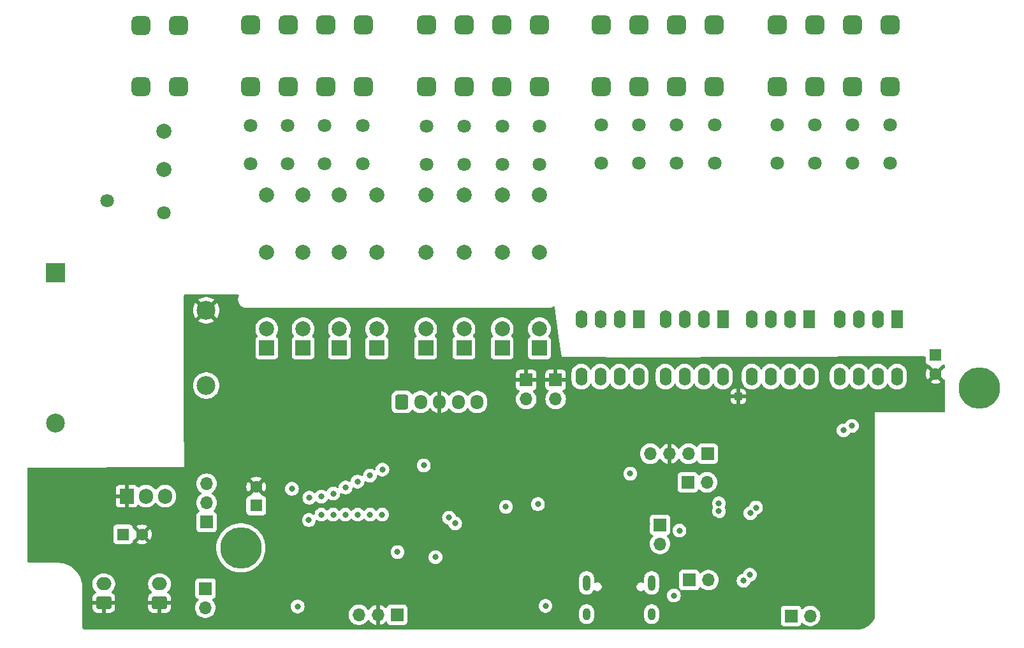
<source format=gbr>
%TF.GenerationSoftware,KiCad,Pcbnew,8.0.4*%
%TF.CreationDate,2024-11-14T02:45:49+01:00*%
%TF.ProjectId,hamodule,68616d6f-6475-46c6-952e-6b696361645f,20240908.25.8-2*%
%TF.SameCoordinates,Original*%
%TF.FileFunction,Copper,L2,Inr*%
%TF.FilePolarity,Positive*%
%FSLAX46Y46*%
G04 Gerber Fmt 4.6, Leading zero omitted, Abs format (unit mm)*
G04 Created by KiCad (PCBNEW 8.0.4) date 2024-11-14 02:45:49*
%MOMM*%
%LPD*%
G01*
G04 APERTURE LIST*
G04 Aperture macros list*
%AMRoundRect*
0 Rectangle with rounded corners*
0 $1 Rounding radius*
0 $2 $3 $4 $5 $6 $7 $8 $9 X,Y pos of 4 corners*
0 Add a 4 corners polygon primitive as box body*
4,1,4,$2,$3,$4,$5,$6,$7,$8,$9,$2,$3,0*
0 Add four circle primitives for the rounded corners*
1,1,$1+$1,$2,$3*
1,1,$1+$1,$4,$5*
1,1,$1+$1,$6,$7*
1,1,$1+$1,$8,$9*
0 Add four rect primitives between the rounded corners*
20,1,$1+$1,$2,$3,$4,$5,0*
20,1,$1+$1,$4,$5,$6,$7,0*
20,1,$1+$1,$6,$7,$8,$9,0*
20,1,$1+$1,$8,$9,$2,$3,0*%
G04 Aperture macros list end*
%TA.AperFunction,ComponentPad*%
%ADD10R,1.700000X1.700000*%
%TD*%
%TA.AperFunction,ComponentPad*%
%ADD11O,1.700000X1.700000*%
%TD*%
%TA.AperFunction,ComponentPad*%
%ADD12C,1.800000*%
%TD*%
%TA.AperFunction,ComponentPad*%
%ADD13RoundRect,0.250000X0.750000X-0.600000X0.750000X0.600000X-0.750000X0.600000X-0.750000X-0.600000X0*%
%TD*%
%TA.AperFunction,ComponentPad*%
%ADD14O,2.000000X1.700000*%
%TD*%
%TA.AperFunction,ComponentPad*%
%ADD15R,2.500000X2.500000*%
%TD*%
%TA.AperFunction,ComponentPad*%
%ADD16C,2.500000*%
%TD*%
%TA.AperFunction,ComponentPad*%
%ADD17R,1.905000X2.000000*%
%TD*%
%TA.AperFunction,ComponentPad*%
%ADD18O,1.905000X2.000000*%
%TD*%
%TA.AperFunction,ComponentPad*%
%ADD19RoundRect,0.625000X0.625000X0.625000X-0.625000X0.625000X-0.625000X-0.625000X0.625000X-0.625000X0*%
%TD*%
%TA.AperFunction,ComponentPad*%
%ADD20C,2.000000*%
%TD*%
%TA.AperFunction,ComponentPad*%
%ADD21R,1.600000X2.400000*%
%TD*%
%TA.AperFunction,ComponentPad*%
%ADD22O,1.600000X2.400000*%
%TD*%
%TA.AperFunction,ComponentPad*%
%ADD23R,1.600000X1.600000*%
%TD*%
%TA.AperFunction,ComponentPad*%
%ADD24C,1.600000*%
%TD*%
%TA.AperFunction,ComponentPad*%
%ADD25R,2.000000X2.000000*%
%TD*%
%TA.AperFunction,ComponentPad*%
%ADD26R,1.000000X1.000000*%
%TD*%
%TA.AperFunction,ComponentPad*%
%ADD27O,1.000000X2.100000*%
%TD*%
%TA.AperFunction,ComponentPad*%
%ADD28O,1.000000X1.600000*%
%TD*%
%TA.AperFunction,ComponentPad*%
%ADD29RoundRect,0.250000X-0.600000X-0.725000X0.600000X-0.725000X0.600000X0.725000X-0.600000X0.725000X0*%
%TD*%
%TA.AperFunction,ComponentPad*%
%ADD30O,1.700000X1.950000*%
%TD*%
%TA.AperFunction,ComponentPad*%
%ADD31C,5.500000*%
%TD*%
%TA.AperFunction,ViaPad*%
%ADD32C,0.800000*%
%TD*%
G04 APERTURE END LIST*
D10*
%TO.N,3.3V+*%
%TO.C,J5*%
X23674000Y5448400D03*
D11*
%TO.N,Net-(J4-Pin_2)*%
X23674000Y2908400D03*
%TD*%
D12*
%TO.N,220VAC(N)*%
%TO.C,RV1*%
X10626400Y57005330D03*
%TO.N,220VAC(L)*%
X18126400Y55372000D03*
%TD*%
D13*
%TO.N,GND*%
%TO.C,J1*%
X17574000Y3568700D03*
D14*
%TO.N,5V+*%
X17574000Y6068700D03*
%TD*%
D15*
%TO.N,220VAC(N)*%
%TO.C,PS1*%
X3780000Y47421800D03*
D16*
%TO.N,220VAC(L)*%
X3780000Y27421800D03*
%TO.N,5V+_PS*%
X23780000Y32421800D03*
%TO.N,GND*%
X23780000Y42421800D03*
%TD*%
D17*
%TO.N,GND*%
%TO.C,U1*%
X13242700Y17729200D03*
D18*
%TO.N,Net-(J4-Pin_2)*%
X15782700Y17729200D03*
%TO.N,5V+*%
X18322700Y17729200D03*
%TD*%
D19*
%TO.N,Net-(F13-Pad2)*%
%TO.C,J15*%
X44691800Y72136000D03*
X44691800Y80335999D03*
%TO.N,Net-(F12-Pad2)*%
X39691800Y72136000D03*
X39691800Y80335999D03*
%TO.N,Net-(F11-Pad2)*%
X34691800Y72136000D03*
X34691800Y80335999D03*
%TO.N,Net-(F10-Pad2)*%
X29691800Y72136000D03*
X29691800Y80335999D03*
%TD*%
%TO.N,Net-(F1-Pad1)*%
%TO.C,J2*%
X20144000Y72112401D03*
X20144000Y80312400D03*
%TO.N,220VAC(N)*%
X15144000Y72112401D03*
X15144000Y80312400D03*
%TD*%
%TO.N,Net-(F2-Pad2)*%
%TO.C,J7*%
X91264000Y72140201D03*
X91264000Y80340200D03*
%TO.N,Net-(F3-Pad2)*%
X86264000Y72140201D03*
X86264000Y80340200D03*
%TO.N,Net-(F4-Pad2)*%
X81264000Y72140201D03*
X81264000Y80340200D03*
%TO.N,Net-(F5-Pad2)*%
X76264000Y72140201D03*
X76264000Y80340200D03*
%TD*%
D20*
%TO.N,Net-(F1-Pad1)*%
%TO.C,F1*%
X18161000Y66243200D03*
%TO.N,220VAC(L)*%
X18151000Y61163200D03*
%TD*%
D21*
%TO.N,Net-(R23-Pad2)*%
%TO.C,U4*%
X115513178Y41232282D03*
D22*
%TO.N,220VAC(N)-LowV*%
X112973178Y41232282D03*
X110433178Y41232282D03*
%TO.N,Net-(R24-Pad2)*%
X107893178Y41232282D03*
%TO.N,Net-(U9-A2)*%
X107893178Y33612282D03*
%TO.N,3.3V+*%
X110433178Y33612282D03*
X112973178Y33612282D03*
%TO.N,Net-(U9-A1)*%
X115513178Y33612282D03*
%TD*%
D21*
%TO.N,Net-(R19-Pad2)*%
%TO.C,U7*%
X81205300Y41228800D03*
D22*
%TO.N,220VAC(N)-LowV*%
X78665300Y41228800D03*
X76125300Y41228800D03*
%TO.N,Net-(R20-Pad2)*%
X73585300Y41228800D03*
%TO.N,Net-(J19-Pin_2)*%
X73585300Y33608800D03*
%TO.N,3.3V+*%
X76125300Y33608800D03*
X78665300Y33608800D03*
%TO.N,Net-(U9-A7)*%
X81205300Y33608800D03*
%TD*%
D21*
%TO.N,Net-(R21-Pad2)*%
%TO.C,U6*%
X92381300Y41228800D03*
D22*
%TO.N,220VAC(N)-LowV*%
X89841300Y41228800D03*
X87301300Y41228800D03*
%TO.N,Net-(R22-Pad2)*%
X84761300Y41228800D03*
%TO.N,Net-(U9-A6)*%
X84761300Y33608800D03*
%TO.N,3.3V+*%
X87301300Y33608800D03*
X89841300Y33608800D03*
%TO.N,Net-(U9-A5)*%
X92381300Y33608800D03*
%TD*%
D13*
%TO.N,GND*%
%TO.C,J4*%
X10174000Y3568700D03*
D14*
%TO.N,Net-(J4-Pin_2)*%
X10174000Y6068700D03*
%TD*%
D10*
%TO.N,RXD0*%
%TO.C,J10*%
X101429402Y1808701D03*
D11*
%TO.N,TXD0*%
X103969402Y1808701D03*
%TD*%
D10*
%TO.N,GND*%
%TO.C,J19*%
X70174000Y33168400D03*
D11*
%TO.N,Net-(J19-Pin_2)*%
X70174000Y30628400D03*
%TD*%
D23*
%TO.N,Net-(JP1-B)*%
%TO.C,C19*%
X120624000Y36468400D03*
D24*
%TO.N,GND*%
X120624000Y33968400D03*
%TD*%
D10*
%TO.N,GPIO15*%
%TO.C,J14*%
X90364000Y23368400D03*
D11*
%TO.N,GPIO7*%
X87824000Y23368400D03*
%TO.N,GND*%
X85284000Y23368400D03*
%TO.N,3.3V+*%
X82744000Y23368400D03*
%TD*%
D19*
%TO.N,Net-(F6-Pad2)*%
%TO.C,J6*%
X114621702Y72140201D03*
X114621702Y80340200D03*
%TO.N,Net-(F7-Pad2)*%
X109621702Y72140201D03*
X109621702Y80340200D03*
%TO.N,Net-(F8-Pad2)*%
X104621702Y72140201D03*
X104621702Y80340200D03*
%TO.N,Net-(F9-Pad2)*%
X99621702Y72140201D03*
X99621702Y80340200D03*
%TD*%
%TO.N,Net-(F17-Pad2)*%
%TO.C,J16*%
X68059800Y72136000D03*
X68059800Y80335999D03*
%TO.N,Net-(F16-Pad2)*%
X63059800Y72136000D03*
X63059800Y80335999D03*
%TO.N,Net-(F15-Pad2)*%
X58059800Y72136000D03*
X58059800Y80335999D03*
%TO.N,Net-(F14-Pad2)*%
X53059800Y72136000D03*
X53059800Y80335999D03*
%TD*%
D12*
%TO.N,Net-(F15-Pad1)*%
%TO.C,F15*%
X58026800Y61849000D03*
%TO.N,Net-(F15-Pad2)*%
X58026800Y66929000D03*
%TD*%
D25*
%TO.N,Net-(U11-O5)*%
%TO.C,K5*%
X52911000Y37424500D03*
D20*
%TO.N,5V+*%
X52911000Y39964500D03*
%TO.N,220VAC(L)*%
X52911000Y50124500D03*
%TO.N,Net-(F14-Pad1)*%
X52911000Y57744500D03*
%TD*%
D10*
%TO.N,GPIO3*%
%TO.C,J12*%
X87724000Y19568400D03*
D11*
%TO.N,GPIO9*%
X90264000Y19568400D03*
%TD*%
D12*
%TO.N,Net-(F4-Pad1)*%
%TO.C,F4*%
X81228000Y61952500D03*
%TO.N,Net-(F4-Pad2)*%
X81228000Y67032500D03*
%TD*%
D23*
%TO.N,5V+_PS*%
%TO.C,C18*%
X30424000Y16486020D03*
D24*
%TO.N,GND*%
X30424000Y18986020D03*
%TD*%
D25*
%TO.N,Net-(U11-O6)*%
%TO.C,K6*%
X57991000Y37424500D03*
D20*
%TO.N,5V+*%
X57991000Y39964500D03*
%TO.N,220VAC(L)*%
X57991000Y50124500D03*
%TO.N,Net-(F15-Pad1)*%
X57991000Y57744500D03*
%TD*%
D12*
%TO.N,Net-(F2-Pad1)*%
%TO.C,F2*%
X91286400Y61952500D03*
%TO.N,Net-(F2-Pad2)*%
X91286400Y67032500D03*
%TD*%
D10*
%TO.N,GND*%
%TO.C,J17*%
X66274000Y33158400D03*
D11*
%TO.N,Net-(J17-Pin_2)*%
X66274000Y30618400D03*
%TD*%
D10*
%TO.N,GPIO12*%
%TO.C,J13*%
X84039402Y13923701D03*
D11*
%TO.N,GPIO13*%
X84039402Y11383701D03*
%TD*%
D12*
%TO.N,Net-(F7-Pad1)*%
%TO.C,F7*%
X109626400Y61950600D03*
%TO.N,Net-(F7-Pad2)*%
X109626400Y67030600D03*
%TD*%
D10*
%TO.N,SDA*%
%TO.C,J11*%
X87929800Y6578600D03*
D11*
%TO.N,SCL*%
X90469800Y6578600D03*
%TD*%
D26*
%TO.N,GND*%
%TO.C,TP1*%
X94424000Y30968400D03*
%TD*%
D12*
%TO.N,Net-(F8-Pad1)*%
%TO.C,F8*%
X104621800Y61950600D03*
%TO.N,Net-(F8-Pad2)*%
X104621800Y67030600D03*
%TD*%
%TO.N,Net-(F13-Pad1)*%
%TO.C,F13*%
X44532300Y61935500D03*
%TO.N,Net-(F13-Pad2)*%
X44532300Y67015500D03*
%TD*%
D21*
%TO.N,Net-(R25-Pad2)*%
%TO.C,U5*%
X103829178Y41232282D03*
D22*
%TO.N,220VAC(N)-LowV*%
X101289178Y41232282D03*
X98749178Y41232282D03*
%TO.N,Net-(R26-Pad2)*%
X96209178Y41232282D03*
%TO.N,Net-(U9-A4)*%
X96209178Y33612282D03*
%TO.N,3.3V+*%
X98749178Y33612282D03*
X101289178Y33612282D03*
%TO.N,Net-(U9-A3)*%
X103829178Y33612282D03*
%TD*%
D10*
%TO.N,Net-(D4-DOUT)*%
%TO.C,J8*%
X49116800Y1966700D03*
D11*
%TO.N,GND*%
X46576800Y1966700D03*
%TO.N,5V+*%
X44036800Y1966700D03*
%TD*%
D12*
%TO.N,Net-(F14-Pad1)*%
%TO.C,F14*%
X53073800Y61849000D03*
%TO.N,Net-(F14-Pad2)*%
X53073800Y66929000D03*
%TD*%
D27*
%TO.N,Net-(J3-SHIELD)*%
%TO.C,J3*%
X74285402Y6222801D03*
D28*
X74285402Y2042801D03*
D27*
X82925402Y6222801D03*
D28*
X82925402Y2042801D03*
%TD*%
D29*
%TO.N,5V+*%
%TO.C,J9*%
X49762400Y30243000D03*
D30*
%TO.N,3.3V+*%
X52262400Y30243000D03*
%TO.N,GND*%
X54762400Y30243000D03*
%TO.N,SCL*%
X57262400Y30243000D03*
%TO.N,SDA*%
X59762400Y30243000D03*
%TD*%
D10*
%TO.N,VBUS*%
%TO.C,SW1*%
X23834000Y14298400D03*
D11*
%TO.N,5V+*%
X23834000Y16838400D03*
%TO.N,5V+_PS*%
X23834000Y19378400D03*
%TD*%
D12*
%TO.N,Net-(F6-Pad1)*%
%TO.C,F6*%
X114604800Y61950600D03*
%TO.N,Net-(F6-Pad2)*%
X114604800Y67030600D03*
%TD*%
%TO.N,Net-(F3-Pad1)*%
%TO.C,F3*%
X86257200Y61952500D03*
%TO.N,Net-(F3-Pad2)*%
X86257200Y67032500D03*
%TD*%
%TO.N,Net-(F16-Pad1)*%
%TO.C,F16*%
X63106800Y61849000D03*
%TO.N,Net-(F16-Pad2)*%
X63106800Y66929000D03*
%TD*%
D31*
%TO.N,unconnected-(H5-Pad1)*%
%TO.C,H5*%
X28374000Y10868400D03*
%TD*%
D25*
%TO.N,Net-(U11-O1)*%
%TO.C,K1*%
X31818300Y37424500D03*
D20*
%TO.N,5V+*%
X31818300Y39964500D03*
%TO.N,220VAC(L)*%
X31818300Y50124500D03*
%TO.N,Net-(F10-Pad1)*%
X31818300Y57744500D03*
%TD*%
D25*
%TO.N,Net-(U11-O2)*%
%TO.C,K2*%
X36644300Y37424500D03*
D20*
%TO.N,5V+*%
X36644300Y39964500D03*
%TO.N,220VAC(L)*%
X36644300Y50124500D03*
%TO.N,Net-(F11-Pad1)*%
X36644300Y57744500D03*
%TD*%
D12*
%TO.N,Net-(F11-Pad1)*%
%TO.C,F11*%
X34612300Y61935500D03*
%TO.N,Net-(F11-Pad2)*%
X34612300Y67015500D03*
%TD*%
D25*
%TO.N,Net-(U11-O4)*%
%TO.C,K4*%
X46423300Y37424500D03*
D20*
%TO.N,5V+*%
X46423300Y39964500D03*
%TO.N,220VAC(L)*%
X46423300Y50124500D03*
%TO.N,Net-(F13-Pad1)*%
X46423300Y57744500D03*
%TD*%
D25*
%TO.N,Net-(U11-O7)*%
%TO.C,K7*%
X63071000Y37424500D03*
D20*
%TO.N,5V+*%
X63071000Y39964500D03*
%TO.N,220VAC(L)*%
X63071000Y50124500D03*
%TO.N,Net-(F16-Pad1)*%
X63071000Y57744500D03*
%TD*%
D25*
%TO.N,Net-(U11-O8)*%
%TO.C,K8*%
X68024000Y37424500D03*
D20*
%TO.N,5V+*%
X68024000Y39964500D03*
%TO.N,220VAC(L)*%
X68024000Y50124500D03*
%TO.N,Net-(F17-Pad1)*%
X68024000Y57744500D03*
%TD*%
D25*
%TO.N,Net-(U11-O3)*%
%TO.C,K3*%
X41470300Y37424500D03*
D20*
%TO.N,5V+*%
X41470300Y39964500D03*
%TO.N,220VAC(L)*%
X41470300Y50124500D03*
%TO.N,Net-(F12-Pad1)*%
X41470300Y57744500D03*
%TD*%
D31*
%TO.N,unconnected-(H4-Pad1)*%
%TO.C,H4*%
X126424000Y32080200D03*
%TD*%
D23*
%TO.N,Net-(J4-Pin_2)*%
%TO.C,C12*%
X12734700Y12649200D03*
D24*
%TO.N,GND*%
X15234700Y12649200D03*
%TD*%
D12*
%TO.N,Net-(F9-Pad1)*%
%TO.C,F9*%
X99621800Y61980000D03*
%TO.N,Net-(F9-Pad2)*%
X99621800Y67060000D03*
%TD*%
%TO.N,Net-(F5-Pad1)*%
%TO.C,F5*%
X76249600Y61952500D03*
%TO.N,Net-(F5-Pad2)*%
X76249600Y67032500D03*
%TD*%
%TO.N,Net-(F17-Pad1)*%
%TO.C,F17*%
X68059800Y61849000D03*
%TO.N,Net-(F17-Pad2)*%
X68059800Y66929000D03*
%TD*%
%TO.N,Net-(F10-Pad1)*%
%TO.C,F10*%
X29659300Y61935500D03*
%TO.N,Net-(F10-Pad2)*%
X29659300Y67015500D03*
%TD*%
%TO.N,Net-(F12-Pad1)*%
%TO.C,F12*%
X39532300Y61935500D03*
%TO.N,Net-(F12-Pad2)*%
X39532300Y67015500D03*
%TD*%
D32*
%TO.N,GND*%
X34624000Y10718400D03*
X48249000Y12618400D03*
%TO.N,3.3V+*%
X49183529Y10308871D03*
%TO.N,GND*%
X58118070Y7513400D03*
%TO.N,3.3V+*%
X54224000Y9618400D03*
X86624000Y13168400D03*
X80084000Y20708400D03*
X63571000Y16321956D03*
X35924000Y3068400D03*
X52674000Y21818400D03*
X109524000Y27068400D03*
X108413402Y26468400D03*
X67824000Y16668400D03*
%TO.N,IO0*%
X68834000Y3148200D03*
X85878497Y4522897D03*
%TO.N,GND*%
X17824000Y15668400D03*
X35774000Y16018400D03*
X774000Y9518400D03*
X81224000Y17268400D03*
X111124000Y16968400D03*
X111124000Y19968400D03*
X102124000Y15468400D03*
X64126204Y1920409D03*
X65774000Y28268400D03*
X96724000Y19868400D03*
X105124000Y9468400D03*
X109624000Y19968400D03*
X31424000Y7568400D03*
X48124000Y6868400D03*
X102124000Y9468400D03*
X96724000Y17968400D03*
X108124000Y18468400D03*
X111124000Y9468400D03*
X67653400Y11268400D03*
X74974000Y14098701D03*
X76606400Y31267400D03*
X17220969Y8668400D03*
X121324000Y29418400D03*
X97924000Y15368400D03*
X51924000Y9818400D03*
X74774000Y12168400D03*
X45724000Y25768400D03*
X87706200Y29743400D03*
X17024000Y10068400D03*
X105024000Y7268400D03*
X41324000Y25468400D03*
X28449000Y33568400D03*
X57624000Y24018400D03*
X68707120Y18632887D03*
X73374000Y8018400D03*
X82324000Y14098701D03*
X57624000Y21168400D03*
X93624000Y2768400D03*
X111124000Y10968400D03*
X104668242Y27468399D03*
X43124000Y6790296D03*
X111524000Y29668400D03*
X105224000Y18468400D03*
X87824000Y10268400D03*
X111124000Y13968400D03*
X100624000Y10768400D03*
X91324000Y18068400D03*
X100546400Y31216600D03*
X97224000Y8168400D03*
X6172200Y10109200D03*
X6146800Y12217400D03*
X50974000Y15368400D03*
X82424000Y12268400D03*
X50874000Y4468400D03*
X78625400Y8862301D03*
X105445758Y23689201D03*
X111924000Y23968400D03*
X70154000Y37018400D03*
X103624000Y10968400D03*
X55224000Y18768400D03*
X109624000Y12668400D03*
X55212400Y27768400D03*
X87731600Y31242000D03*
X45724000Y24668400D03*
X111824000Y26968400D03*
X95124000Y14568400D03*
X67487800Y2032000D03*
X31524000Y1968400D03*
X96424000Y2768400D03*
X89357200Y29743400D03*
X100546400Y29718000D03*
X71274000Y28218400D03*
X103824000Y19868400D03*
X6124000Y16068400D03*
X78181200Y31216600D03*
X55224000Y21118400D03*
X95624000Y9568400D03*
X108124000Y7268400D03*
X6096000Y14198600D03*
X98924000Y2768400D03*
X97824000Y17168400D03*
X102124000Y12368400D03*
X74774000Y8318400D03*
X97224000Y10968400D03*
X71274000Y27118400D03*
X57624000Y18718400D03*
X106624000Y10968400D03*
X89357200Y31267400D03*
X39824000Y6790296D03*
X83324000Y17268400D03*
X99224000Y19968400D03*
X99124000Y9568400D03*
X40402300Y890100D03*
X111524000Y31168400D03*
X81224000Y15326200D03*
X50224000Y26768400D03*
X100724000Y8168400D03*
X102224000Y18468400D03*
X35724000Y25468400D03*
X56724000Y4268400D03*
X99555800Y31216600D03*
X54124000Y26768400D03*
X82244849Y8547551D03*
X87424000Y17318400D03*
X109624000Y15468400D03*
X50274000Y23918400D03*
X88024000Y2184400D03*
X74174000Y19468400D03*
X84024000Y8268400D03*
X28449000Y28293400D03*
X91324000Y14655101D03*
X85524000Y17268400D03*
X111224000Y6368400D03*
X55224000Y23968400D03*
X111924000Y24968400D03*
X91324000Y2768400D03*
X97024000Y14468400D03*
X70142600Y11268400D03*
X674000Y20918400D03*
X88824000Y3268400D03*
X108124000Y9468400D03*
X76606400Y29743400D03*
X106624000Y19868400D03*
X78130400Y29692600D03*
X36624000Y6790296D03*
X57150000Y1041400D03*
X99530400Y29692600D03*
%TO.N,SDA*%
X95986468Y7298201D03*
X56824000Y14118400D03*
%TO.N,SCL*%
X95129402Y6498701D03*
X56024000Y14886600D03*
%TO.N,/ESP-D+*%
X96038170Y15477469D03*
X91853360Y15726201D03*
%TO.N,/ESP-D-*%
X91853360Y16776201D03*
X96780634Y16219933D03*
%TO.N,Net-(U11-I1)*%
X35158314Y18702714D03*
%TO.N,Net-(U11-I2)*%
X37474000Y17518400D03*
X37410000Y14554400D03*
%TO.N,Net-(U11-I3)*%
X39072400Y15268400D03*
X39072400Y17668400D03*
%TO.N,Net-(U11-I4)*%
X40647200Y15268400D03*
X40650783Y18068400D03*
%TO.N,Net-(U11-I5)*%
X42272800Y15268400D03*
X42274000Y18868400D03*
%TO.N,Net-(U11-I8)*%
X47174000Y21268400D03*
X47149600Y15268400D03*
%TO.N,Net-(U11-I7)*%
X45524000Y20468400D03*
X45524000Y15268400D03*
%TO.N,Net-(U11-I6)*%
X43874000Y19668400D03*
X43887000Y15268400D03*
%TD*%
%TA.AperFunction,Conductor*%
%TO.N,GND*%
G36*
X27999524Y44511521D02*
G01*
X28066522Y44491699D01*
X28112169Y44438802D01*
X28121972Y44369624D01*
X28114596Y44344946D01*
X28115553Y44344597D01*
X28047241Y44156916D01*
X28013500Y43965559D01*
X28013500Y43771242D01*
X28047241Y43579885D01*
X28113700Y43397293D01*
X28113703Y43397286D01*
X28210858Y43229008D01*
X28335757Y43080158D01*
X28484607Y42955259D01*
X28484608Y42955258D01*
X28484610Y42955257D01*
X28652890Y42858101D01*
X28835484Y42791642D01*
X29026844Y42757900D01*
X29026846Y42757900D01*
X69321154Y42757900D01*
X69321156Y42757900D01*
X69512516Y42791642D01*
X69695110Y42858101D01*
X69860738Y42953727D01*
X69928634Y42970198D01*
X69994661Y42947346D01*
X70037851Y42892425D01*
X70045541Y42863497D01*
X70602021Y38880704D01*
X70974000Y36218400D01*
X82848300Y36183500D01*
X82848301Y36183501D01*
X82848302Y36183500D01*
X95856200Y36221200D01*
X119191143Y36288831D01*
X119258237Y36269341D01*
X119304145Y36216670D01*
X119315500Y36164832D01*
X119315500Y35619746D01*
X119322011Y35559198D01*
X119322011Y35559196D01*
X119373111Y35422196D01*
X119460739Y35305139D01*
X119577796Y35217511D01*
X119714799Y35166411D01*
X119742050Y35163482D01*
X119775345Y35159901D01*
X119775360Y35159901D01*
X119775362Y35159900D01*
X119775364Y35159900D01*
X119778669Y35159723D01*
X119778659Y35159545D01*
X119778665Y35159544D01*
X119778653Y35159441D01*
X119778591Y35158272D01*
X119840084Y35140215D01*
X119885839Y35087411D01*
X119891519Y35054433D01*
X120577553Y34368400D01*
X120571339Y34368400D01*
X120469606Y34341141D01*
X120378394Y34288480D01*
X120303920Y34214006D01*
X120251259Y34122794D01*
X120224000Y34021061D01*
X120224000Y34014848D01*
X119544974Y34693874D01*
X119544973Y34693874D01*
X119493871Y34620891D01*
X119493866Y34620884D01*
X119397734Y34414727D01*
X119397730Y34414718D01*
X119338860Y34195011D01*
X119338858Y34195000D01*
X119319034Y33968403D01*
X119319034Y33968398D01*
X119338858Y33741801D01*
X119338860Y33741790D01*
X119397730Y33522083D01*
X119397735Y33522069D01*
X119493863Y33315922D01*
X119544974Y33242928D01*
X120224000Y33921954D01*
X120224000Y33915739D01*
X120251259Y33814006D01*
X120303920Y33722794D01*
X120378394Y33648320D01*
X120469606Y33595659D01*
X120571339Y33568400D01*
X120577553Y33568400D01*
X119898526Y32889375D01*
X119971513Y32838268D01*
X119971521Y32838264D01*
X120177668Y32742136D01*
X120177682Y32742131D01*
X120397389Y32683261D01*
X120397400Y32683259D01*
X120623998Y32663434D01*
X120624002Y32663434D01*
X120850599Y32683259D01*
X120850610Y32683261D01*
X121070317Y32742131D01*
X121070331Y32742136D01*
X121276478Y32838264D01*
X121349471Y32889376D01*
X120670447Y33568400D01*
X120676661Y33568400D01*
X120778394Y33595659D01*
X120869606Y33648320D01*
X120944080Y33722794D01*
X120996741Y33814006D01*
X121024000Y33915739D01*
X121024000Y33921953D01*
X121703024Y33242929D01*
X121737192Y33245918D01*
X121805692Y33232151D01*
X121855876Y33183536D01*
X121872000Y33122390D01*
X121872000Y29005400D01*
X121852315Y28938361D01*
X121799511Y28892606D01*
X121748000Y28881400D01*
X112547400Y28881400D01*
X112535857Y1583016D01*
X112524933Y1532177D01*
X112453438Y1373322D01*
X112446479Y1360063D01*
X112296218Y1111499D01*
X112287712Y1099176D01*
X112108581Y870533D01*
X112098651Y859325D01*
X111893275Y653949D01*
X111882067Y644019D01*
X111653424Y464888D01*
X111641101Y456382D01*
X111392536Y306120D01*
X111379277Y299161D01*
X111114406Y179952D01*
X111100410Y174645D01*
X110838346Y92982D01*
X110823115Y88236D01*
X110808577Y84653D01*
X110522876Y32296D01*
X110508010Y30491D01*
X110419687Y25149D01*
X110412229Y24923D01*
X7624827Y1722D01*
X7577346Y11161D01*
X7574113Y12500D01*
X7544333Y24836D01*
X7516300Y41021D01*
X7461533Y83046D01*
X7438645Y105934D01*
X7396621Y160700D01*
X7380435Y188734D01*
X7354019Y252508D01*
X7345641Y283776D01*
X7336477Y353383D01*
X7335416Y369523D01*
X7335238Y864631D01*
X7333583Y5456320D01*
X7333650Y5460375D01*
X7339065Y5624063D01*
X7335043Y5684061D01*
X7331205Y5741332D01*
X7316856Y5955405D01*
X7279694Y6175616D01*
X8665500Y6175616D01*
X8665500Y5961785D01*
X8698951Y5750583D01*
X8765026Y5547220D01*
X8765027Y5547217D01*
X8850922Y5378640D01*
X8862106Y5356691D01*
X8987794Y5183696D01*
X8987796Y5183694D01*
X9126070Y5045420D01*
X9159555Y4984097D01*
X9154571Y4914405D01*
X9112699Y4858472D01*
X9103486Y4852201D01*
X8955659Y4761020D01*
X8955655Y4761017D01*
X8831684Y4637046D01*
X8739643Y4487825D01*
X8739641Y4487820D01*
X8684494Y4321398D01*
X8684493Y4321391D01*
X8674000Y4218687D01*
X8674000Y3818700D01*
X9740988Y3818700D01*
X9708075Y3761693D01*
X9674000Y3634526D01*
X9674000Y3502874D01*
X9708075Y3375707D01*
X9740988Y3318700D01*
X8674001Y3318700D01*
X8674001Y2918714D01*
X8684494Y2816003D01*
X8739641Y2649581D01*
X8739643Y2649576D01*
X8831684Y2500355D01*
X8955654Y2376385D01*
X9104875Y2284344D01*
X9104880Y2284342D01*
X9271302Y2229195D01*
X9271309Y2229194D01*
X9374019Y2218701D01*
X9923999Y2218701D01*
X9924000Y2218702D01*
X9924000Y3135688D01*
X9981007Y3102775D01*
X10108174Y3068700D01*
X10239826Y3068700D01*
X10366993Y3102775D01*
X10424000Y3135688D01*
X10424000Y2218701D01*
X10973972Y2218701D01*
X10973986Y2218702D01*
X11076697Y2229195D01*
X11243119Y2284342D01*
X11243124Y2284344D01*
X11392345Y2376385D01*
X11516315Y2500355D01*
X11608356Y2649576D01*
X11608358Y2649581D01*
X11663505Y2816003D01*
X11663506Y2816010D01*
X11673999Y2918714D01*
X11674000Y2918727D01*
X11674000Y3318700D01*
X10607012Y3318700D01*
X10639925Y3375707D01*
X10674000Y3502874D01*
X10674000Y3634526D01*
X10639925Y3761693D01*
X10607012Y3818700D01*
X11673999Y3818700D01*
X11673999Y4218672D01*
X11673998Y4218687D01*
X11663505Y4321398D01*
X11608358Y4487820D01*
X11608356Y4487825D01*
X11516315Y4637046D01*
X11392344Y4761017D01*
X11392340Y4761020D01*
X11244513Y4852201D01*
X11197788Y4904149D01*
X11186567Y4973111D01*
X11214410Y5037193D01*
X11221907Y5045398D01*
X11360206Y5183696D01*
X11485894Y5356691D01*
X11582972Y5547217D01*
X11649049Y5750584D01*
X11682500Y5961784D01*
X11682500Y6175616D01*
X16065500Y6175616D01*
X16065500Y5961785D01*
X16098951Y5750583D01*
X16165026Y5547220D01*
X16165027Y5547217D01*
X16250922Y5378640D01*
X16262106Y5356691D01*
X16387794Y5183696D01*
X16387796Y5183694D01*
X16526070Y5045420D01*
X16559555Y4984097D01*
X16554571Y4914405D01*
X16512699Y4858472D01*
X16503486Y4852201D01*
X16355659Y4761020D01*
X16355655Y4761017D01*
X16231684Y4637046D01*
X16139643Y4487825D01*
X16139641Y4487820D01*
X16084494Y4321398D01*
X16084493Y4321391D01*
X16074000Y4218687D01*
X16074000Y3818700D01*
X17140988Y3818700D01*
X17108075Y3761693D01*
X17074000Y3634526D01*
X17074000Y3502874D01*
X17108075Y3375707D01*
X17140988Y3318700D01*
X16074001Y3318700D01*
X16074001Y2918714D01*
X16084494Y2816003D01*
X16139641Y2649581D01*
X16139643Y2649576D01*
X16231684Y2500355D01*
X16355654Y2376385D01*
X16504875Y2284344D01*
X16504880Y2284342D01*
X16671302Y2229195D01*
X16671309Y2229194D01*
X16774019Y2218701D01*
X17323999Y2218701D01*
X17324000Y2218702D01*
X17324000Y3135688D01*
X17381007Y3102775D01*
X17508174Y3068700D01*
X17639826Y3068700D01*
X17766993Y3102775D01*
X17824000Y3135688D01*
X17824000Y2218701D01*
X18373972Y2218701D01*
X18373986Y2218702D01*
X18476697Y2229195D01*
X18643119Y2284342D01*
X18643124Y2284344D01*
X18792345Y2376385D01*
X18916315Y2500355D01*
X19008356Y2649576D01*
X19008358Y2649581D01*
X19063505Y2816003D01*
X19063506Y2816010D01*
X19072946Y2908406D01*
X22310844Y2908406D01*
X22310844Y2908395D01*
X22329434Y2684041D01*
X22329436Y2684029D01*
X22384703Y2465786D01*
X22475140Y2259608D01*
X22598276Y2071135D01*
X22598284Y2071124D01*
X22750756Y1905498D01*
X22750761Y1905493D01*
X22809981Y1859400D01*
X22928424Y1767211D01*
X22928425Y1767211D01*
X22928427Y1767209D01*
X22974402Y1742329D01*
X23126426Y1660058D01*
X23339365Y1586956D01*
X23561431Y1549900D01*
X23786569Y1549900D01*
X24008635Y1586956D01*
X24221574Y1660058D01*
X24419576Y1767211D01*
X24597240Y1905494D01*
X24653590Y1966706D01*
X42673644Y1966706D01*
X42673644Y1966695D01*
X42692234Y1742341D01*
X42692236Y1742329D01*
X42747503Y1524086D01*
X42837940Y1317908D01*
X42961076Y1129435D01*
X42961084Y1129424D01*
X43113556Y963798D01*
X43113561Y963793D01*
X43158783Y928595D01*
X43291224Y825511D01*
X43291225Y825511D01*
X43291227Y825509D01*
X43417935Y756939D01*
X43489226Y718358D01*
X43702165Y645256D01*
X43924231Y608200D01*
X44149369Y608200D01*
X44371435Y645256D01*
X44584374Y718358D01*
X44782376Y825511D01*
X44960040Y963794D01*
X45065095Y1077913D01*
X45112515Y1129424D01*
X45112515Y1129425D01*
X45112522Y1129432D01*
X45206549Y1273353D01*
X45259694Y1318706D01*
X45328925Y1328130D01*
X45392261Y1298628D01*
X45411930Y1276652D01*
X45538690Y1095622D01*
X45705717Y928595D01*
X45899221Y793100D01*
X46113307Y693271D01*
X46113316Y693267D01*
X46326800Y636066D01*
X46326800Y1533688D01*
X46383807Y1500775D01*
X46510974Y1466700D01*
X46642626Y1466700D01*
X46769793Y1500775D01*
X46826800Y1533688D01*
X46826800Y636067D01*
X47040283Y693267D01*
X47040292Y693271D01*
X47254378Y793100D01*
X47447878Y928592D01*
X47563714Y1044428D01*
X47625037Y1077913D01*
X47694729Y1072929D01*
X47750663Y1031058D01*
X47767577Y1000081D01*
X47815910Y870497D01*
X47831628Y849500D01*
X47903539Y753439D01*
X48020596Y665811D01*
X48157599Y614711D01*
X48184850Y611782D01*
X48218145Y608201D01*
X48218162Y608200D01*
X50015438Y608200D01*
X50015454Y608201D01*
X50042492Y611109D01*
X50076001Y614711D01*
X50213004Y665811D01*
X50330061Y753439D01*
X50417689Y870496D01*
X50468789Y1007499D01*
X50472759Y1044428D01*
X50475299Y1068046D01*
X50475300Y1068063D01*
X50475300Y2865338D01*
X50475299Y2865355D01*
X50470670Y2908406D01*
X50468789Y2925901D01*
X50466022Y2933319D01*
X50439359Y3004806D01*
X50417689Y3062904D01*
X50353837Y3148200D01*
X67920496Y3148200D01*
X67940458Y2958272D01*
X67940459Y2958269D01*
X67999470Y2776651D01*
X67999473Y2776644D01*
X68094960Y2611256D01*
X68222747Y2469334D01*
X68377248Y2357082D01*
X68551712Y2279406D01*
X68738513Y2239700D01*
X68929487Y2239700D01*
X69116288Y2279406D01*
X69290752Y2357082D01*
X69407817Y2442135D01*
X73276902Y2442135D01*
X73276902Y1643468D01*
X73315656Y1448640D01*
X73315658Y1448632D01*
X73391679Y1265100D01*
X73391684Y1265091D01*
X73502048Y1099921D01*
X73502051Y1099917D01*
X73642517Y959451D01*
X73642521Y959448D01*
X73807691Y849084D01*
X73807697Y849081D01*
X73807698Y849080D01*
X73991233Y773057D01*
X74186068Y734302D01*
X74186072Y734301D01*
X74186073Y734301D01*
X74384732Y734301D01*
X74384733Y734302D01*
X74579571Y773057D01*
X74763106Y849080D01*
X74928283Y959448D01*
X75068755Y1099920D01*
X75179123Y1265097D01*
X75255146Y1448632D01*
X75293902Y1643472D01*
X75293902Y2442130D01*
X75293901Y2442135D01*
X81916902Y2442135D01*
X81916902Y1643468D01*
X81955656Y1448640D01*
X81955658Y1448632D01*
X82031679Y1265100D01*
X82031684Y1265091D01*
X82142048Y1099921D01*
X82142051Y1099917D01*
X82282517Y959451D01*
X82282521Y959448D01*
X82447691Y849084D01*
X82447697Y849081D01*
X82447698Y849080D01*
X82631233Y773057D01*
X82826068Y734302D01*
X82826072Y734301D01*
X82826073Y734301D01*
X83024732Y734301D01*
X83024733Y734302D01*
X83219571Y773057D01*
X83403106Y849080D01*
X83568283Y959448D01*
X83708755Y1099920D01*
X83819123Y1265097D01*
X83895146Y1448632D01*
X83933902Y1643472D01*
X83933902Y2442130D01*
X83895146Y2636970D01*
X83865991Y2707356D01*
X100070902Y2707356D01*
X100070902Y910047D01*
X100077413Y849499D01*
X100077413Y849497D01*
X100105925Y773057D01*
X100128513Y712497D01*
X100216141Y595440D01*
X100333198Y507812D01*
X100470201Y456712D01*
X100497452Y453783D01*
X100530747Y450202D01*
X100530764Y450201D01*
X102328040Y450201D01*
X102328056Y450202D01*
X102355094Y453110D01*
X102388603Y456712D01*
X102525606Y507812D01*
X102642663Y595440D01*
X102730291Y712497D01*
X102775540Y833814D01*
X102817411Y889745D01*
X102882876Y914162D01*
X102951148Y899310D01*
X102982947Y874465D01*
X103046162Y805795D01*
X103223826Y667512D01*
X103223827Y667512D01*
X103223829Y667510D01*
X103267237Y644019D01*
X103421828Y560359D01*
X103634767Y487257D01*
X103856833Y450201D01*
X104081971Y450201D01*
X104304037Y487257D01*
X104516976Y560359D01*
X104714978Y667512D01*
X104892642Y805795D01*
X105005686Y928592D01*
X105045117Y971425D01*
X105045118Y971427D01*
X105045124Y971433D01*
X105168262Y1159910D01*
X105258698Y1366085D01*
X105313966Y1584333D01*
X105313967Y1584342D01*
X105332558Y1808696D01*
X105332558Y1808707D01*
X105313967Y2033061D01*
X105313965Y2033073D01*
X105271793Y2199606D01*
X105258698Y2251317D01*
X105168262Y2457492D01*
X105162843Y2465786D01*
X105051003Y2636970D01*
X105045124Y2645969D01*
X105045121Y2645972D01*
X105045117Y2645978D01*
X104892645Y2811604D01*
X104892640Y2811609D01*
X104745796Y2925903D01*
X104714978Y2949890D01*
X104714977Y2949891D01*
X104714974Y2949893D01*
X104516982Y3057040D01*
X104516979Y3057042D01*
X104516976Y3057043D01*
X104516973Y3057044D01*
X104516971Y3057045D01*
X104304039Y3130145D01*
X104081971Y3167201D01*
X103856833Y3167201D01*
X103634764Y3130145D01*
X103421832Y3057045D01*
X103421821Y3057040D01*
X103223829Y2949893D01*
X103223824Y2949889D01*
X103046163Y2811609D01*
X102982950Y2742941D01*
X102923063Y2706951D01*
X102853225Y2709052D01*
X102795609Y2748577D01*
X102775540Y2783591D01*
X102730291Y2904905D01*
X102719944Y2918727D01*
X102642663Y3021962D01*
X102525606Y3109590D01*
X102388605Y3160690D01*
X102328056Y3167201D01*
X102328040Y3167201D01*
X100530764Y3167201D01*
X100530747Y3167201D01*
X100470199Y3160690D01*
X100470197Y3160690D01*
X100333197Y3109590D01*
X100216141Y3021962D01*
X100128513Y2904906D01*
X100077413Y2767906D01*
X100077413Y2767904D01*
X100070902Y2707356D01*
X83865991Y2707356D01*
X83819123Y2820505D01*
X83819122Y2820506D01*
X83819119Y2820512D01*
X83708755Y2985682D01*
X83708752Y2985686D01*
X83568286Y3126152D01*
X83568282Y3126155D01*
X83403112Y3236519D01*
X83403103Y3236524D01*
X83219571Y3312545D01*
X83219563Y3312547D01*
X83024735Y3351301D01*
X83024731Y3351301D01*
X82826073Y3351301D01*
X82826068Y3351301D01*
X82631240Y3312547D01*
X82631232Y3312545D01*
X82447700Y3236524D01*
X82447691Y3236519D01*
X82282521Y3126155D01*
X82282517Y3126152D01*
X82142051Y2985686D01*
X82142048Y2985682D01*
X82031684Y2820512D01*
X82031679Y2820503D01*
X81955658Y2636971D01*
X81955656Y2636963D01*
X81916902Y2442135D01*
X75293901Y2442135D01*
X75255146Y2636970D01*
X75179123Y2820505D01*
X75179122Y2820506D01*
X75179119Y2820512D01*
X75068755Y2985682D01*
X75068752Y2985686D01*
X74928286Y3126152D01*
X74928282Y3126155D01*
X74763112Y3236519D01*
X74763103Y3236524D01*
X74579571Y3312545D01*
X74579563Y3312547D01*
X74384735Y3351301D01*
X74384731Y3351301D01*
X74186073Y3351301D01*
X74186068Y3351301D01*
X73991240Y3312547D01*
X73991232Y3312545D01*
X73807700Y3236524D01*
X73807691Y3236519D01*
X73642521Y3126155D01*
X73642517Y3126152D01*
X73502051Y2985686D01*
X73502048Y2985682D01*
X73391684Y2820512D01*
X73391679Y2820503D01*
X73315658Y2636971D01*
X73315656Y2636963D01*
X73276902Y2442135D01*
X69407817Y2442135D01*
X69445253Y2469334D01*
X69573040Y2611256D01*
X69668527Y2776644D01*
X69727542Y2958272D01*
X69747504Y3148200D01*
X69727542Y3338128D01*
X69668527Y3519756D01*
X69573040Y3685144D01*
X69445253Y3827066D01*
X69290752Y3939318D01*
X69116288Y4016994D01*
X69116286Y4016995D01*
X68929487Y4056700D01*
X68738513Y4056700D01*
X68551714Y4016995D01*
X68377246Y3939317D01*
X68222745Y3827065D01*
X68094959Y3685143D01*
X67999473Y3519757D01*
X67999470Y3519750D01*
X67944645Y3351015D01*
X67940458Y3338128D01*
X67920496Y3148200D01*
X50353837Y3148200D01*
X50330061Y3179961D01*
X50213004Y3267589D01*
X50076003Y3318689D01*
X50015454Y3325200D01*
X50015438Y3325200D01*
X48218162Y3325200D01*
X48218145Y3325200D01*
X48157597Y3318689D01*
X48157595Y3318689D01*
X48020595Y3267589D01*
X47903539Y3179961D01*
X47815911Y3062905D01*
X47767577Y2933319D01*
X47725705Y2877386D01*
X47660241Y2852970D01*
X47591968Y2867822D01*
X47563715Y2888973D01*
X47447882Y3004806D01*
X47254378Y3140301D01*
X47040292Y3240130D01*
X47040286Y3240133D01*
X46826800Y3297336D01*
X46826800Y2399712D01*
X46769793Y2432625D01*
X46642626Y2466700D01*
X46510974Y2466700D01*
X46383807Y2432625D01*
X46326800Y2399712D01*
X46326800Y3297336D01*
X46326799Y3297336D01*
X46113313Y3240133D01*
X46113307Y3240130D01*
X45899222Y3140301D01*
X45899220Y3140300D01*
X45705726Y3004814D01*
X45705720Y3004809D01*
X45538691Y2837780D01*
X45538690Y2837778D01*
X45411931Y2656748D01*
X45357354Y2613123D01*
X45287855Y2605931D01*
X45225501Y2637453D01*
X45206552Y2660044D01*
X45112522Y2803968D01*
X45112515Y2803975D01*
X45112515Y2803977D01*
X44960043Y2969603D01*
X44960038Y2969608D01*
X44782377Y3107888D01*
X44782372Y3107892D01*
X44584380Y3215039D01*
X44584377Y3215041D01*
X44584374Y3215042D01*
X44584371Y3215043D01*
X44584369Y3215044D01*
X44371437Y3288144D01*
X44149369Y3325200D01*
X43924231Y3325200D01*
X43702162Y3288144D01*
X43489230Y3215044D01*
X43489219Y3215039D01*
X43291227Y3107892D01*
X43291222Y3107888D01*
X43113561Y2969608D01*
X43113556Y2969603D01*
X42961084Y2803977D01*
X42961078Y2803968D01*
X42837940Y2615493D01*
X42747503Y2409315D01*
X42692236Y2191072D01*
X42692234Y2191060D01*
X42673644Y1966706D01*
X24653590Y1966706D01*
X24749722Y2071132D01*
X24872860Y2259609D01*
X24963296Y2465784D01*
X25018564Y2684032D01*
X25020463Y2706951D01*
X25037156Y2908395D01*
X25037156Y2908406D01*
X25023898Y3068400D01*
X35010496Y3068400D01*
X35030458Y2878472D01*
X35030459Y2878469D01*
X35089470Y2696851D01*
X35089473Y2696844D01*
X35184960Y2531456D01*
X35273948Y2432625D01*
X35304433Y2398767D01*
X35312747Y2389534D01*
X35467248Y2277282D01*
X35641712Y2199606D01*
X35828513Y2159900D01*
X36019487Y2159900D01*
X36206288Y2199606D01*
X36380752Y2277282D01*
X36535253Y2389534D01*
X36663040Y2531456D01*
X36758527Y2696844D01*
X36817542Y2878472D01*
X36837504Y3068400D01*
X36817542Y3258328D01*
X36758527Y3439956D01*
X36663040Y3605344D01*
X36535253Y3747266D01*
X36380752Y3859518D01*
X36206288Y3937194D01*
X36206286Y3937195D01*
X36019487Y3976900D01*
X35828513Y3976900D01*
X35641714Y3937195D01*
X35467246Y3859517D01*
X35312745Y3747265D01*
X35184959Y3605343D01*
X35089473Y3439957D01*
X35089470Y3439950D01*
X35033467Y3267589D01*
X35030458Y3258328D01*
X35010496Y3068400D01*
X25023898Y3068400D01*
X25018565Y3132760D01*
X25018563Y3132772D01*
X24985916Y3261693D01*
X24963296Y3351016D01*
X24872860Y3557191D01*
X24749722Y3745668D01*
X24749719Y3745671D01*
X24749715Y3745677D01*
X24604510Y3903409D01*
X24573587Y3966063D01*
X24581447Y4035489D01*
X24625594Y4089645D01*
X24652405Y4103573D01*
X24732584Y4133480D01*
X24770204Y4147511D01*
X24887261Y4235139D01*
X24974889Y4352196D01*
X25025989Y4489199D01*
X25029612Y4522897D01*
X84964993Y4522897D01*
X84984955Y4332969D01*
X84984956Y4332966D01*
X85043967Y4151348D01*
X85043970Y4151341D01*
X85139457Y3985953D01*
X85267244Y3844031D01*
X85421745Y3731779D01*
X85596209Y3654103D01*
X85783010Y3614397D01*
X85973984Y3614397D01*
X86160785Y3654103D01*
X86335249Y3731779D01*
X86489750Y3844031D01*
X86617537Y3985953D01*
X86713024Y4151341D01*
X86772039Y4332969D01*
X86792001Y4522897D01*
X86772039Y4712825D01*
X86713024Y4894453D01*
X86617537Y5059841D01*
X86502478Y5187627D01*
X86489751Y5201762D01*
X86455550Y5226611D01*
X86335249Y5314015D01*
X86160785Y5391691D01*
X86160783Y5391692D01*
X85973984Y5431397D01*
X85783010Y5431397D01*
X85596211Y5391692D01*
X85421743Y5314014D01*
X85267242Y5201762D01*
X85139456Y5059840D01*
X85043970Y4894454D01*
X85043967Y4894447D01*
X84994971Y4743651D01*
X84984955Y4712825D01*
X84964993Y4522897D01*
X25029612Y4522897D01*
X25032499Y4549746D01*
X25032500Y4549763D01*
X25032500Y6347038D01*
X25032499Y6347055D01*
X25029157Y6378130D01*
X25025989Y6407601D01*
X24974889Y6544604D01*
X24887261Y6661661D01*
X24770204Y6749289D01*
X24738112Y6761259D01*
X24633203Y6800389D01*
X24572654Y6806900D01*
X24572638Y6806900D01*
X22775362Y6806900D01*
X22775345Y6806900D01*
X22714797Y6800389D01*
X22714795Y6800389D01*
X22577795Y6749289D01*
X22460739Y6661661D01*
X22373111Y6544605D01*
X22322011Y6407605D01*
X22322011Y6407603D01*
X22315500Y6347055D01*
X22315500Y4549746D01*
X22322011Y4489198D01*
X22322011Y4489196D01*
X22373111Y4352196D01*
X22460739Y4235139D01*
X22577796Y4147511D01*
X22629737Y4128138D01*
X22695595Y4103573D01*
X22751528Y4061701D01*
X22775944Y3996237D01*
X22761092Y3927964D01*
X22743490Y3903409D01*
X22598279Y3745670D01*
X22598276Y3745666D01*
X22475140Y3557193D01*
X22384703Y3351015D01*
X22329436Y3132772D01*
X22329434Y3132760D01*
X22310844Y2908406D01*
X19072946Y2908406D01*
X19073999Y2918714D01*
X19074000Y2918727D01*
X19074000Y3318700D01*
X18007012Y3318700D01*
X18039925Y3375707D01*
X18074000Y3502874D01*
X18074000Y3634526D01*
X18039925Y3761693D01*
X18007012Y3818700D01*
X19073999Y3818700D01*
X19073999Y4218672D01*
X19073998Y4218687D01*
X19063505Y4321398D01*
X19008358Y4487820D01*
X19008356Y4487825D01*
X18916315Y4637046D01*
X18792344Y4761017D01*
X18792340Y4761020D01*
X18644513Y4852201D01*
X18597788Y4904149D01*
X18586567Y4973111D01*
X18614410Y5037193D01*
X18621907Y5045398D01*
X18760206Y5183696D01*
X18885894Y5356691D01*
X18982972Y5547217D01*
X19049049Y5750584D01*
X19082500Y5961784D01*
X19082500Y6175616D01*
X19049049Y6386816D01*
X19012696Y6498701D01*
X18982973Y6590181D01*
X18982972Y6590184D01*
X18901903Y6749289D01*
X18885894Y6780709D01*
X18819469Y6872135D01*
X73276902Y6872135D01*
X73276902Y5573468D01*
X73315656Y5378640D01*
X73315658Y5378632D01*
X73391679Y5195100D01*
X73391684Y5195091D01*
X73502048Y5029921D01*
X73502051Y5029917D01*
X73642517Y4889451D01*
X73642521Y4889448D01*
X73807691Y4779084D01*
X73807697Y4779081D01*
X73807698Y4779080D01*
X73991233Y4703057D01*
X74186068Y4664302D01*
X74186072Y4664301D01*
X74186073Y4664301D01*
X74384732Y4664301D01*
X74384733Y4664302D01*
X74579571Y4703057D01*
X74763106Y4779080D01*
X74928283Y4889448D01*
X75068755Y5029920D01*
X75153347Y5156520D01*
X75182508Y5200162D01*
X75184284Y5198976D01*
X75226442Y5241927D01*
X75294573Y5257416D01*
X75354602Y5235664D01*
X75354999Y5236350D01*
X75358861Y5234120D01*
X75360263Y5233612D01*
X75361998Y5232310D01*
X75362033Y5232290D01*
X75362037Y5232286D01*
X75493267Y5156520D01*
X75639636Y5117301D01*
X75639638Y5117301D01*
X75791166Y5117301D01*
X75791168Y5117301D01*
X75937537Y5156520D01*
X76068767Y5232286D01*
X76175917Y5339436D01*
X76251683Y5470666D01*
X76290902Y5617035D01*
X76290902Y5768567D01*
X80919902Y5768567D01*
X80919902Y5617035D01*
X80931575Y5573472D01*
X80959121Y5470665D01*
X80978321Y5437411D01*
X81034887Y5339436D01*
X81142037Y5232286D01*
X81273267Y5156520D01*
X81419636Y5117301D01*
X81419638Y5117301D01*
X81571166Y5117301D01*
X81571168Y5117301D01*
X81717537Y5156520D01*
X81848767Y5232286D01*
X81848768Y5232288D01*
X81855805Y5236350D01*
X81856499Y5235147D01*
X81913596Y5257224D01*
X81982041Y5243190D01*
X82026998Y5199296D01*
X82028296Y5200162D01*
X82142048Y5029921D01*
X82142051Y5029917D01*
X82282517Y4889451D01*
X82282521Y4889448D01*
X82447691Y4779084D01*
X82447697Y4779081D01*
X82447698Y4779080D01*
X82631233Y4703057D01*
X82826068Y4664302D01*
X82826072Y4664301D01*
X82826073Y4664301D01*
X83024732Y4664301D01*
X83024733Y4664302D01*
X83219571Y4703057D01*
X83403106Y4779080D01*
X83568283Y4889448D01*
X83708755Y5029920D01*
X83819123Y5195097D01*
X83895146Y5378632D01*
X83933902Y5573472D01*
X83933902Y6872130D01*
X83895146Y7066970D01*
X83828696Y7227393D01*
X83819124Y7250503D01*
X83819119Y7250512D01*
X83708755Y7415682D01*
X83708752Y7415686D01*
X83647183Y7477255D01*
X86571300Y7477255D01*
X86571300Y5679946D01*
X86577811Y5619398D01*
X86577811Y5619396D01*
X86628911Y5482396D01*
X86716539Y5365339D01*
X86833596Y5277711D01*
X86929536Y5241927D01*
X86955319Y5232310D01*
X86970599Y5226611D01*
X86997850Y5223682D01*
X87031145Y5220101D01*
X87031162Y5220100D01*
X88828438Y5220100D01*
X88828454Y5220101D01*
X88855492Y5223009D01*
X88889001Y5226611D01*
X89026004Y5277711D01*
X89143061Y5365339D01*
X89230689Y5482396D01*
X89275938Y5603713D01*
X89317809Y5659644D01*
X89383274Y5684061D01*
X89451546Y5669209D01*
X89483345Y5644364D01*
X89546560Y5575694D01*
X89724224Y5437411D01*
X89724225Y5437411D01*
X89724227Y5437409D01*
X89808707Y5391691D01*
X89922226Y5330258D01*
X90135165Y5257156D01*
X90357231Y5220100D01*
X90582369Y5220100D01*
X90804435Y5257156D01*
X91017374Y5330258D01*
X91215376Y5437411D01*
X91393040Y5575694D01*
X91514454Y5707583D01*
X91545515Y5741324D01*
X91545516Y5741326D01*
X91545522Y5741332D01*
X91668660Y5929809D01*
X91759096Y6135984D01*
X91814364Y6354232D01*
X91814365Y6354241D01*
X91826336Y6498701D01*
X94215898Y6498701D01*
X94235860Y6308773D01*
X94235861Y6308770D01*
X94294872Y6127152D01*
X94294875Y6127145D01*
X94390362Y5961757D01*
X94518149Y5819835D01*
X94672650Y5707583D01*
X94847114Y5629907D01*
X95033915Y5590201D01*
X95224889Y5590201D01*
X95411690Y5629907D01*
X95586154Y5707583D01*
X95740655Y5819835D01*
X95868442Y5961757D01*
X95963929Y6127145D01*
X96022944Y6308773D01*
X96022944Y6308774D01*
X96024689Y6314144D01*
X96064126Y6371820D01*
X96116838Y6397116D01*
X96268756Y6429407D01*
X96443220Y6507083D01*
X96597721Y6619335D01*
X96725508Y6761257D01*
X96820995Y6926645D01*
X96880010Y7108273D01*
X96899972Y7298201D01*
X96880010Y7488129D01*
X96822046Y7666522D01*
X96820997Y7669751D01*
X96820996Y7669754D01*
X96820995Y7669757D01*
X96725508Y7835145D01*
X96597721Y7977067D01*
X96443220Y8089319D01*
X96268756Y8166995D01*
X96268754Y8166996D01*
X96081955Y8206701D01*
X95890981Y8206701D01*
X95704182Y8166996D01*
X95529714Y8089318D01*
X95375213Y7977066D01*
X95247427Y7835144D01*
X95151941Y7669758D01*
X95151939Y7669754D01*
X95091180Y7482758D01*
X95051742Y7425083D01*
X94999031Y7399787D01*
X94847115Y7367496D01*
X94672648Y7289818D01*
X94518147Y7177566D01*
X94390361Y7035644D01*
X94294875Y6870258D01*
X94294872Y6870251D01*
X94235861Y6688633D01*
X94235860Y6688629D01*
X94215898Y6498701D01*
X91826336Y6498701D01*
X91832956Y6578595D01*
X91832956Y6578606D01*
X91814365Y6802960D01*
X91814363Y6802972D01*
X91796850Y6872130D01*
X91759096Y7021216D01*
X91668660Y7227391D01*
X91666567Y7230594D01*
X91596339Y7338086D01*
X91545522Y7415868D01*
X91545519Y7415871D01*
X91545515Y7415877D01*
X91393043Y7581503D01*
X91393038Y7581508D01*
X91215377Y7719788D01*
X91215372Y7719792D01*
X91017380Y7826939D01*
X91017377Y7826941D01*
X91017374Y7826942D01*
X91017371Y7826943D01*
X91017369Y7826944D01*
X90804437Y7900044D01*
X90582369Y7937100D01*
X90357231Y7937100D01*
X90135162Y7900044D01*
X89922230Y7826944D01*
X89922219Y7826939D01*
X89724227Y7719792D01*
X89724222Y7719788D01*
X89546561Y7581508D01*
X89483348Y7512840D01*
X89423461Y7476850D01*
X89353623Y7478951D01*
X89296007Y7518476D01*
X89275938Y7553490D01*
X89230689Y7674804D01*
X89197014Y7719788D01*
X89143061Y7791861D01*
X89026004Y7879489D01*
X88889003Y7930589D01*
X88828454Y7937100D01*
X88828438Y7937100D01*
X87031162Y7937100D01*
X87031145Y7937100D01*
X86970597Y7930589D01*
X86970595Y7930589D01*
X86833595Y7879489D01*
X86716539Y7791861D01*
X86628911Y7674805D01*
X86577811Y7537805D01*
X86577811Y7537803D01*
X86571300Y7477255D01*
X83647183Y7477255D01*
X83568286Y7556152D01*
X83568282Y7556155D01*
X83403112Y7666519D01*
X83403103Y7666524D01*
X83219571Y7742545D01*
X83219563Y7742547D01*
X83024735Y7781301D01*
X83024731Y7781301D01*
X82826073Y7781301D01*
X82826068Y7781301D01*
X82631240Y7742547D01*
X82631232Y7742545D01*
X82447700Y7666524D01*
X82447691Y7666519D01*
X82282521Y7556155D01*
X82282517Y7556152D01*
X82142051Y7415686D01*
X82142048Y7415682D01*
X82031684Y7250512D01*
X82031679Y7250503D01*
X81955658Y7066971D01*
X81955656Y7066963D01*
X81916902Y6872135D01*
X81916902Y6328754D01*
X81897217Y6261715D01*
X81844413Y6215960D01*
X81775255Y6206016D01*
X81730905Y6221365D01*
X81717540Y6229081D01*
X81717537Y6229082D01*
X81571168Y6268301D01*
X81419636Y6268301D01*
X81273265Y6229082D01*
X81142037Y6153316D01*
X81142034Y6153314D01*
X81034889Y6046169D01*
X81034887Y6046166D01*
X80959121Y5914938D01*
X80933639Y5819835D01*
X80919902Y5768567D01*
X76290902Y5768567D01*
X76251683Y5914936D01*
X76175917Y6046166D01*
X76068767Y6153316D01*
X75979430Y6204895D01*
X75937538Y6229082D01*
X75864352Y6248692D01*
X75791168Y6268301D01*
X75639636Y6268301D01*
X75493267Y6229082D01*
X75493266Y6229082D01*
X75493264Y6229081D01*
X75493263Y6229081D01*
X75479899Y6221365D01*
X75411999Y6204895D01*
X75345972Y6227748D01*
X75302783Y6282671D01*
X75293902Y6328754D01*
X75293902Y6872131D01*
X75293901Y6872135D01*
X75261377Y7035645D01*
X75255146Y7066970D01*
X75188696Y7227393D01*
X75179124Y7250503D01*
X75179119Y7250512D01*
X75068755Y7415682D01*
X75068752Y7415686D01*
X74928286Y7556152D01*
X74928282Y7556155D01*
X74763112Y7666519D01*
X74763103Y7666524D01*
X74579571Y7742545D01*
X74579563Y7742547D01*
X74384735Y7781301D01*
X74384731Y7781301D01*
X74186073Y7781301D01*
X74186068Y7781301D01*
X73991240Y7742547D01*
X73991232Y7742545D01*
X73807700Y7666524D01*
X73807691Y7666519D01*
X73642521Y7556155D01*
X73642517Y7556152D01*
X73502051Y7415686D01*
X73502048Y7415682D01*
X73391684Y7250512D01*
X73391679Y7250503D01*
X73315658Y7066971D01*
X73315656Y7066963D01*
X73276902Y6872135D01*
X18819469Y6872135D01*
X18760206Y6953704D01*
X18609004Y7104906D01*
X18436009Y7230594D01*
X18245483Y7327673D01*
X18245480Y7327674D01*
X18042117Y7393749D01*
X17903612Y7415686D01*
X17830916Y7427200D01*
X17317084Y7427200D01*
X17246684Y7416050D01*
X17105882Y7393749D01*
X16902519Y7327674D01*
X16902516Y7327673D01*
X16711990Y7230594D01*
X16538993Y7104904D01*
X16387796Y6953707D01*
X16262106Y6780710D01*
X16165027Y6590184D01*
X16165026Y6590181D01*
X16098951Y6386818D01*
X16065500Y6175616D01*
X11682500Y6175616D01*
X11649049Y6386816D01*
X11612696Y6498701D01*
X11582973Y6590181D01*
X11582972Y6590184D01*
X11501903Y6749289D01*
X11485894Y6780709D01*
X11360206Y6953704D01*
X11209004Y7104906D01*
X11036009Y7230594D01*
X10845483Y7327673D01*
X10845480Y7327674D01*
X10642117Y7393749D01*
X10503612Y7415686D01*
X10430916Y7427200D01*
X9917084Y7427200D01*
X9846684Y7416050D01*
X9705882Y7393749D01*
X9502519Y7327674D01*
X9502516Y7327673D01*
X9311990Y7230594D01*
X9138993Y7104904D01*
X8987796Y6953707D01*
X8862106Y6780710D01*
X8765027Y6590184D01*
X8765026Y6590181D01*
X8698951Y6386818D01*
X8665500Y6175616D01*
X7279694Y6175616D01*
X7261595Y6282861D01*
X7173836Y6603141D01*
X7054460Y6913029D01*
X6904668Y7209412D01*
X6878427Y7250512D01*
X6829164Y7327672D01*
X6725963Y7489314D01*
X6579467Y7674805D01*
X6520148Y7749914D01*
X6520136Y7749928D01*
X6418794Y7854705D01*
X6289265Y7988625D01*
X6181393Y8079818D01*
X6035657Y8203021D01*
X5776017Y8381240D01*
X5761867Y8390953D01*
X5470640Y8550539D01*
X5296800Y8624249D01*
X5164898Y8680177D01*
X4847737Y8778555D01*
X4847727Y8778558D01*
X4847725Y8778558D01*
X4847716Y8778560D01*
X4847711Y8778561D01*
X4522304Y8844701D01*
X4522296Y8844702D01*
X4191883Y8877940D01*
X4048148Y8877979D01*
X4030183Y8877983D01*
X4030182Y8877984D01*
X333735Y8878899D01*
X314368Y8880426D01*
X253939Y8889997D01*
X217042Y8901985D01*
X171333Y8925275D01*
X139947Y8948079D01*
X103678Y8984348D01*
X80874Y9015734D01*
X57584Y9061443D01*
X45596Y9098341D01*
X36027Y9158760D01*
X34500Y9178157D01*
X34500Y10868403D01*
X25110714Y10868403D01*
X25110714Y10868398D01*
X25129843Y10515580D01*
X25165634Y10297266D01*
X25174610Y10242512D01*
X25187009Y10166885D01*
X25187010Y10166882D01*
X25281534Y9826434D01*
X25281535Y9826432D01*
X25412317Y9498192D01*
X25412326Y9498174D01*
X25577830Y9186000D01*
X25776120Y8893544D01*
X25957355Y8680177D01*
X26004869Y8624240D01*
X26261393Y8381247D01*
X26542686Y8167414D01*
X26542694Y8167409D01*
X26542706Y8167401D01*
X26839823Y7988633D01*
X26845449Y7985248D01*
X26949519Y7937100D01*
X27166128Y7836885D01*
X27166130Y7836885D01*
X27166133Y7836883D01*
X27500979Y7724061D01*
X27846059Y7648103D01*
X28197329Y7609900D01*
X28197335Y7609900D01*
X28550665Y7609900D01*
X28550671Y7609900D01*
X28901941Y7648103D01*
X29247021Y7724061D01*
X29581867Y7836883D01*
X29902551Y7985248D01*
X30204618Y8166995D01*
X30205293Y8167401D01*
X30205297Y8167404D01*
X30205314Y8167414D01*
X30486607Y8381247D01*
X30743131Y8624240D01*
X30971879Y8893543D01*
X31170170Y9186000D01*
X31335678Y9498182D01*
X31466463Y9826428D01*
X31560992Y10166890D01*
X31584268Y10308871D01*
X48270025Y10308871D01*
X48289987Y10118943D01*
X48289988Y10118940D01*
X48348999Y9937322D01*
X48349002Y9937315D01*
X48444489Y9771927D01*
X48572276Y9630005D01*
X48726777Y9517753D01*
X48901241Y9440077D01*
X49088042Y9400371D01*
X49279016Y9400371D01*
X49465817Y9440077D01*
X49640281Y9517753D01*
X49778809Y9618400D01*
X53310496Y9618400D01*
X53330458Y9428472D01*
X53330459Y9428469D01*
X53389470Y9246851D01*
X53389473Y9246844D01*
X53484960Y9081456D01*
X53559892Y8998236D01*
X53606828Y8946107D01*
X53612747Y8939534D01*
X53767248Y8827282D01*
X53941712Y8749606D01*
X54128513Y8709900D01*
X54319487Y8709900D01*
X54506288Y8749606D01*
X54680752Y8827282D01*
X54835253Y8939534D01*
X54963040Y9081456D01*
X55058527Y9246844D01*
X55117542Y9428472D01*
X55137504Y9618400D01*
X55117542Y9808328D01*
X55058527Y9989956D01*
X54963040Y10155344D01*
X54835253Y10297266D01*
X54680752Y10409518D01*
X54506288Y10487194D01*
X54506286Y10487195D01*
X54319487Y10526900D01*
X54128513Y10526900D01*
X53941714Y10487195D01*
X53767246Y10409517D01*
X53612745Y10297265D01*
X53484959Y10155343D01*
X53389473Y9989957D01*
X53389470Y9989950D01*
X53336341Y9826434D01*
X53330458Y9808328D01*
X53310496Y9618400D01*
X49778809Y9618400D01*
X49794782Y9630005D01*
X49922569Y9771927D01*
X50018056Y9937315D01*
X50077071Y10118943D01*
X50097033Y10308871D01*
X50077071Y10498799D01*
X50018056Y10680427D01*
X49922569Y10845815D01*
X49794782Y10987737D01*
X49640281Y11099989D01*
X49465817Y11177665D01*
X49465815Y11177666D01*
X49279016Y11217371D01*
X49088042Y11217371D01*
X48901243Y11177666D01*
X48726775Y11099988D01*
X48572274Y10987736D01*
X48444488Y10845814D01*
X48349002Y10680428D01*
X48348999Y10680421D01*
X48289988Y10498803D01*
X48289987Y10498799D01*
X48270025Y10308871D01*
X31584268Y10308871D01*
X31618156Y10515577D01*
X31636061Y10845814D01*
X31637286Y10868398D01*
X31637286Y10868403D01*
X31618156Y11221221D01*
X31618156Y11221223D01*
X31591518Y11383707D01*
X82676246Y11383707D01*
X82676246Y11383696D01*
X82694836Y11159342D01*
X82694838Y11159330D01*
X82750105Y10941087D01*
X82840542Y10734909D01*
X82963678Y10546436D01*
X82963686Y10546425D01*
X83089720Y10409518D01*
X83116162Y10380795D01*
X83293826Y10242512D01*
X83293827Y10242512D01*
X83293829Y10242510D01*
X83420537Y10173940D01*
X83491828Y10135359D01*
X83704767Y10062257D01*
X83926833Y10025201D01*
X84151971Y10025201D01*
X84374037Y10062257D01*
X84586976Y10135359D01*
X84784978Y10242512D01*
X84962642Y10380795D01*
X85086722Y10515580D01*
X85115117Y10546425D01*
X85115118Y10546427D01*
X85115124Y10546433D01*
X85238262Y10734910D01*
X85328698Y10941085D01*
X85383966Y11159333D01*
X85385485Y11177666D01*
X85402558Y11383696D01*
X85402558Y11383707D01*
X85383967Y11608061D01*
X85383965Y11608073D01*
X85334385Y11803860D01*
X85328698Y11826317D01*
X85238262Y12032492D01*
X85115124Y12220969D01*
X85115121Y12220972D01*
X85115117Y12220978D01*
X84969912Y12378710D01*
X84938989Y12441364D01*
X84946849Y12510790D01*
X84990996Y12564946D01*
X85017807Y12578874D01*
X85097986Y12608781D01*
X85135606Y12622812D01*
X85252663Y12710440D01*
X85340291Y12827497D01*
X85391391Y12964500D01*
X85394993Y12998009D01*
X85397901Y13025047D01*
X85397902Y13025064D01*
X85397902Y13168400D01*
X85710496Y13168400D01*
X85730458Y12978472D01*
X85730459Y12978469D01*
X85789470Y12796851D01*
X85789473Y12796844D01*
X85884960Y12631456D01*
X86012747Y12489534D01*
X86167248Y12377282D01*
X86341712Y12299606D01*
X86528513Y12259900D01*
X86719487Y12259900D01*
X86906288Y12299606D01*
X87080752Y12377282D01*
X87235253Y12489534D01*
X87363040Y12631456D01*
X87458527Y12796844D01*
X87517542Y12978472D01*
X87537504Y13168400D01*
X87517542Y13358328D01*
X87458527Y13539956D01*
X87363040Y13705344D01*
X87235253Y13847266D01*
X87080752Y13959518D01*
X86906288Y14037194D01*
X86906286Y14037195D01*
X86719487Y14076900D01*
X86528513Y14076900D01*
X86341714Y14037195D01*
X86286785Y14012739D01*
X86175139Y13963031D01*
X86167246Y13959517D01*
X86012745Y13847265D01*
X85884959Y13705343D01*
X85789473Y13539957D01*
X85789470Y13539950D01*
X85738389Y13382737D01*
X85730458Y13358328D01*
X85710496Y13168400D01*
X85397902Y13168400D01*
X85397902Y14822339D01*
X85397901Y14822356D01*
X85392876Y14869085D01*
X85391391Y14882902D01*
X85386188Y14896851D01*
X85368924Y14943137D01*
X85340291Y15019905D01*
X85252663Y15136962D01*
X85135606Y15224590D01*
X85107345Y15235131D01*
X84998605Y15275690D01*
X84938056Y15282201D01*
X84938040Y15282201D01*
X83140764Y15282201D01*
X83140747Y15282201D01*
X83080199Y15275690D01*
X83080197Y15275690D01*
X82943197Y15224590D01*
X82826141Y15136962D01*
X82738513Y15019906D01*
X82687413Y14882906D01*
X82687413Y14882904D01*
X82680902Y14822356D01*
X82680902Y13025047D01*
X82687413Y12964499D01*
X82687413Y12964497D01*
X82732635Y12843257D01*
X82738513Y12827497D01*
X82826141Y12710440D01*
X82943198Y12622812D01*
X82995139Y12603439D01*
X83060997Y12578874D01*
X83116930Y12537002D01*
X83141346Y12471538D01*
X83126494Y12403265D01*
X83108892Y12378710D01*
X82963681Y12220971D01*
X82963678Y12220967D01*
X82840542Y12032494D01*
X82750105Y11826316D01*
X82694838Y11608073D01*
X82694836Y11608061D01*
X82676246Y11383707D01*
X31591518Y11383707D01*
X31560992Y11569910D01*
X31496035Y11803865D01*
X31466465Y11910367D01*
X31466464Y11910369D01*
X31335682Y12238609D01*
X31335673Y12238627D01*
X31238142Y12422590D01*
X31170170Y12550800D01*
X30971879Y12843257D01*
X30857026Y12978472D01*
X30743138Y13112552D01*
X30743133Y13112558D01*
X30743131Y13112560D01*
X30486607Y13355553D01*
X30486600Y13355559D01*
X30486597Y13355561D01*
X30303784Y13494531D01*
X30205314Y13569386D01*
X30205308Y13569390D01*
X30205293Y13569400D01*
X29902555Y13751550D01*
X29902549Y13751553D01*
X29581871Y13899916D01*
X29247023Y14012739D01*
X28901939Y14088698D01*
X28550672Y14126900D01*
X28550671Y14126900D01*
X28197329Y14126900D01*
X28197327Y14126900D01*
X27846060Y14088698D01*
X27500976Y14012739D01*
X27166128Y13899916D01*
X26845450Y13751553D01*
X26845444Y13751550D01*
X26542706Y13569400D01*
X26542690Y13569389D01*
X26261402Y13355561D01*
X26261393Y13355553D01*
X26004866Y13112558D01*
X26004861Y13112552D01*
X25776120Y12843257D01*
X25577830Y12550801D01*
X25412326Y12238627D01*
X25412317Y12238609D01*
X25281535Y11910369D01*
X25281534Y11910367D01*
X25187010Y11569919D01*
X25187009Y11569916D01*
X25129843Y11221221D01*
X25110714Y10868403D01*
X34500Y10868403D01*
X34500Y13497855D01*
X11426200Y13497855D01*
X11426200Y11800546D01*
X11432711Y11739998D01*
X11432711Y11739996D01*
X11481917Y11608073D01*
X11483811Y11602996D01*
X11571439Y11485939D01*
X11688496Y11398311D01*
X11825499Y11347211D01*
X11852750Y11344282D01*
X11886045Y11340701D01*
X11886062Y11340700D01*
X13583338Y11340700D01*
X13583354Y11340701D01*
X13610392Y11343609D01*
X13643901Y11347211D01*
X13780904Y11398311D01*
X13897961Y11485939D01*
X13985589Y11602996D01*
X14036689Y11739999D01*
X14040291Y11773508D01*
X14043199Y11800546D01*
X14043377Y11803869D01*
X14043555Y11803860D01*
X14043556Y11803865D01*
X14043659Y11803854D01*
X14044828Y11803792D01*
X14062885Y11865285D01*
X14115689Y11911040D01*
X14148667Y11916721D01*
X14834700Y12602754D01*
X14834700Y12596539D01*
X14861959Y12494806D01*
X14914620Y12403594D01*
X14989094Y12329120D01*
X15080306Y12276459D01*
X15182039Y12249200D01*
X15188253Y12249200D01*
X14509226Y11570175D01*
X14582213Y11519068D01*
X14582221Y11519064D01*
X14788368Y11422936D01*
X14788382Y11422931D01*
X15008089Y11364061D01*
X15008100Y11364059D01*
X15234698Y11344234D01*
X15234702Y11344234D01*
X15461299Y11364059D01*
X15461310Y11364061D01*
X15681017Y11422931D01*
X15681031Y11422936D01*
X15887178Y11519064D01*
X15960171Y11570176D01*
X15281147Y12249200D01*
X15287361Y12249200D01*
X15389094Y12276459D01*
X15480306Y12329120D01*
X15554780Y12403594D01*
X15607441Y12494806D01*
X15634700Y12596539D01*
X15634700Y12602753D01*
X16313724Y11923729D01*
X16364836Y11996722D01*
X16460964Y12202869D01*
X16460969Y12202883D01*
X16519839Y12422590D01*
X16519841Y12422601D01*
X16539666Y12649198D01*
X16539666Y12649203D01*
X16519841Y12875800D01*
X16519839Y12875811D01*
X16460969Y13095518D01*
X16460964Y13095532D01*
X16364836Y13301679D01*
X16364832Y13301687D01*
X16313725Y13374674D01*
X15634700Y12695649D01*
X15634700Y12701861D01*
X15607441Y12803594D01*
X15554780Y12894806D01*
X15480306Y12969280D01*
X15389094Y13021941D01*
X15287361Y13049200D01*
X15281148Y13049200D01*
X15960172Y13728226D01*
X15887178Y13779337D01*
X15681031Y13875465D01*
X15681017Y13875470D01*
X15461310Y13934340D01*
X15461299Y13934342D01*
X15234702Y13954166D01*
X15234698Y13954166D01*
X15008100Y13934342D01*
X15008089Y13934340D01*
X14788382Y13875470D01*
X14788373Y13875466D01*
X14582216Y13779334D01*
X14582212Y13779332D01*
X14509226Y13728227D01*
X14509226Y13728226D01*
X15188253Y13049200D01*
X15182039Y13049200D01*
X15080306Y13021941D01*
X14989094Y12969280D01*
X14914620Y12894806D01*
X14861959Y12803594D01*
X14834700Y12701861D01*
X14834700Y12695648D01*
X14147610Y13382737D01*
X14109505Y13390396D01*
X14059323Y13439012D01*
X14044665Y13494600D01*
X14043659Y13494547D01*
X14043556Y13494535D01*
X14043555Y13494541D01*
X14043377Y13494531D01*
X14043199Y13497855D01*
X14039857Y13528930D01*
X14036689Y13558401D01*
X13985589Y13695404D01*
X13897961Y13812461D01*
X13780904Y13900089D01*
X13643903Y13951189D01*
X13583354Y13957700D01*
X13583338Y13957700D01*
X11886062Y13957700D01*
X11886045Y13957700D01*
X11825497Y13951189D01*
X11825495Y13951189D01*
X11688495Y13900089D01*
X11571439Y13812461D01*
X11483811Y13695405D01*
X11432711Y13558405D01*
X11432711Y13558403D01*
X11426200Y13497855D01*
X34500Y13497855D01*
X34500Y18777045D01*
X11790200Y18777045D01*
X11790200Y17979200D01*
X12751952Y17979200D01*
X12730182Y17941492D01*
X12692700Y17801609D01*
X12692700Y17656791D01*
X12730182Y17516908D01*
X12751952Y17479200D01*
X11790200Y17479200D01*
X11790200Y16681356D01*
X11796601Y16621828D01*
X11796603Y16621821D01*
X11846845Y16487114D01*
X11846849Y16487107D01*
X11933009Y16372013D01*
X11933012Y16372010D01*
X12048106Y16285850D01*
X12048113Y16285846D01*
X12182820Y16235604D01*
X12182827Y16235602D01*
X12242355Y16229201D01*
X12242372Y16229200D01*
X12992700Y16229200D01*
X12992700Y17238453D01*
X13030408Y17216682D01*
X13170291Y17179200D01*
X13315109Y17179200D01*
X13454992Y17216682D01*
X13492700Y17238453D01*
X13492700Y16229200D01*
X14243028Y16229200D01*
X14243044Y16229201D01*
X14302572Y16235602D01*
X14302579Y16235604D01*
X14437286Y16285846D01*
X14437293Y16285850D01*
X14552387Y16372010D01*
X14552390Y16372013D01*
X14638550Y16487107D01*
X14638555Y16487115D01*
X14646068Y16507260D01*
X14687937Y16563195D01*
X14753401Y16587615D01*
X14821674Y16572765D01*
X14835136Y16564249D01*
X14978618Y16460004D01*
X15016969Y16432140D01*
X15115540Y16381916D01*
X15221866Y16327740D01*
X15221868Y16327740D01*
X15221871Y16327738D01*
X15339104Y16289647D01*
X15440581Y16256674D01*
X15667712Y16220700D01*
X15667717Y16220700D01*
X15897688Y16220700D01*
X16124818Y16256674D01*
X16161482Y16268587D01*
X16343529Y16327738D01*
X16548431Y16432140D01*
X16734478Y16567311D01*
X16897089Y16729922D01*
X16952383Y16806028D01*
X17007712Y16848692D01*
X17077325Y16854671D01*
X17139120Y16822065D01*
X17153014Y16806031D01*
X17208311Y16729922D01*
X17370922Y16567311D01*
X17556969Y16432140D01*
X17628322Y16395784D01*
X17761866Y16327740D01*
X17761868Y16327740D01*
X17761871Y16327738D01*
X17879104Y16289647D01*
X17980581Y16256674D01*
X18207712Y16220700D01*
X18207717Y16220700D01*
X18437688Y16220700D01*
X18664818Y16256674D01*
X18701482Y16268587D01*
X18883529Y16327738D01*
X19088431Y16432140D01*
X19274478Y16567311D01*
X19437089Y16729922D01*
X19572260Y16915969D01*
X19676662Y17120871D01*
X19747726Y17339582D01*
X19753073Y17373344D01*
X19783700Y17566712D01*
X19783700Y17891689D01*
X19747726Y18118819D01*
X19709258Y18237210D01*
X19676662Y18337529D01*
X19676660Y18337532D01*
X19676660Y18337534D01*
X19608046Y18472196D01*
X19572260Y18542431D01*
X19437089Y18728478D01*
X19274478Y18891089D01*
X19088431Y19026260D01*
X19025486Y19058332D01*
X18883533Y19130661D01*
X18664818Y19201727D01*
X18437688Y19237700D01*
X18437683Y19237700D01*
X18207717Y19237700D01*
X18207712Y19237700D01*
X17980581Y19201727D01*
X17761866Y19130661D01*
X17556968Y19026260D01*
X17370919Y18891087D01*
X17208312Y18728480D01*
X17153018Y18652374D01*
X17097687Y18609709D01*
X17028074Y18603730D01*
X16966279Y18636336D01*
X16952382Y18652374D01*
X16933420Y18678472D01*
X16897089Y18728478D01*
X16734478Y18891089D01*
X16548431Y19026260D01*
X16485486Y19058332D01*
X16343533Y19130661D01*
X16124818Y19201727D01*
X15897688Y19237700D01*
X15897683Y19237700D01*
X15667717Y19237700D01*
X15667712Y19237700D01*
X15440581Y19201727D01*
X15221866Y19130661D01*
X15016964Y19026258D01*
X14835136Y18894152D01*
X14769330Y18870672D01*
X14701276Y18886498D01*
X14652581Y18936604D01*
X14646068Y18951139D01*
X14638553Y18971289D01*
X14638550Y18971294D01*
X14552390Y19086388D01*
X14552387Y19086391D01*
X14437293Y19172551D01*
X14437286Y19172555D01*
X14302579Y19222797D01*
X14302572Y19222799D01*
X14243044Y19229200D01*
X13492700Y19229200D01*
X13492700Y18219948D01*
X13454992Y18241718D01*
X13315109Y18279200D01*
X13170291Y18279200D01*
X13030408Y18241718D01*
X12992700Y18219948D01*
X12992700Y19229200D01*
X12242355Y19229200D01*
X12182827Y19222799D01*
X12182820Y19222797D01*
X12048113Y19172555D01*
X12048106Y19172551D01*
X11933012Y19086391D01*
X11933009Y19086388D01*
X11846849Y18971294D01*
X11846845Y18971287D01*
X11796603Y18836580D01*
X11796601Y18836573D01*
X11790200Y18777045D01*
X34500Y18777045D01*
X34500Y19378406D01*
X22470844Y19378406D01*
X22470844Y19378395D01*
X22489434Y19154041D01*
X22489436Y19154029D01*
X22544703Y18935786D01*
X22635140Y18729608D01*
X22758276Y18541135D01*
X22758284Y18541124D01*
X22910756Y18375498D01*
X22910761Y18375493D01*
X22936912Y18355139D01*
X23088424Y18237211D01*
X23088429Y18237209D01*
X23088431Y18237207D01*
X23124930Y18217454D01*
X23174520Y18168235D01*
X23189628Y18100018D01*
X23165457Y18034463D01*
X23124930Y17999346D01*
X23088431Y17979594D01*
X23088422Y17979588D01*
X22910761Y17841308D01*
X22910756Y17841303D01*
X22758284Y17675677D01*
X22758276Y17675666D01*
X22635140Y17487193D01*
X22544703Y17281015D01*
X22489436Y17062772D01*
X22489434Y17062760D01*
X22470844Y16838406D01*
X22470844Y16838395D01*
X22489434Y16614041D01*
X22489436Y16614029D01*
X22544703Y16395786D01*
X22635140Y16189608D01*
X22758276Y16001135D01*
X22758284Y16001124D01*
X22903489Y15843392D01*
X22934412Y15780738D01*
X22926552Y15711312D01*
X22882405Y15657156D01*
X22855596Y15643228D01*
X22737794Y15599289D01*
X22620739Y15511661D01*
X22533111Y15394605D01*
X22482011Y15257605D01*
X22482011Y15257603D01*
X22475500Y15197055D01*
X22475500Y13399746D01*
X22482011Y13339198D01*
X22482011Y13339196D01*
X22533111Y13202196D01*
X22620739Y13085139D01*
X22737796Y12997511D01*
X22874799Y12946411D01*
X22902050Y12943482D01*
X22935345Y12939901D01*
X22935362Y12939900D01*
X24732638Y12939900D01*
X24732654Y12939901D01*
X24759692Y12942809D01*
X24793201Y12946411D01*
X24930204Y12997511D01*
X25047261Y13085139D01*
X25134889Y13202196D01*
X25185989Y13339199D01*
X25190670Y13382737D01*
X25192499Y13399746D01*
X25192500Y13399763D01*
X25192500Y14554400D01*
X36496496Y14554400D01*
X36516458Y14364472D01*
X36516459Y14364469D01*
X36575470Y14182851D01*
X36575473Y14182844D01*
X36670960Y14017456D01*
X36798747Y13875534D01*
X36953248Y13763282D01*
X37127712Y13685606D01*
X37314513Y13645900D01*
X37505487Y13645900D01*
X37692288Y13685606D01*
X37866752Y13763282D01*
X38021253Y13875534D01*
X38149040Y14017456D01*
X38244527Y14182844D01*
X38303542Y14364472D01*
X38314250Y14466355D01*
X38340833Y14530967D01*
X38398131Y14570952D01*
X38467950Y14573612D01*
X38510455Y14553710D01*
X38615648Y14477282D01*
X38790112Y14399606D01*
X38976913Y14359900D01*
X39167887Y14359900D01*
X39354688Y14399606D01*
X39529152Y14477282D01*
X39683653Y14589534D01*
X39767651Y14682824D01*
X39827136Y14719472D01*
X39896993Y14718142D01*
X39951948Y14682825D01*
X40035947Y14589534D01*
X40190448Y14477282D01*
X40364912Y14399606D01*
X40551713Y14359900D01*
X40742687Y14359900D01*
X40929488Y14399606D01*
X41103952Y14477282D01*
X41258453Y14589534D01*
X41367850Y14711033D01*
X41427336Y14747681D01*
X41497194Y14746351D01*
X41552149Y14711033D01*
X41661547Y14589534D01*
X41816048Y14477282D01*
X41990512Y14399606D01*
X42177313Y14359900D01*
X42368287Y14359900D01*
X42555088Y14399606D01*
X42729552Y14477282D01*
X42884053Y14589534D01*
X42987751Y14704703D01*
X43047236Y14741351D01*
X43117093Y14740021D01*
X43172048Y14704703D01*
X43275747Y14589534D01*
X43430248Y14477282D01*
X43604712Y14399606D01*
X43791513Y14359900D01*
X43982487Y14359900D01*
X44169288Y14399606D01*
X44343752Y14477282D01*
X44498253Y14589534D01*
X44613351Y14717364D01*
X44672836Y14754012D01*
X44742693Y14752682D01*
X44797648Y14717364D01*
X44912747Y14589534D01*
X45067248Y14477282D01*
X45241712Y14399606D01*
X45428513Y14359900D01*
X45619487Y14359900D01*
X45806288Y14399606D01*
X45980752Y14477282D01*
X46135253Y14589534D01*
X46244650Y14711033D01*
X46304136Y14747681D01*
X46373994Y14746351D01*
X46428949Y14711033D01*
X46538347Y14589534D01*
X46692848Y14477282D01*
X46867312Y14399606D01*
X47054113Y14359900D01*
X47245087Y14359900D01*
X47431888Y14399606D01*
X47606352Y14477282D01*
X47760853Y14589534D01*
X47888640Y14731456D01*
X47978213Y14886600D01*
X55110496Y14886600D01*
X55130458Y14696672D01*
X55130459Y14696669D01*
X55189470Y14515051D01*
X55189473Y14515044D01*
X55284960Y14349656D01*
X55412747Y14207734D01*
X55567248Y14095482D01*
X55741712Y14017806D01*
X55765551Y14012739D01*
X55843253Y13996223D01*
X55904735Y13963031D01*
X55935403Y13913252D01*
X55989471Y13746848D01*
X55989473Y13746844D01*
X56084960Y13581456D01*
X56212747Y13439534D01*
X56367248Y13327282D01*
X56541712Y13249606D01*
X56728513Y13209900D01*
X56919487Y13209900D01*
X57106288Y13249606D01*
X57280752Y13327282D01*
X57435253Y13439534D01*
X57563040Y13581456D01*
X57658527Y13746844D01*
X57717542Y13928472D01*
X57737504Y14118400D01*
X57717542Y14308328D01*
X57658527Y14489956D01*
X57563040Y14655344D01*
X57435253Y14797266D01*
X57280752Y14909518D01*
X57106288Y14987194D01*
X57106286Y14987195D01*
X57106285Y14987195D01*
X57004745Y15008778D01*
X56943263Y15041971D01*
X56912597Y15091747D01*
X56866614Y15233266D01*
X56858529Y15258151D01*
X56858526Y15258157D01*
X56763040Y15423544D01*
X56635253Y15565466D01*
X56480752Y15677718D01*
X56306288Y15755394D01*
X56306286Y15755395D01*
X56119487Y15795100D01*
X55928513Y15795100D01*
X55741714Y15755395D01*
X55741712Y15755394D01*
X55579092Y15682991D01*
X55567246Y15677717D01*
X55412745Y15565465D01*
X55284959Y15423543D01*
X55189473Y15258157D01*
X55189470Y15258150D01*
X55130459Y15076532D01*
X55130458Y15076528D01*
X55110496Y14886600D01*
X47978213Y14886600D01*
X47984127Y14896844D01*
X48043142Y15078472D01*
X48063104Y15268400D01*
X48043142Y15458328D01*
X47984127Y15639956D01*
X47888640Y15805344D01*
X47760853Y15947266D01*
X47606352Y16059518D01*
X47431888Y16137194D01*
X47431886Y16137195D01*
X47245087Y16176900D01*
X47054113Y16176900D01*
X46867314Y16137195D01*
X46692846Y16059517D01*
X46538345Y15947265D01*
X46428950Y15825769D01*
X46369463Y15789120D01*
X46299606Y15790451D01*
X46244650Y15825769D01*
X46135254Y15947265D01*
X46130930Y15950407D01*
X45980752Y16059518D01*
X45806288Y16137194D01*
X45806286Y16137195D01*
X45619487Y16176900D01*
X45428513Y16176900D01*
X45241714Y16137195D01*
X45067246Y16059517D01*
X44912745Y15947265D01*
X44797650Y15819438D01*
X44738163Y15782789D01*
X44668306Y15784120D01*
X44613350Y15819438D01*
X44498254Y15947265D01*
X44493930Y15950407D01*
X44343752Y16059518D01*
X44169288Y16137194D01*
X44169286Y16137195D01*
X43982487Y16176900D01*
X43791513Y16176900D01*
X43604714Y16137195D01*
X43430246Y16059517D01*
X43275745Y15947265D01*
X43172050Y15832099D01*
X43112563Y15795450D01*
X43042706Y15796781D01*
X42987750Y15832099D01*
X42884054Y15947265D01*
X42879730Y15950407D01*
X42729552Y16059518D01*
X42555088Y16137194D01*
X42555086Y16137195D01*
X42368287Y16176900D01*
X42177313Y16176900D01*
X41990514Y16137195D01*
X41816046Y16059517D01*
X41661545Y15947265D01*
X41552150Y15825769D01*
X41492663Y15789120D01*
X41422806Y15790451D01*
X41367850Y15825769D01*
X41258454Y15947265D01*
X41254130Y15950407D01*
X41103952Y16059518D01*
X40929488Y16137194D01*
X40929486Y16137195D01*
X40742687Y16176900D01*
X40551713Y16176900D01*
X40364914Y16137195D01*
X40190446Y16059517D01*
X40035945Y15947265D01*
X39951950Y15853978D01*
X39892463Y15817329D01*
X39822606Y15818660D01*
X39767650Y15853978D01*
X39683654Y15947265D01*
X39679330Y15950407D01*
X39529152Y16059518D01*
X39354688Y16137194D01*
X39354686Y16137195D01*
X39167887Y16176900D01*
X38976913Y16176900D01*
X38790114Y16137195D01*
X38615646Y16059517D01*
X38461145Y15947265D01*
X38333359Y15805343D01*
X38237873Y15639957D01*
X38237870Y15639950D01*
X38178859Y15458332D01*
X38178858Y15458328D01*
X38169828Y15372420D01*
X38168150Y15356448D01*
X38141565Y15291833D01*
X38084267Y15251849D01*
X38014448Y15249189D01*
X37971944Y15269092D01*
X37866756Y15345516D01*
X37866752Y15345518D01*
X37692288Y15423194D01*
X37692286Y15423195D01*
X37505487Y15462900D01*
X37314513Y15462900D01*
X37127714Y15423195D01*
X37127712Y15423194D01*
X36973764Y15354652D01*
X36953246Y15345517D01*
X36798745Y15233265D01*
X36670959Y15091343D01*
X36575473Y14925957D01*
X36575470Y14925950D01*
X36519172Y14752682D01*
X36516458Y14744328D01*
X36496496Y14554400D01*
X25192500Y14554400D01*
X25192500Y15197038D01*
X25192499Y15197055D01*
X25188405Y15235131D01*
X25185989Y15257601D01*
X25185910Y15257812D01*
X25161199Y15324066D01*
X25134889Y15394604D01*
X25047261Y15511661D01*
X24930204Y15599289D01*
X24812404Y15643228D01*
X24756471Y15685100D01*
X24732055Y15750565D01*
X24746908Y15818838D01*
X24764504Y15843386D01*
X24909722Y16001132D01*
X25032860Y16189609D01*
X25123296Y16395784D01*
X25178564Y16614032D01*
X25178565Y16614041D01*
X25197156Y16838395D01*
X25197156Y16838406D01*
X25178565Y17062760D01*
X25178563Y17062772D01*
X25157042Y17147757D01*
X25123296Y17281016D01*
X25099759Y17334675D01*
X29115500Y17334675D01*
X29115500Y15637366D01*
X29122011Y15576818D01*
X29122011Y15576816D01*
X29159067Y15477469D01*
X29173111Y15439816D01*
X29260739Y15322759D01*
X29377796Y15235131D01*
X29514799Y15184031D01*
X29542050Y15181102D01*
X29575345Y15177521D01*
X29575362Y15177520D01*
X31272638Y15177520D01*
X31272654Y15177521D01*
X31299692Y15180429D01*
X31333201Y15184031D01*
X31470204Y15235131D01*
X31587261Y15322759D01*
X31674889Y15439816D01*
X31725989Y15576819D01*
X31729591Y15610328D01*
X31732499Y15637366D01*
X31732500Y15637383D01*
X31732500Y16321956D01*
X62657496Y16321956D01*
X62677458Y16132028D01*
X62677459Y16132025D01*
X62736470Y15950407D01*
X62736473Y15950400D01*
X62831960Y15785012D01*
X62959747Y15643090D01*
X63114248Y15530838D01*
X63288712Y15453162D01*
X63475513Y15413456D01*
X63666487Y15413456D01*
X63853288Y15453162D01*
X64027752Y15530838D01*
X64182253Y15643090D01*
X64310040Y15785012D01*
X64405527Y15950400D01*
X64464542Y16132028D01*
X64484504Y16321956D01*
X64464542Y16511884D01*
X64413686Y16668400D01*
X66910496Y16668400D01*
X66930458Y16478472D01*
X66930459Y16478469D01*
X66989470Y16296851D01*
X66989473Y16296844D01*
X67084960Y16131456D01*
X67212747Y15989534D01*
X67367248Y15877282D01*
X67541712Y15799606D01*
X67728513Y15759900D01*
X67919487Y15759900D01*
X68106288Y15799606D01*
X68280752Y15877282D01*
X68435253Y15989534D01*
X68563040Y16131456D01*
X68658527Y16296844D01*
X68717542Y16478472D01*
X68737504Y16668400D01*
X68726174Y16776201D01*
X90939856Y16776201D01*
X90959818Y16586273D01*
X90959819Y16586270D01*
X91018830Y16404652D01*
X91018833Y16404645D01*
X91071628Y16313201D01*
X91088101Y16245300D01*
X91071628Y16189201D01*
X91018833Y16097758D01*
X91018830Y16097751D01*
X90959819Y15916133D01*
X90959818Y15916129D01*
X90939856Y15726201D01*
X90959818Y15536273D01*
X90959819Y15536270D01*
X91018830Y15354652D01*
X91018833Y15354645D01*
X91114320Y15189257D01*
X91242107Y15047335D01*
X91396608Y14935083D01*
X91571072Y14857407D01*
X91757873Y14817701D01*
X91948847Y14817701D01*
X92135648Y14857407D01*
X92310112Y14935083D01*
X92464613Y15047335D01*
X92592400Y15189257D01*
X92687887Y15354645D01*
X92727795Y15477469D01*
X95124666Y15477469D01*
X95144628Y15287541D01*
X95144629Y15287538D01*
X95203640Y15105920D01*
X95203643Y15105913D01*
X95299130Y14940525D01*
X95426917Y14798603D01*
X95581418Y14686351D01*
X95755882Y14608675D01*
X95942683Y14568969D01*
X96133657Y14568969D01*
X96320458Y14608675D01*
X96494922Y14686351D01*
X96649423Y14798603D01*
X96777210Y14940525D01*
X96872697Y15105913D01*
X96922052Y15257814D01*
X96961489Y15315487D01*
X97014200Y15340784D01*
X97062922Y15351139D01*
X97237386Y15428815D01*
X97391887Y15541067D01*
X97519674Y15682989D01*
X97615161Y15848377D01*
X97674176Y16030005D01*
X97694138Y16219933D01*
X97674176Y16409861D01*
X97615161Y16591489D01*
X97519674Y16756877D01*
X97391887Y16898799D01*
X97237386Y17011051D01*
X97062922Y17088727D01*
X97062920Y17088728D01*
X96876121Y17128433D01*
X96685147Y17128433D01*
X96498348Y17088728D01*
X96323880Y17011050D01*
X96169379Y16898798D01*
X96041593Y16756876D01*
X95946107Y16591490D01*
X95946105Y16591486D01*
X95896751Y16439591D01*
X95857313Y16381916D01*
X95804604Y16356620D01*
X95755882Y16346263D01*
X95644901Y16296851D01*
X95581414Y16268585D01*
X95426915Y16156334D01*
X95299129Y16014412D01*
X95203643Y15849026D01*
X95203640Y15849019D01*
X95144629Y15667401D01*
X95144628Y15667397D01*
X95124666Y15477469D01*
X92727795Y15477469D01*
X92746902Y15536273D01*
X92766864Y15726201D01*
X92746902Y15916129D01*
X92687887Y16097757D01*
X92635090Y16189203D01*
X92618618Y16257100D01*
X92635091Y16313201D01*
X92687887Y16404645D01*
X92746902Y16586273D01*
X92766864Y16776201D01*
X92746902Y16966129D01*
X92687887Y17147757D01*
X92592400Y17313145D01*
X92464613Y17455067D01*
X92310112Y17567319D01*
X92135648Y17644995D01*
X92135646Y17644996D01*
X91948847Y17684701D01*
X91757873Y17684701D01*
X91571074Y17644996D01*
X91571072Y17644995D01*
X91418128Y17576900D01*
X91396606Y17567318D01*
X91242105Y17455066D01*
X91114319Y17313144D01*
X91018833Y17147758D01*
X91018830Y17147751D01*
X90964798Y16981456D01*
X90959818Y16966129D01*
X90939856Y16776201D01*
X68726174Y16776201D01*
X68717542Y16858328D01*
X68658527Y17039956D01*
X68563040Y17205344D01*
X68435253Y17347266D01*
X68280752Y17459518D01*
X68106288Y17537194D01*
X68106286Y17537195D01*
X67919487Y17576900D01*
X67728513Y17576900D01*
X67541714Y17537195D01*
X67367246Y17459517D01*
X67212745Y17347265D01*
X67084959Y17205343D01*
X66989473Y17039957D01*
X66989470Y17039950D01*
X66930459Y16858332D01*
X66930458Y16858328D01*
X66910496Y16668400D01*
X64413686Y16668400D01*
X64405527Y16693512D01*
X64310040Y16858900D01*
X64182253Y17000822D01*
X64027752Y17113074D01*
X63853288Y17190750D01*
X63853286Y17190751D01*
X63666487Y17230456D01*
X63475513Y17230456D01*
X63288714Y17190751D01*
X63288712Y17190750D01*
X63131752Y17120867D01*
X63114246Y17113073D01*
X62959745Y17000821D01*
X62831959Y16858899D01*
X62736473Y16693513D01*
X62736470Y16693506D01*
X62694130Y16563195D01*
X62677458Y16511884D01*
X62657496Y16321956D01*
X31732500Y16321956D01*
X31732500Y17334658D01*
X31732499Y17334675D01*
X31726600Y17389536D01*
X31725989Y17395221D01*
X31680045Y17518400D01*
X36560496Y17518400D01*
X36580458Y17328472D01*
X36580459Y17328469D01*
X36639470Y17146851D01*
X36639473Y17146844D01*
X36734960Y16981456D01*
X36862747Y16839534D01*
X37017248Y16727282D01*
X37191712Y16649606D01*
X37378513Y16609900D01*
X37569487Y16609900D01*
X37756288Y16649606D01*
X37930752Y16727282D01*
X38085253Y16839534D01*
X38213040Y16981456D01*
X38227480Y17006468D01*
X38278046Y17054682D01*
X38346653Y17067906D01*
X38411518Y17041938D01*
X38427017Y17027439D01*
X38461147Y16989534D01*
X38615648Y16877282D01*
X38790112Y16799606D01*
X38976913Y16759900D01*
X39167887Y16759900D01*
X39354688Y16799606D01*
X39529152Y16877282D01*
X39683653Y16989534D01*
X39811440Y17131456D01*
X39906927Y17296844D01*
X39906929Y17296851D01*
X39908238Y17299788D01*
X39909448Y17301213D01*
X39910176Y17302472D01*
X39910406Y17302339D01*
X39953489Y17353024D01*
X40020339Y17373344D01*
X40087562Y17354297D01*
X40094381Y17349682D01*
X40194031Y17277282D01*
X40368495Y17199606D01*
X40555296Y17159900D01*
X40746270Y17159900D01*
X40933071Y17199606D01*
X41107535Y17277282D01*
X41262036Y17389534D01*
X41389823Y17531456D01*
X41485310Y17696844D01*
X41544325Y17878472D01*
X41560650Y18033805D01*
X41587234Y18098417D01*
X41644532Y18138402D01*
X41714351Y18141062D01*
X41756856Y18121160D01*
X41817248Y18077282D01*
X41991712Y17999606D01*
X42178513Y17959900D01*
X42369487Y17959900D01*
X42556288Y17999606D01*
X42730752Y18077282D01*
X42885253Y18189534D01*
X43013040Y18331456D01*
X43108527Y18496844D01*
X43167542Y18678472D01*
X43182220Y18818133D01*
X43208805Y18882746D01*
X43266102Y18922731D01*
X43335921Y18925391D01*
X43378427Y18905487D01*
X43417242Y18877286D01*
X43417243Y18877285D01*
X43417245Y18877284D01*
X43417248Y18877282D01*
X43591712Y18799606D01*
X43778513Y18759900D01*
X43969487Y18759900D01*
X44156288Y18799606D01*
X44330752Y18877282D01*
X44485253Y18989534D01*
X44613040Y19131456D01*
X44708527Y19296844D01*
X44767542Y19478472D01*
X44785768Y19651884D01*
X44812351Y19716496D01*
X44869649Y19756481D01*
X44939468Y19759141D01*
X44981971Y19739240D01*
X45067248Y19677282D01*
X45241712Y19599606D01*
X45428513Y19559900D01*
X45619487Y19559900D01*
X45806288Y19599606D01*
X45980752Y19677282D01*
X46135253Y19789534D01*
X46263040Y19931456D01*
X46358527Y20096844D01*
X46417542Y20278472D01*
X46435768Y20451884D01*
X46462351Y20516496D01*
X46519649Y20556481D01*
X46589468Y20559141D01*
X46631971Y20539240D01*
X46717248Y20477282D01*
X46891712Y20399606D01*
X47078513Y20359900D01*
X47269487Y20359900D01*
X47456288Y20399606D01*
X47630752Y20477282D01*
X47785253Y20589534D01*
X47892280Y20708400D01*
X79170496Y20708400D01*
X79190458Y20518472D01*
X79190459Y20518469D01*
X79249470Y20336851D01*
X79249473Y20336844D01*
X79344960Y20171456D01*
X79472747Y20029534D01*
X79627248Y19917282D01*
X79801712Y19839606D01*
X79988513Y19799900D01*
X80179487Y19799900D01*
X80366288Y19839606D01*
X80540752Y19917282D01*
X80695253Y20029534D01*
X80823040Y20171456D01*
X80918527Y20336844D01*
X80960835Y20467055D01*
X86365500Y20467055D01*
X86365500Y18669746D01*
X86372011Y18609198D01*
X86372011Y18609196D01*
X86423111Y18472196D01*
X86510739Y18355139D01*
X86627796Y18267511D01*
X86742949Y18224561D01*
X86762002Y18217454D01*
X86764799Y18216411D01*
X86792050Y18213482D01*
X86825345Y18209901D01*
X86825362Y18209900D01*
X88622638Y18209900D01*
X88622654Y18209901D01*
X88649692Y18212809D01*
X88683201Y18216411D01*
X88685998Y18217454D01*
X88697768Y18221845D01*
X88820204Y18267511D01*
X88937261Y18355139D01*
X89024889Y18472196D01*
X89070138Y18593513D01*
X89112009Y18649444D01*
X89177474Y18673861D01*
X89245746Y18659009D01*
X89277545Y18634164D01*
X89340760Y18565494D01*
X89518424Y18427211D01*
X89518425Y18427211D01*
X89518427Y18427209D01*
X89613989Y18375494D01*
X89716426Y18320058D01*
X89929365Y18246956D01*
X90151431Y18209900D01*
X90376569Y18209900D01*
X90598635Y18246956D01*
X90811574Y18320058D01*
X91009576Y18427211D01*
X91187240Y18565494D01*
X91339722Y18731132D01*
X91462860Y18919609D01*
X91553296Y19125784D01*
X91608564Y19344032D01*
X91609785Y19358761D01*
X91627156Y19568395D01*
X91627156Y19568406D01*
X91608565Y19792760D01*
X91608563Y19792772D01*
X91553296Y20011015D01*
X91540601Y20039956D01*
X91462860Y20217191D01*
X91339722Y20405668D01*
X91339719Y20405671D01*
X91339715Y20405677D01*
X91187243Y20571303D01*
X91187238Y20571308D01*
X91022096Y20699844D01*
X91009576Y20709589D01*
X91009575Y20709590D01*
X91009572Y20709592D01*
X90811580Y20816739D01*
X90811577Y20816741D01*
X90811574Y20816742D01*
X90811571Y20816743D01*
X90811569Y20816744D01*
X90598637Y20889844D01*
X90376569Y20926900D01*
X90151431Y20926900D01*
X89929362Y20889844D01*
X89716430Y20816744D01*
X89716419Y20816739D01*
X89518427Y20709592D01*
X89518422Y20709588D01*
X89340761Y20571308D01*
X89277548Y20502640D01*
X89217661Y20466650D01*
X89147823Y20468751D01*
X89090207Y20508276D01*
X89070138Y20543290D01*
X89024889Y20664604D01*
X89024888Y20664605D01*
X88937261Y20781661D01*
X88820204Y20869289D01*
X88683203Y20920389D01*
X88622654Y20926900D01*
X88622638Y20926900D01*
X86825362Y20926900D01*
X86825345Y20926900D01*
X86764797Y20920389D01*
X86764795Y20920389D01*
X86627795Y20869289D01*
X86510739Y20781661D01*
X86423111Y20664605D01*
X86372011Y20527605D01*
X86372011Y20527603D01*
X86365500Y20467055D01*
X80960835Y20467055D01*
X80977542Y20518472D01*
X80997504Y20708400D01*
X80977542Y20898328D01*
X80918527Y21079956D01*
X80823040Y21245344D01*
X80695253Y21387266D01*
X80540752Y21499518D01*
X80366288Y21577194D01*
X80366286Y21577195D01*
X80179487Y21616900D01*
X79988513Y21616900D01*
X79801714Y21577195D01*
X79627246Y21499517D01*
X79472745Y21387265D01*
X79344959Y21245343D01*
X79249473Y21079957D01*
X79249470Y21079950D01*
X79197626Y20920389D01*
X79190458Y20898328D01*
X79170496Y20708400D01*
X47892280Y20708400D01*
X47913040Y20731456D01*
X48008527Y20896844D01*
X48067542Y21078472D01*
X48087504Y21268400D01*
X48067542Y21458328D01*
X48008527Y21639956D01*
X47913040Y21805344D01*
X47901284Y21818400D01*
X51760496Y21818400D01*
X51780458Y21628472D01*
X51780459Y21628469D01*
X51839470Y21446851D01*
X51839473Y21446844D01*
X51934960Y21281456D01*
X52062747Y21139534D01*
X52217248Y21027282D01*
X52391712Y20949606D01*
X52578513Y20909900D01*
X52769487Y20909900D01*
X52956288Y20949606D01*
X53130752Y21027282D01*
X53285253Y21139534D01*
X53413040Y21281456D01*
X53508527Y21446844D01*
X53567542Y21628472D01*
X53587504Y21818400D01*
X53567542Y22008328D01*
X53508527Y22189956D01*
X53413040Y22355344D01*
X53285253Y22497266D01*
X53130752Y22609518D01*
X52956288Y22687194D01*
X52956286Y22687195D01*
X52769487Y22726900D01*
X52578513Y22726900D01*
X52391714Y22687195D01*
X52217246Y22609517D01*
X52062745Y22497265D01*
X51934959Y22355343D01*
X51839473Y22189957D01*
X51839470Y22189950D01*
X51780459Y22008332D01*
X51780458Y22008328D01*
X51760496Y21818400D01*
X47901284Y21818400D01*
X47785253Y21947266D01*
X47630752Y22059518D01*
X47456288Y22137194D01*
X47456286Y22137195D01*
X47269487Y22176900D01*
X47078513Y22176900D01*
X46891714Y22137195D01*
X46717246Y22059517D01*
X46562745Y21947265D01*
X46434959Y21805343D01*
X46339473Y21639957D01*
X46339470Y21639950D01*
X46280459Y21458332D01*
X46280458Y21458328D01*
X46275949Y21415423D01*
X46262232Y21284919D01*
X46235647Y21220304D01*
X46178350Y21180320D01*
X46108531Y21177660D01*
X46066025Y21197563D01*
X46000260Y21245344D01*
X45980752Y21259518D01*
X45806288Y21337194D01*
X45806286Y21337195D01*
X45619487Y21376900D01*
X45428513Y21376900D01*
X45241714Y21337195D01*
X45241712Y21337194D01*
X45087198Y21268400D01*
X45067246Y21259517D01*
X44912745Y21147265D01*
X44784959Y21005343D01*
X44689473Y20839957D01*
X44689470Y20839950D01*
X44632497Y20664604D01*
X44630458Y20658328D01*
X44620033Y20559141D01*
X44612232Y20484919D01*
X44585647Y20420304D01*
X44528350Y20380320D01*
X44458531Y20377660D01*
X44416025Y20397563D01*
X44404872Y20405666D01*
X44330752Y20459518D01*
X44156288Y20537194D01*
X44156286Y20537195D01*
X43969487Y20576900D01*
X43778513Y20576900D01*
X43591714Y20537195D01*
X43552177Y20519592D01*
X43434177Y20467055D01*
X43417246Y20459517D01*
X43262745Y20347265D01*
X43134959Y20205343D01*
X43039473Y20039957D01*
X43039470Y20039950D01*
X42999614Y19917284D01*
X42980458Y19858328D01*
X42973567Y19792760D01*
X42965779Y19718669D01*
X42939194Y19654054D01*
X42881896Y19614070D01*
X42812077Y19611410D01*
X42769573Y19631313D01*
X42730752Y19659518D01*
X42556288Y19737194D01*
X42556286Y19737195D01*
X42369487Y19776900D01*
X42178513Y19776900D01*
X41991714Y19737195D01*
X41904480Y19698356D01*
X41837198Y19668400D01*
X41817246Y19659517D01*
X41662745Y19547265D01*
X41534959Y19405343D01*
X41439473Y19239957D01*
X41439470Y19239950D01*
X41389576Y19086391D01*
X41380458Y19058328D01*
X41371310Y18971289D01*
X41364132Y18902998D01*
X41337547Y18838383D01*
X41280249Y18798399D01*
X41210430Y18795739D01*
X41167926Y18815642D01*
X41107539Y18859516D01*
X41107535Y18859518D01*
X40933071Y18937194D01*
X40933069Y18937195D01*
X40746270Y18976900D01*
X40555296Y18976900D01*
X40368497Y18937195D01*
X40365328Y18935784D01*
X40213981Y18868400D01*
X40194029Y18859517D01*
X40039528Y18747265D01*
X39911742Y18605343D01*
X39816252Y18439951D01*
X39814938Y18436998D01*
X39813724Y18435571D01*
X39813007Y18434328D01*
X39812779Y18434460D01*
X39769679Y18383768D01*
X39702827Y18363456D01*
X39635606Y18382513D01*
X39628794Y18387124D01*
X39529152Y18459518D01*
X39354688Y18537194D01*
X39354686Y18537195D01*
X39167887Y18576900D01*
X38976913Y18576900D01*
X38790114Y18537195D01*
X38790112Y18537194D01*
X38644124Y18472196D01*
X38615646Y18459517D01*
X38461145Y18347265D01*
X38333358Y18205343D01*
X38333356Y18205340D01*
X38318917Y18180331D01*
X38268349Y18132117D01*
X38199742Y18118896D01*
X38134878Y18144866D01*
X38119382Y18159362D01*
X38085254Y18197265D01*
X38074135Y18205344D01*
X37930752Y18309518D01*
X37756288Y18387194D01*
X37756286Y18387195D01*
X37569487Y18426900D01*
X37378513Y18426900D01*
X37191714Y18387195D01*
X37191712Y18387194D01*
X37040922Y18320058D01*
X37017246Y18309517D01*
X36862745Y18197265D01*
X36734959Y18055343D01*
X36639473Y17889957D01*
X36639470Y17889950D01*
X36580459Y17708332D01*
X36580458Y17708328D01*
X36560496Y17518400D01*
X31680045Y17518400D01*
X31674889Y17532224D01*
X31587261Y17649281D01*
X31470204Y17736909D01*
X31333203Y17788009D01*
X31272654Y17794520D01*
X31269331Y17794697D01*
X31269340Y17794876D01*
X31269335Y17794876D01*
X31269346Y17794980D01*
X31269408Y17796149D01*
X31207915Y17814205D01*
X31162160Y17867009D01*
X31156479Y17899988D01*
X30470447Y18586020D01*
X30476661Y18586020D01*
X30578394Y18613279D01*
X30669606Y18665940D01*
X30744080Y18740414D01*
X30796741Y18831626D01*
X30824000Y18933359D01*
X30824000Y18939573D01*
X31503024Y18260549D01*
X31554136Y18333542D01*
X31650264Y18539689D01*
X31650269Y18539703D01*
X31693947Y18702714D01*
X34244810Y18702714D01*
X34264772Y18512786D01*
X34264773Y18512783D01*
X34323784Y18331165D01*
X34323787Y18331158D01*
X34419274Y18165770D01*
X34547061Y18023848D01*
X34701562Y17911596D01*
X34876026Y17833920D01*
X35062827Y17794214D01*
X35253801Y17794214D01*
X35440602Y17833920D01*
X35615066Y17911596D01*
X35769567Y18023848D01*
X35897354Y18165770D01*
X35992841Y18331158D01*
X36051856Y18512786D01*
X36071818Y18702714D01*
X36051856Y18892642D01*
X35992841Y19074270D01*
X35897354Y19239658D01*
X35769567Y19381580D01*
X35615066Y19493832D01*
X35440602Y19571508D01*
X35440600Y19571509D01*
X35253801Y19611214D01*
X35062827Y19611214D01*
X34876028Y19571509D01*
X34701560Y19493831D01*
X34547059Y19381579D01*
X34419273Y19239657D01*
X34323787Y19074271D01*
X34323784Y19074264D01*
X34264773Y18892646D01*
X34264772Y18892642D01*
X34244810Y18702714D01*
X31693947Y18702714D01*
X31709139Y18759410D01*
X31709141Y18759421D01*
X31728966Y18986018D01*
X31728966Y18986023D01*
X31709141Y19212620D01*
X31709139Y19212631D01*
X31650269Y19432338D01*
X31650264Y19432352D01*
X31554136Y19638499D01*
X31554132Y19638507D01*
X31503025Y19711494D01*
X30824000Y19032469D01*
X30824000Y19038681D01*
X30796741Y19140414D01*
X30744080Y19231626D01*
X30669606Y19306100D01*
X30578394Y19358761D01*
X30476661Y19386020D01*
X30470448Y19386020D01*
X31149472Y20065046D01*
X31076478Y20116157D01*
X30870331Y20212285D01*
X30870317Y20212290D01*
X30650610Y20271160D01*
X30650599Y20271162D01*
X30424002Y20290986D01*
X30423998Y20290986D01*
X30197400Y20271162D01*
X30197389Y20271160D01*
X29977682Y20212290D01*
X29977673Y20212286D01*
X29771516Y20116154D01*
X29771512Y20116152D01*
X29698526Y20065047D01*
X29698526Y20065046D01*
X30377553Y19386020D01*
X30371339Y19386020D01*
X30269606Y19358761D01*
X30178394Y19306100D01*
X30103920Y19231626D01*
X30051259Y19140414D01*
X30024000Y19038681D01*
X30024000Y19032468D01*
X29344974Y19711494D01*
X29344973Y19711494D01*
X29293868Y19638508D01*
X29293866Y19638504D01*
X29197734Y19432347D01*
X29197730Y19432338D01*
X29138860Y19212631D01*
X29138858Y19212620D01*
X29119034Y18986023D01*
X29119034Y18986018D01*
X29138858Y18759421D01*
X29138860Y18759410D01*
X29197730Y18539703D01*
X29197735Y18539689D01*
X29293863Y18333542D01*
X29344974Y18260548D01*
X30024000Y18939574D01*
X30024000Y18933359D01*
X30051259Y18831626D01*
X30103920Y18740414D01*
X30178394Y18665940D01*
X30269606Y18613279D01*
X30371339Y18586020D01*
X30377553Y18586020D01*
X29690464Y17898933D01*
X29682805Y17860825D01*
X29634189Y17810643D01*
X29578600Y17795985D01*
X29578653Y17794980D01*
X29578665Y17794876D01*
X29578659Y17794876D01*
X29578669Y17794697D01*
X29575345Y17794520D01*
X29514797Y17788009D01*
X29514795Y17788009D01*
X29377795Y17736909D01*
X29260739Y17649281D01*
X29173111Y17532225D01*
X29122011Y17395225D01*
X29122011Y17395223D01*
X29115500Y17334675D01*
X25099759Y17334675D01*
X25032860Y17487191D01*
X25000191Y17537194D01*
X24971291Y17581430D01*
X24909722Y17675668D01*
X24909719Y17675671D01*
X24909715Y17675677D01*
X24757243Y17841303D01*
X24757238Y17841308D01*
X24604872Y17959900D01*
X24579576Y17979589D01*
X24543070Y17999345D01*
X24493479Y18048564D01*
X24478371Y18116781D01*
X24502541Y18182336D01*
X24543070Y18217455D01*
X24543084Y18217464D01*
X24579576Y18237211D01*
X24757240Y18375494D01*
X24883625Y18512783D01*
X24909715Y18541124D01*
X24909716Y18541126D01*
X24909722Y18541132D01*
X25032860Y18729609D01*
X25123296Y18935784D01*
X25178564Y19154032D01*
X25184262Y19222797D01*
X25197156Y19378395D01*
X25197156Y19378406D01*
X25178565Y19602760D01*
X25178563Y19602772D01*
X25144005Y19739238D01*
X25123296Y19821016D01*
X25032860Y20027191D01*
X25031329Y20029534D01*
X24938606Y20171458D01*
X24909722Y20215668D01*
X24909719Y20215671D01*
X24909715Y20215677D01*
X24757243Y20381303D01*
X24757238Y20381308D01*
X24633929Y20477284D01*
X24579576Y20519589D01*
X24579575Y20519590D01*
X24579572Y20519592D01*
X24381580Y20626739D01*
X24381577Y20626741D01*
X24381574Y20626742D01*
X24381571Y20626743D01*
X24381569Y20626744D01*
X24168637Y20699844D01*
X23946569Y20736900D01*
X23721431Y20736900D01*
X23499362Y20699844D01*
X23286430Y20626744D01*
X23286419Y20626739D01*
X23088427Y20519592D01*
X23088422Y20519588D01*
X22910761Y20381308D01*
X22910756Y20381303D01*
X22758284Y20215677D01*
X22758276Y20215666D01*
X22635140Y20027193D01*
X22544703Y19821015D01*
X22489436Y19602772D01*
X22489434Y19602760D01*
X22470844Y19378406D01*
X34500Y19378406D01*
X34500Y21415423D01*
X54185Y21482462D01*
X106989Y21528217D01*
X158323Y21539423D01*
X20824000Y21568400D01*
X20822322Y23368406D01*
X81380844Y23368406D01*
X81380844Y23368395D01*
X81399434Y23144041D01*
X81399436Y23144029D01*
X81454703Y22925786D01*
X81545140Y22719608D01*
X81668276Y22531135D01*
X81668284Y22531124D01*
X81820756Y22365498D01*
X81820761Y22365493D01*
X81833802Y22355343D01*
X81998424Y22227211D01*
X81998425Y22227211D01*
X81998427Y22227209D01*
X82091391Y22176900D01*
X82196426Y22120058D01*
X82409365Y22046956D01*
X82631431Y22009900D01*
X82856569Y22009900D01*
X83078635Y22046956D01*
X83291574Y22120058D01*
X83489576Y22227211D01*
X83667240Y22365494D01*
X83788594Y22497318D01*
X83819715Y22531124D01*
X83819715Y22531125D01*
X83819722Y22531132D01*
X83913749Y22675053D01*
X83966894Y22720406D01*
X84036125Y22729830D01*
X84099461Y22700328D01*
X84119130Y22678352D01*
X84245890Y22497322D01*
X84412917Y22330295D01*
X84606421Y22194800D01*
X84820507Y22094971D01*
X84820516Y22094967D01*
X85034000Y22037766D01*
X85034000Y22935388D01*
X85091007Y22902475D01*
X85218174Y22868400D01*
X85349826Y22868400D01*
X85476993Y22902475D01*
X85534000Y22935388D01*
X85534000Y22037767D01*
X85747483Y22094967D01*
X85747492Y22094971D01*
X85961578Y22194800D01*
X86155082Y22330295D01*
X86322105Y22497318D01*
X86448868Y22678352D01*
X86503445Y22721977D01*
X86572944Y22729169D01*
X86635298Y22697647D01*
X86654251Y22675050D01*
X86748276Y22531135D01*
X86748284Y22531124D01*
X86900756Y22365498D01*
X86900761Y22365493D01*
X86913802Y22355343D01*
X87078424Y22227211D01*
X87078425Y22227211D01*
X87078427Y22227209D01*
X87171391Y22176900D01*
X87276426Y22120058D01*
X87489365Y22046956D01*
X87711431Y22009900D01*
X87936569Y22009900D01*
X88158635Y22046956D01*
X88371574Y22120058D01*
X88569576Y22227211D01*
X88747240Y22365494D01*
X88810452Y22434161D01*
X88870337Y22470150D01*
X88940175Y22468051D01*
X88997791Y22428527D01*
X89017861Y22393512D01*
X89063111Y22272196D01*
X89150739Y22155139D01*
X89267796Y22067511D01*
X89404799Y22016411D01*
X89432050Y22013482D01*
X89465345Y22009901D01*
X89465362Y22009900D01*
X91262638Y22009900D01*
X91262654Y22009901D01*
X91289692Y22012809D01*
X91323201Y22016411D01*
X91460204Y22067511D01*
X91577261Y22155139D01*
X91664889Y22272196D01*
X91715989Y22409199D01*
X91719591Y22442708D01*
X91722499Y22469746D01*
X91722500Y22469763D01*
X91722500Y24267038D01*
X91722499Y24267055D01*
X91718672Y24302641D01*
X91715989Y24327601D01*
X91664889Y24464604D01*
X91577261Y24581661D01*
X91460204Y24669289D01*
X91414425Y24686364D01*
X91323203Y24720389D01*
X91262654Y24726900D01*
X91262638Y24726900D01*
X89465362Y24726900D01*
X89465345Y24726900D01*
X89404797Y24720389D01*
X89404795Y24720389D01*
X89267795Y24669289D01*
X89150739Y24581661D01*
X89063111Y24464605D01*
X89017861Y24343289D01*
X88975989Y24287356D01*
X88910524Y24262940D01*
X88842252Y24277793D01*
X88810454Y24302638D01*
X88747240Y24371306D01*
X88569576Y24509589D01*
X88569575Y24509590D01*
X88569572Y24509592D01*
X88371580Y24616739D01*
X88371577Y24616741D01*
X88371574Y24616742D01*
X88371571Y24616743D01*
X88371569Y24616744D01*
X88158637Y24689844D01*
X87936569Y24726900D01*
X87711431Y24726900D01*
X87489362Y24689844D01*
X87276430Y24616744D01*
X87276419Y24616739D01*
X87078427Y24509592D01*
X87078422Y24509588D01*
X86900761Y24371308D01*
X86900756Y24371303D01*
X86748284Y24205677D01*
X86748276Y24205666D01*
X86654251Y24061750D01*
X86601105Y24016393D01*
X86531873Y24006970D01*
X86468538Y24036472D01*
X86448868Y24058449D01*
X86322113Y24239474D01*
X86322108Y24239480D01*
X86155082Y24406506D01*
X85961578Y24542001D01*
X85747492Y24641830D01*
X85747486Y24641833D01*
X85534000Y24699036D01*
X85534000Y23801412D01*
X85476993Y23834325D01*
X85349826Y23868400D01*
X85218174Y23868400D01*
X85091007Y23834325D01*
X85034000Y23801412D01*
X85034000Y24699036D01*
X85033999Y24699036D01*
X84820513Y24641833D01*
X84820507Y24641830D01*
X84606422Y24542001D01*
X84606420Y24542000D01*
X84412926Y24406514D01*
X84412920Y24406509D01*
X84245891Y24239480D01*
X84245890Y24239478D01*
X84119131Y24058448D01*
X84064554Y24014823D01*
X83995055Y24007631D01*
X83932701Y24039153D01*
X83913752Y24061744D01*
X83819722Y24205668D01*
X83819715Y24205675D01*
X83819715Y24205677D01*
X83667243Y24371303D01*
X83667238Y24371308D01*
X83489577Y24509588D01*
X83489572Y24509592D01*
X83291580Y24616739D01*
X83291577Y24616741D01*
X83291574Y24616742D01*
X83291571Y24616743D01*
X83291569Y24616744D01*
X83078637Y24689844D01*
X82856569Y24726900D01*
X82631431Y24726900D01*
X82409362Y24689844D01*
X82196430Y24616744D01*
X82196419Y24616739D01*
X81998427Y24509592D01*
X81998422Y24509588D01*
X81820761Y24371308D01*
X81820756Y24371303D01*
X81668284Y24205677D01*
X81668276Y24205666D01*
X81545140Y24017193D01*
X81454703Y23811015D01*
X81399436Y23592772D01*
X81399434Y23592760D01*
X81380844Y23368406D01*
X20822322Y23368406D01*
X20819432Y26468400D01*
X107499898Y26468400D01*
X107519860Y26278472D01*
X107519861Y26278469D01*
X107578872Y26096851D01*
X107578875Y26096844D01*
X107674362Y25931456D01*
X107802149Y25789534D01*
X107956650Y25677282D01*
X108131114Y25599606D01*
X108317915Y25559900D01*
X108508889Y25559900D01*
X108695690Y25599606D01*
X108870154Y25677282D01*
X109024655Y25789534D01*
X109152442Y25931456D01*
X109247929Y26096844D01*
X109247932Y26096856D01*
X109248338Y26097764D01*
X109248721Y26098216D01*
X109251179Y26102472D01*
X109251956Y26102023D01*
X109293579Y26151009D01*
X109360425Y26171342D01*
X109387401Y26168639D01*
X109428513Y26159900D01*
X109428515Y26159900D01*
X109619487Y26159900D01*
X109806288Y26199606D01*
X109980752Y26277282D01*
X110135253Y26389534D01*
X110263040Y26531456D01*
X110358527Y26696844D01*
X110417542Y26878472D01*
X110437504Y27068400D01*
X110417542Y27258328D01*
X110358527Y27439956D01*
X110263040Y27605344D01*
X110135253Y27747266D01*
X109980752Y27859518D01*
X109806288Y27937194D01*
X109806286Y27937195D01*
X109619487Y27976900D01*
X109428513Y27976900D01*
X109241714Y27937195D01*
X109067246Y27859517D01*
X108912745Y27747265D01*
X108784959Y27605343D01*
X108689469Y27439950D01*
X108689048Y27439003D01*
X108688658Y27438546D01*
X108686224Y27434328D01*
X108685452Y27434774D01*
X108643791Y27385772D01*
X108576940Y27365458D01*
X108549994Y27368163D01*
X108508889Y27376900D01*
X108317915Y27376900D01*
X108131116Y27337195D01*
X107956648Y27259517D01*
X107802147Y27147265D01*
X107674361Y27005343D01*
X107578875Y26839957D01*
X107578872Y26839950D01*
X107519861Y26658332D01*
X107519860Y26658328D01*
X107499898Y26468400D01*
X20819432Y26468400D01*
X20813883Y32421805D01*
X22016569Y32421805D01*
X22016569Y32421796D01*
X22036264Y32158977D01*
X22092691Y31911755D01*
X22094913Y31902020D01*
X22191204Y31656676D01*
X22322985Y31428424D01*
X22451562Y31267193D01*
X22487317Y31222358D01*
X22595017Y31122428D01*
X22680519Y31043094D01*
X22898285Y30894624D01*
X23135746Y30780268D01*
X23387600Y30702582D01*
X23387601Y30702582D01*
X23387604Y30702581D01*
X23648211Y30663301D01*
X23648216Y30663301D01*
X23648219Y30663300D01*
X23648220Y30663300D01*
X23911780Y30663300D01*
X23911781Y30663300D01*
X23911788Y30663301D01*
X24172395Y30702581D01*
X24172396Y30702582D01*
X24172400Y30702582D01*
X24424254Y30780268D01*
X24661716Y30894624D01*
X24843486Y31018553D01*
X48403900Y31018553D01*
X48403900Y29467463D01*
X48403901Y29467447D01*
X48414513Y29363573D01*
X48470284Y29195265D01*
X48470286Y29195260D01*
X48505542Y29138102D01*
X48563370Y29044348D01*
X48688748Y28918970D01*
X48839662Y28825885D01*
X49007974Y28770113D01*
X49111855Y28759500D01*
X50412944Y28759501D01*
X50516826Y28770113D01*
X50685138Y28825885D01*
X50836052Y28918970D01*
X50961430Y29044348D01*
X51052079Y29191313D01*
X51104024Y29238034D01*
X51172987Y29249257D01*
X51237069Y29221413D01*
X51245296Y29213894D01*
X51377396Y29081794D01*
X51550391Y28956106D01*
X51643838Y28908493D01*
X51740916Y28859028D01*
X51740919Y28859027D01*
X51842600Y28825990D01*
X51944284Y28792951D01*
X52155484Y28759500D01*
X52155485Y28759500D01*
X52369315Y28759500D01*
X52369316Y28759500D01*
X52580516Y28792951D01*
X52783883Y28859028D01*
X52974409Y28956106D01*
X53147404Y29081794D01*
X53298606Y29232996D01*
X53417335Y29396414D01*
X53472665Y29439079D01*
X53542278Y29445058D01*
X53604073Y29412452D01*
X53617971Y29396413D01*
X53732672Y29238541D01*
X53732676Y29238536D01*
X53882935Y29088277D01*
X53882940Y29088273D01*
X54054842Y28963380D01*
X54244182Y28866905D01*
X54446271Y28801243D01*
X54512400Y28790769D01*
X54512400Y29838855D01*
X54579057Y29800370D01*
X54699865Y29768000D01*
X54824935Y29768000D01*
X54945743Y29800370D01*
X55012400Y29838855D01*
X55012400Y28790770D01*
X55078526Y28801243D01*
X55078529Y28801243D01*
X55280617Y28866905D01*
X55469957Y28963380D01*
X55641859Y29088273D01*
X55641864Y29088277D01*
X55792123Y29238536D01*
X55792127Y29238541D01*
X55906828Y29396413D01*
X55962157Y29439079D01*
X56031771Y29445058D01*
X56093566Y29412453D01*
X56107464Y29396414D01*
X56226194Y29232996D01*
X56377396Y29081794D01*
X56550391Y28956106D01*
X56643838Y28908493D01*
X56740916Y28859028D01*
X56740919Y28859027D01*
X56842600Y28825990D01*
X56944284Y28792951D01*
X57155484Y28759500D01*
X57155485Y28759500D01*
X57369315Y28759500D01*
X57369316Y28759500D01*
X57580516Y28792951D01*
X57783883Y28859028D01*
X57974409Y28956106D01*
X58147404Y29081794D01*
X58298606Y29232996D01*
X58393476Y29363573D01*
X58412082Y29389182D01*
X58467412Y29431848D01*
X58537025Y29437827D01*
X58598820Y29405221D01*
X58612718Y29389182D01*
X58679724Y29296956D01*
X58726194Y29232996D01*
X58877396Y29081794D01*
X59050391Y28956106D01*
X59143838Y28908493D01*
X59240916Y28859028D01*
X59240919Y28859027D01*
X59342600Y28825990D01*
X59444284Y28792951D01*
X59655484Y28759500D01*
X59655485Y28759500D01*
X59869315Y28759500D01*
X59869316Y28759500D01*
X60080516Y28792951D01*
X60283883Y28859028D01*
X60474409Y28956106D01*
X60647404Y29081794D01*
X60798606Y29232996D01*
X60924294Y29405991D01*
X61021372Y29596517D01*
X61087449Y29799884D01*
X61120900Y30011084D01*
X61120900Y30474916D01*
X61098173Y30618406D01*
X64910844Y30618406D01*
X64910844Y30618395D01*
X64929434Y30394041D01*
X64929436Y30394029D01*
X64984703Y30175786D01*
X65075140Y29969608D01*
X65198276Y29781135D01*
X65198284Y29781124D01*
X65350756Y29615498D01*
X65350761Y29615493D01*
X65375141Y29596517D01*
X65528424Y29477211D01*
X65528425Y29477211D01*
X65528427Y29477209D01*
X65655135Y29408639D01*
X65726426Y29370058D01*
X65939365Y29296956D01*
X66161431Y29259900D01*
X66386569Y29259900D01*
X66608635Y29296956D01*
X66821574Y29370058D01*
X67019576Y29477211D01*
X67197240Y29615494D01*
X67349722Y29781132D01*
X67472860Y29969609D01*
X67563296Y30175784D01*
X67618564Y30394032D01*
X67618565Y30394041D01*
X67637156Y30618395D01*
X67637156Y30618406D01*
X67636327Y30628406D01*
X68810844Y30628406D01*
X68810844Y30628395D01*
X68829434Y30404041D01*
X68829436Y30404029D01*
X68884703Y30185786D01*
X68975140Y29979608D01*
X69098276Y29791135D01*
X69098284Y29791124D01*
X69250756Y29625498D01*
X69250761Y29625493D01*
X69263608Y29615494D01*
X69428424Y29487211D01*
X69428425Y29487211D01*
X69428427Y29487209D01*
X69506316Y29445058D01*
X69626426Y29380058D01*
X69839365Y29306956D01*
X70061431Y29269900D01*
X70286569Y29269900D01*
X70508635Y29306956D01*
X70721574Y29380058D01*
X70919576Y29487211D01*
X71097240Y29625494D01*
X71196614Y29733443D01*
X71249715Y29791124D01*
X71249716Y29791126D01*
X71249722Y29791132D01*
X71372860Y29979609D01*
X71463296Y30185784D01*
X71518564Y30404032D01*
X71518565Y30404041D01*
X71519934Y30420556D01*
X93424000Y30420556D01*
X93430401Y30361028D01*
X93430403Y30361021D01*
X93480645Y30226314D01*
X93480649Y30226307D01*
X93566809Y30111213D01*
X93566812Y30111210D01*
X93681906Y30025050D01*
X93681913Y30025046D01*
X93816620Y29974804D01*
X93816627Y29974802D01*
X93876155Y29968401D01*
X93876172Y29968400D01*
X94174000Y29968400D01*
X94674000Y29968400D01*
X94971828Y29968400D01*
X94971844Y29968401D01*
X95031372Y29974802D01*
X95031379Y29974804D01*
X95166086Y30025046D01*
X95166093Y30025050D01*
X95281187Y30111210D01*
X95281190Y30111213D01*
X95367350Y30226307D01*
X95367354Y30226314D01*
X95417596Y30361021D01*
X95417598Y30361028D01*
X95423999Y30420556D01*
X95424000Y30420573D01*
X95424000Y30718400D01*
X94674000Y30718400D01*
X94674000Y29968400D01*
X94174000Y29968400D01*
X94174000Y30718400D01*
X93424000Y30718400D01*
X93424000Y30420556D01*
X71519934Y30420556D01*
X71537156Y30628395D01*
X71537156Y30628406D01*
X71518565Y30852760D01*
X71518563Y30852772D01*
X71476689Y31018128D01*
X94174000Y31018128D01*
X94174000Y30918672D01*
X94212060Y30826786D01*
X94282386Y30756460D01*
X94374272Y30718400D01*
X94473728Y30718400D01*
X94565614Y30756460D01*
X94635940Y30826786D01*
X94674000Y30918672D01*
X94674000Y31018128D01*
X94635940Y31110014D01*
X94565614Y31180340D01*
X94473728Y31218400D01*
X94674000Y31218400D01*
X95424000Y31218400D01*
X95424000Y31516228D01*
X95423999Y31516245D01*
X95417598Y31575773D01*
X95417596Y31575780D01*
X95367354Y31710487D01*
X95367350Y31710494D01*
X95281190Y31825588D01*
X95281187Y31825591D01*
X95166093Y31911751D01*
X95166086Y31911755D01*
X95031379Y31961997D01*
X95031372Y31961999D01*
X94971844Y31968400D01*
X94674000Y31968400D01*
X94674000Y31218400D01*
X94473728Y31218400D01*
X94374272Y31218400D01*
X94282386Y31180340D01*
X94212060Y31110014D01*
X94174000Y31018128D01*
X71476689Y31018128D01*
X71476581Y31018553D01*
X71463296Y31071016D01*
X71372860Y31277191D01*
X71364009Y31290738D01*
X71265411Y31441654D01*
X71249722Y31465668D01*
X71203162Y31516245D01*
X93424000Y31516245D01*
X93424000Y31218400D01*
X94174000Y31218400D01*
X94174000Y31968400D01*
X93876155Y31968400D01*
X93816627Y31961999D01*
X93816620Y31961997D01*
X93681913Y31911755D01*
X93681906Y31911751D01*
X93566812Y31825591D01*
X93566809Y31825588D01*
X93480649Y31710494D01*
X93480645Y31710487D01*
X93430403Y31575780D01*
X93430401Y31575773D01*
X93424000Y31516245D01*
X71203162Y31516245D01*
X71098291Y31630164D01*
X71067370Y31692816D01*
X71075230Y31762242D01*
X71119376Y31816398D01*
X71146189Y31830327D01*
X71266086Y31875046D01*
X71266093Y31875050D01*
X71381187Y31961210D01*
X71381190Y31961213D01*
X71467350Y32076307D01*
X71467354Y32076314D01*
X71517596Y32211021D01*
X71517598Y32211028D01*
X71523999Y32270556D01*
X71524000Y32270573D01*
X71524000Y32918400D01*
X70607012Y32918400D01*
X70639925Y32975407D01*
X70674000Y33102574D01*
X70674000Y33234226D01*
X70639925Y33361393D01*
X70607012Y33418400D01*
X71524000Y33418400D01*
X71524000Y34066228D01*
X71523999Y34066245D01*
X71519103Y34111781D01*
X72276800Y34111781D01*
X72276800Y33105820D01*
X72309019Y32902392D01*
X72372667Y32706506D01*
X72425785Y32602259D01*
X72464398Y32526476D01*
X72466173Y32522994D01*
X72587226Y32356377D01*
X72587230Y32356372D01*
X72732871Y32210731D01*
X72732876Y32210727D01*
X72804105Y32158977D01*
X72899497Y32089671D01*
X73016428Y32030091D01*
X73083005Y31996168D01*
X73083007Y31996168D01*
X73083010Y31996166D01*
X73142305Y31976900D01*
X73278891Y31932520D01*
X73380605Y31916410D01*
X73482319Y31900300D01*
X73482320Y31900300D01*
X73688280Y31900300D01*
X73688281Y31900300D01*
X73891708Y31932520D01*
X74087590Y31996166D01*
X74271103Y32089671D01*
X74437730Y32210732D01*
X74583368Y32356370D01*
X74704429Y32522997D01*
X74744815Y32602260D01*
X74792790Y32653055D01*
X74860611Y32669850D01*
X74926746Y32647313D01*
X74965784Y32602260D01*
X75004398Y32526476D01*
X75006173Y32522994D01*
X75127226Y32356377D01*
X75127230Y32356372D01*
X75272871Y32210731D01*
X75272876Y32210727D01*
X75344105Y32158977D01*
X75439497Y32089671D01*
X75556428Y32030091D01*
X75623005Y31996168D01*
X75623007Y31996168D01*
X75623010Y31996166D01*
X75682305Y31976900D01*
X75818891Y31932520D01*
X75920605Y31916410D01*
X76022319Y31900300D01*
X76022320Y31900300D01*
X76228280Y31900300D01*
X76228281Y31900300D01*
X76431708Y31932520D01*
X76627590Y31996166D01*
X76811103Y32089671D01*
X76977730Y32210732D01*
X77123368Y32356370D01*
X77244429Y32522997D01*
X77284815Y32602260D01*
X77332790Y32653055D01*
X77400611Y32669850D01*
X77466746Y32647313D01*
X77505784Y32602260D01*
X77544398Y32526476D01*
X77546173Y32522994D01*
X77667226Y32356377D01*
X77667230Y32356372D01*
X77812871Y32210731D01*
X77812876Y32210727D01*
X77884105Y32158977D01*
X77979497Y32089671D01*
X78096428Y32030091D01*
X78163005Y31996168D01*
X78163007Y31996168D01*
X78163010Y31996166D01*
X78222305Y31976900D01*
X78358891Y31932520D01*
X78460605Y31916410D01*
X78562319Y31900300D01*
X78562320Y31900300D01*
X78768280Y31900300D01*
X78768281Y31900300D01*
X78971708Y31932520D01*
X79167590Y31996166D01*
X79351103Y32089671D01*
X79517730Y32210732D01*
X79663368Y32356370D01*
X79784429Y32522997D01*
X79824815Y32602260D01*
X79872790Y32653055D01*
X79940611Y32669850D01*
X80006746Y32647313D01*
X80045784Y32602260D01*
X80084398Y32526476D01*
X80086173Y32522994D01*
X80207226Y32356377D01*
X80207230Y32356372D01*
X80352871Y32210731D01*
X80352876Y32210727D01*
X80424105Y32158977D01*
X80519497Y32089671D01*
X80636428Y32030091D01*
X80703005Y31996168D01*
X80703007Y31996168D01*
X80703010Y31996166D01*
X80762305Y31976900D01*
X80898891Y31932520D01*
X81000605Y31916410D01*
X81102319Y31900300D01*
X81102320Y31900300D01*
X81308280Y31900300D01*
X81308281Y31900300D01*
X81511708Y31932520D01*
X81707590Y31996166D01*
X81891103Y32089671D01*
X82057730Y32210732D01*
X82203368Y32356370D01*
X82324429Y32522997D01*
X82417934Y32706510D01*
X82481580Y32902392D01*
X82513800Y33105819D01*
X82513800Y34111781D01*
X83452800Y34111781D01*
X83452800Y33105820D01*
X83485019Y32902392D01*
X83548667Y32706506D01*
X83601785Y32602259D01*
X83640398Y32526476D01*
X83642173Y32522994D01*
X83763226Y32356377D01*
X83763230Y32356372D01*
X83908871Y32210731D01*
X83908876Y32210727D01*
X83980105Y32158977D01*
X84075497Y32089671D01*
X84192428Y32030091D01*
X84259005Y31996168D01*
X84259007Y31996168D01*
X84259010Y31996166D01*
X84318305Y31976900D01*
X84454891Y31932520D01*
X84556605Y31916410D01*
X84658319Y31900300D01*
X84658320Y31900300D01*
X84864280Y31900300D01*
X84864281Y31900300D01*
X85067708Y31932520D01*
X85263590Y31996166D01*
X85447103Y32089671D01*
X85613730Y32210732D01*
X85759368Y32356370D01*
X85880429Y32522997D01*
X85920815Y32602260D01*
X85968790Y32653055D01*
X86036611Y32669850D01*
X86102746Y32647313D01*
X86141784Y32602260D01*
X86180398Y32526476D01*
X86182173Y32522994D01*
X86303226Y32356377D01*
X86303230Y32356372D01*
X86448871Y32210731D01*
X86448876Y32210727D01*
X86520105Y32158977D01*
X86615497Y32089671D01*
X86732428Y32030091D01*
X86799005Y31996168D01*
X86799007Y31996168D01*
X86799010Y31996166D01*
X86858305Y31976900D01*
X86994891Y31932520D01*
X87096605Y31916410D01*
X87198319Y31900300D01*
X87198320Y31900300D01*
X87404280Y31900300D01*
X87404281Y31900300D01*
X87607708Y31932520D01*
X87803590Y31996166D01*
X87987103Y32089671D01*
X88153730Y32210732D01*
X88299368Y32356370D01*
X88420429Y32522997D01*
X88460815Y32602260D01*
X88508790Y32653055D01*
X88576611Y32669850D01*
X88642746Y32647313D01*
X88681784Y32602260D01*
X88720398Y32526476D01*
X88722173Y32522994D01*
X88843226Y32356377D01*
X88843230Y32356372D01*
X88988871Y32210731D01*
X88988876Y32210727D01*
X89060105Y32158977D01*
X89155497Y32089671D01*
X89272428Y32030091D01*
X89339005Y31996168D01*
X89339007Y31996168D01*
X89339010Y31996166D01*
X89398305Y31976900D01*
X89534891Y31932520D01*
X89636605Y31916410D01*
X89738319Y31900300D01*
X89738320Y31900300D01*
X89944280Y31900300D01*
X89944281Y31900300D01*
X90147708Y31932520D01*
X90343590Y31996166D01*
X90527103Y32089671D01*
X90693730Y32210732D01*
X90839368Y32356370D01*
X90960429Y32522997D01*
X91000815Y32602260D01*
X91048790Y32653055D01*
X91116611Y32669850D01*
X91182746Y32647313D01*
X91221784Y32602260D01*
X91260398Y32526476D01*
X91262173Y32522994D01*
X91383226Y32356377D01*
X91383230Y32356372D01*
X91528871Y32210731D01*
X91528876Y32210727D01*
X91600105Y32158977D01*
X91695497Y32089671D01*
X91812428Y32030091D01*
X91879005Y31996168D01*
X91879007Y31996168D01*
X91879010Y31996166D01*
X91938305Y31976900D01*
X92074891Y31932520D01*
X92176605Y31916410D01*
X92278319Y31900300D01*
X92278320Y31900300D01*
X92484280Y31900300D01*
X92484281Y31900300D01*
X92687708Y31932520D01*
X92883590Y31996166D01*
X93067103Y32089671D01*
X93233730Y32210732D01*
X93379368Y32356370D01*
X93500429Y32522997D01*
X93593934Y32706510D01*
X93657580Y32902392D01*
X93689800Y33105819D01*
X93689800Y34111781D01*
X93689249Y34115263D01*
X94900678Y34115263D01*
X94900678Y33109301D01*
X94903327Y33092574D01*
X94932897Y32905874D01*
X94996545Y32709988D01*
X95090051Y32526476D01*
X95211104Y32359859D01*
X95211108Y32359854D01*
X95356749Y32214213D01*
X95356754Y32214209D01*
X95502086Y32108621D01*
X95523375Y32093153D01*
X95640306Y32033573D01*
X95706883Y31999650D01*
X95706885Y31999650D01*
X95706888Y31999648D01*
X95776899Y31976900D01*
X95902769Y31936002D01*
X96004483Y31919892D01*
X96106197Y31903782D01*
X96106198Y31903782D01*
X96312158Y31903782D01*
X96312159Y31903782D01*
X96515586Y31936002D01*
X96711468Y31999648D01*
X96894981Y32093153D01*
X97061608Y32214214D01*
X97207246Y32359852D01*
X97328307Y32526479D01*
X97368693Y32605742D01*
X97416668Y32656537D01*
X97484489Y32673332D01*
X97550624Y32650795D01*
X97589663Y32605741D01*
X97630051Y32526476D01*
X97751104Y32359859D01*
X97751108Y32359854D01*
X97896749Y32214213D01*
X97896754Y32214209D01*
X98042086Y32108621D01*
X98063375Y32093153D01*
X98180306Y32033573D01*
X98246883Y31999650D01*
X98246885Y31999650D01*
X98246888Y31999648D01*
X98316899Y31976900D01*
X98442769Y31936002D01*
X98544483Y31919892D01*
X98646197Y31903782D01*
X98646198Y31903782D01*
X98852158Y31903782D01*
X98852159Y31903782D01*
X99055586Y31936002D01*
X99251468Y31999648D01*
X99434981Y32093153D01*
X99601608Y32214214D01*
X99747246Y32359852D01*
X99868307Y32526479D01*
X99908693Y32605742D01*
X99956668Y32656537D01*
X100024489Y32673332D01*
X100090624Y32650795D01*
X100129663Y32605741D01*
X100170051Y32526476D01*
X100291104Y32359859D01*
X100291108Y32359854D01*
X100436749Y32214213D01*
X100436754Y32214209D01*
X100582086Y32108621D01*
X100603375Y32093153D01*
X100720306Y32033573D01*
X100786883Y31999650D01*
X100786885Y31999650D01*
X100786888Y31999648D01*
X100856899Y31976900D01*
X100982769Y31936002D01*
X101084483Y31919892D01*
X101186197Y31903782D01*
X101186198Y31903782D01*
X101392158Y31903782D01*
X101392159Y31903782D01*
X101595586Y31936002D01*
X101791468Y31999648D01*
X101974981Y32093153D01*
X102141608Y32214214D01*
X102287246Y32359852D01*
X102408307Y32526479D01*
X102448693Y32605742D01*
X102496668Y32656537D01*
X102564489Y32673332D01*
X102630624Y32650795D01*
X102669663Y32605741D01*
X102710051Y32526476D01*
X102831104Y32359859D01*
X102831108Y32359854D01*
X102976749Y32214213D01*
X102976754Y32214209D01*
X103122086Y32108621D01*
X103143375Y32093153D01*
X103260306Y32033573D01*
X103326883Y31999650D01*
X103326885Y31999650D01*
X103326888Y31999648D01*
X103396899Y31976900D01*
X103522769Y31936002D01*
X103624483Y31919892D01*
X103726197Y31903782D01*
X103726198Y31903782D01*
X103932158Y31903782D01*
X103932159Y31903782D01*
X104135586Y31936002D01*
X104331468Y31999648D01*
X104514981Y32093153D01*
X104681608Y32214214D01*
X104827246Y32359852D01*
X104948307Y32526479D01*
X105041812Y32709992D01*
X105105458Y32905874D01*
X105137678Y33109301D01*
X105137678Y34115263D01*
X106584678Y34115263D01*
X106584678Y33109301D01*
X106587327Y33092574D01*
X106616897Y32905874D01*
X106680545Y32709988D01*
X106774051Y32526476D01*
X106895104Y32359859D01*
X106895108Y32359854D01*
X107040749Y32214213D01*
X107040754Y32214209D01*
X107186086Y32108621D01*
X107207375Y32093153D01*
X107324306Y32033573D01*
X107390883Y31999650D01*
X107390885Y31999650D01*
X107390888Y31999648D01*
X107460899Y31976900D01*
X107586769Y31936002D01*
X107688483Y31919892D01*
X107790197Y31903782D01*
X107790198Y31903782D01*
X107996158Y31903782D01*
X107996159Y31903782D01*
X108199586Y31936002D01*
X108395468Y31999648D01*
X108578981Y32093153D01*
X108745608Y32214214D01*
X108891246Y32359852D01*
X109012307Y32526479D01*
X109052693Y32605742D01*
X109100668Y32656537D01*
X109168489Y32673332D01*
X109234624Y32650795D01*
X109273663Y32605741D01*
X109314051Y32526476D01*
X109435104Y32359859D01*
X109435108Y32359854D01*
X109580749Y32214213D01*
X109580754Y32214209D01*
X109726086Y32108621D01*
X109747375Y32093153D01*
X109864306Y32033573D01*
X109930883Y31999650D01*
X109930885Y31999650D01*
X109930888Y31999648D01*
X110000899Y31976900D01*
X110126769Y31936002D01*
X110228483Y31919892D01*
X110330197Y31903782D01*
X110330198Y31903782D01*
X110536158Y31903782D01*
X110536159Y31903782D01*
X110739586Y31936002D01*
X110935468Y31999648D01*
X111118981Y32093153D01*
X111285608Y32214214D01*
X111431246Y32359852D01*
X111552307Y32526479D01*
X111592693Y32605742D01*
X111640668Y32656537D01*
X111708489Y32673332D01*
X111774624Y32650795D01*
X111813663Y32605741D01*
X111854051Y32526476D01*
X111975104Y32359859D01*
X111975108Y32359854D01*
X112120749Y32214213D01*
X112120754Y32214209D01*
X112266086Y32108621D01*
X112287375Y32093153D01*
X112404306Y32033573D01*
X112470883Y31999650D01*
X112470885Y31999650D01*
X112470888Y31999648D01*
X112540899Y31976900D01*
X112666769Y31936002D01*
X112768483Y31919892D01*
X112870197Y31903782D01*
X112870198Y31903782D01*
X113076158Y31903782D01*
X113076159Y31903782D01*
X113279586Y31936002D01*
X113475468Y31999648D01*
X113658981Y32093153D01*
X113825608Y32214214D01*
X113971246Y32359852D01*
X114092307Y32526479D01*
X114132693Y32605742D01*
X114180668Y32656537D01*
X114248489Y32673332D01*
X114314624Y32650795D01*
X114353663Y32605741D01*
X114394051Y32526476D01*
X114515104Y32359859D01*
X114515108Y32359854D01*
X114660749Y32214213D01*
X114660754Y32214209D01*
X114806086Y32108621D01*
X114827375Y32093153D01*
X114944306Y32033573D01*
X115010883Y31999650D01*
X115010885Y31999650D01*
X115010888Y31999648D01*
X115080899Y31976900D01*
X115206769Y31936002D01*
X115308483Y31919892D01*
X115410197Y31903782D01*
X115410198Y31903782D01*
X115616158Y31903782D01*
X115616159Y31903782D01*
X115819586Y31936002D01*
X116015468Y31999648D01*
X116198981Y32093153D01*
X116365608Y32214214D01*
X116511246Y32359852D01*
X116632307Y32526479D01*
X116725812Y32709992D01*
X116789458Y32905874D01*
X116821678Y33109301D01*
X116821678Y34115263D01*
X116809047Y34195011D01*
X116789458Y34318691D01*
X116746224Y34451751D01*
X116725812Y34514572D01*
X116725810Y34514575D01*
X116725810Y34514577D01*
X116671639Y34620891D01*
X116632307Y34698085D01*
X116547791Y34814412D01*
X116511251Y34864706D01*
X116511247Y34864711D01*
X116365606Y35010352D01*
X116365601Y35010356D01*
X116198984Y35131409D01*
X116198983Y35131410D01*
X116198981Y35131411D01*
X116103069Y35180281D01*
X116015472Y35224915D01*
X115819586Y35288563D01*
X115638143Y35317300D01*
X115616159Y35320782D01*
X115410197Y35320782D01*
X115388213Y35317300D01*
X115206769Y35288563D01*
X115010883Y35224915D01*
X114827371Y35131409D01*
X114660754Y35010356D01*
X114660749Y35010352D01*
X114515108Y34864711D01*
X114515104Y34864706D01*
X114394049Y34698087D01*
X114353662Y34618823D01*
X114305688Y34568028D01*
X114237867Y34551233D01*
X114171732Y34573771D01*
X114132694Y34618823D01*
X114092306Y34698087D01*
X113971251Y34864706D01*
X113971247Y34864711D01*
X113825606Y35010352D01*
X113825601Y35010356D01*
X113658984Y35131409D01*
X113658983Y35131410D01*
X113658981Y35131411D01*
X113563069Y35180281D01*
X113475472Y35224915D01*
X113279586Y35288563D01*
X113098143Y35317300D01*
X113076159Y35320782D01*
X112870197Y35320782D01*
X112848213Y35317300D01*
X112666769Y35288563D01*
X112470883Y35224915D01*
X112287371Y35131409D01*
X112120754Y35010356D01*
X112120749Y35010352D01*
X111975108Y34864711D01*
X111975104Y34864706D01*
X111854049Y34698087D01*
X111813662Y34618823D01*
X111765688Y34568028D01*
X111697867Y34551233D01*
X111631732Y34573771D01*
X111592694Y34618823D01*
X111552306Y34698087D01*
X111431251Y34864706D01*
X111431247Y34864711D01*
X111285606Y35010352D01*
X111285601Y35010356D01*
X111118984Y35131409D01*
X111118983Y35131410D01*
X111118981Y35131411D01*
X111023069Y35180281D01*
X110935472Y35224915D01*
X110739586Y35288563D01*
X110558143Y35317300D01*
X110536159Y35320782D01*
X110330197Y35320782D01*
X110308213Y35317300D01*
X110126769Y35288563D01*
X109930883Y35224915D01*
X109747371Y35131409D01*
X109580754Y35010356D01*
X109580749Y35010352D01*
X109435108Y34864711D01*
X109435104Y34864706D01*
X109314049Y34698087D01*
X109273662Y34618823D01*
X109225688Y34568028D01*
X109157867Y34551233D01*
X109091732Y34573771D01*
X109052694Y34618823D01*
X109012306Y34698087D01*
X108891251Y34864706D01*
X108891247Y34864711D01*
X108745606Y35010352D01*
X108745601Y35010356D01*
X108578984Y35131409D01*
X108578983Y35131410D01*
X108578981Y35131411D01*
X108483069Y35180281D01*
X108395472Y35224915D01*
X108199586Y35288563D01*
X108018143Y35317300D01*
X107996159Y35320782D01*
X107790197Y35320782D01*
X107768213Y35317300D01*
X107586769Y35288563D01*
X107390883Y35224915D01*
X107207371Y35131409D01*
X107040754Y35010356D01*
X107040749Y35010352D01*
X106895108Y34864711D01*
X106895104Y34864706D01*
X106774051Y34698089D01*
X106680545Y34514577D01*
X106616897Y34318691D01*
X106588757Y34141018D01*
X106584678Y34115263D01*
X105137678Y34115263D01*
X105125047Y34195011D01*
X105105458Y34318691D01*
X105062224Y34451751D01*
X105041812Y34514572D01*
X105041810Y34514575D01*
X105041810Y34514577D01*
X104987639Y34620891D01*
X104948307Y34698085D01*
X104863791Y34814412D01*
X104827251Y34864706D01*
X104827247Y34864711D01*
X104681606Y35010352D01*
X104681601Y35010356D01*
X104514984Y35131409D01*
X104514983Y35131410D01*
X104514981Y35131411D01*
X104419069Y35180281D01*
X104331472Y35224915D01*
X104135586Y35288563D01*
X103954143Y35317300D01*
X103932159Y35320782D01*
X103726197Y35320782D01*
X103704213Y35317300D01*
X103522769Y35288563D01*
X103326883Y35224915D01*
X103143371Y35131409D01*
X102976754Y35010356D01*
X102976749Y35010352D01*
X102831108Y34864711D01*
X102831104Y34864706D01*
X102710049Y34698087D01*
X102669662Y34618823D01*
X102621688Y34568028D01*
X102553867Y34551233D01*
X102487732Y34573771D01*
X102448694Y34618823D01*
X102408306Y34698087D01*
X102287251Y34864706D01*
X102287247Y34864711D01*
X102141606Y35010352D01*
X102141601Y35010356D01*
X101974984Y35131409D01*
X101974983Y35131410D01*
X101974981Y35131411D01*
X101879069Y35180281D01*
X101791472Y35224915D01*
X101595586Y35288563D01*
X101414143Y35317300D01*
X101392159Y35320782D01*
X101186197Y35320782D01*
X101164213Y35317300D01*
X100982769Y35288563D01*
X100786883Y35224915D01*
X100603371Y35131409D01*
X100436754Y35010356D01*
X100436749Y35010352D01*
X100291108Y34864711D01*
X100291104Y34864706D01*
X100170049Y34698087D01*
X100129662Y34618823D01*
X100081688Y34568028D01*
X100013867Y34551233D01*
X99947732Y34573771D01*
X99908694Y34618823D01*
X99868306Y34698087D01*
X99747251Y34864706D01*
X99747247Y34864711D01*
X99601606Y35010352D01*
X99601601Y35010356D01*
X99434984Y35131409D01*
X99434983Y35131410D01*
X99434981Y35131411D01*
X99339069Y35180281D01*
X99251472Y35224915D01*
X99055586Y35288563D01*
X98874143Y35317300D01*
X98852159Y35320782D01*
X98646197Y35320782D01*
X98624213Y35317300D01*
X98442769Y35288563D01*
X98246883Y35224915D01*
X98063371Y35131409D01*
X97896754Y35010356D01*
X97896749Y35010352D01*
X97751108Y34864711D01*
X97751104Y34864706D01*
X97630049Y34698087D01*
X97589662Y34618823D01*
X97541688Y34568028D01*
X97473867Y34551233D01*
X97407732Y34573771D01*
X97368694Y34618823D01*
X97328306Y34698087D01*
X97207251Y34864706D01*
X97207247Y34864711D01*
X97061606Y35010352D01*
X97061601Y35010356D01*
X96894984Y35131409D01*
X96894983Y35131410D01*
X96894981Y35131411D01*
X96799069Y35180281D01*
X96711472Y35224915D01*
X96515586Y35288563D01*
X96334143Y35317300D01*
X96312159Y35320782D01*
X96106197Y35320782D01*
X96084213Y35317300D01*
X95902769Y35288563D01*
X95706883Y35224915D01*
X95523371Y35131409D01*
X95356754Y35010356D01*
X95356749Y35010352D01*
X95211108Y34864711D01*
X95211104Y34864706D01*
X95090051Y34698089D01*
X94996545Y34514577D01*
X94932897Y34318691D01*
X94904757Y34141018D01*
X94900678Y34115263D01*
X93689249Y34115263D01*
X93657580Y34315209D01*
X93593932Y34511095D01*
X93537987Y34620891D01*
X93500429Y34694603D01*
X93462090Y34747373D01*
X93379373Y34861224D01*
X93379369Y34861229D01*
X93233728Y35006870D01*
X93233723Y35006874D01*
X93067106Y35127927D01*
X93067105Y35127928D01*
X93067103Y35127929D01*
X92991578Y35166411D01*
X92883594Y35221433D01*
X92687708Y35285081D01*
X92512094Y35312895D01*
X92484281Y35317300D01*
X92278319Y35317300D01*
X92253850Y35313425D01*
X92074891Y35285081D01*
X91879005Y35221433D01*
X91695493Y35127927D01*
X91528876Y35006874D01*
X91528871Y35006870D01*
X91383230Y34861229D01*
X91383226Y34861224D01*
X91262171Y34694605D01*
X91221784Y34615341D01*
X91173810Y34564546D01*
X91105989Y34547751D01*
X91039854Y34570289D01*
X91000816Y34615341D01*
X90960428Y34694605D01*
X90839373Y34861224D01*
X90839369Y34861229D01*
X90693728Y35006870D01*
X90693723Y35006874D01*
X90527106Y35127927D01*
X90527105Y35127928D01*
X90527103Y35127929D01*
X90451578Y35166411D01*
X90343594Y35221433D01*
X90147708Y35285081D01*
X89972094Y35312895D01*
X89944281Y35317300D01*
X89738319Y35317300D01*
X89713850Y35313425D01*
X89534891Y35285081D01*
X89339005Y35221433D01*
X89155493Y35127927D01*
X88988876Y35006874D01*
X88988871Y35006870D01*
X88843230Y34861229D01*
X88843226Y34861224D01*
X88722171Y34694605D01*
X88681784Y34615341D01*
X88633810Y34564546D01*
X88565989Y34547751D01*
X88499854Y34570289D01*
X88460816Y34615341D01*
X88420428Y34694605D01*
X88299373Y34861224D01*
X88299369Y34861229D01*
X88153728Y35006870D01*
X88153723Y35006874D01*
X87987106Y35127927D01*
X87987105Y35127928D01*
X87987103Y35127929D01*
X87911578Y35166411D01*
X87803594Y35221433D01*
X87607708Y35285081D01*
X87432094Y35312895D01*
X87404281Y35317300D01*
X87198319Y35317300D01*
X87173850Y35313425D01*
X86994891Y35285081D01*
X86799005Y35221433D01*
X86615493Y35127927D01*
X86448876Y35006874D01*
X86448871Y35006870D01*
X86303230Y34861229D01*
X86303226Y34861224D01*
X86182171Y34694605D01*
X86141784Y34615341D01*
X86093810Y34564546D01*
X86025989Y34547751D01*
X85959854Y34570289D01*
X85920816Y34615341D01*
X85880428Y34694605D01*
X85759373Y34861224D01*
X85759369Y34861229D01*
X85613728Y35006870D01*
X85613723Y35006874D01*
X85447106Y35127927D01*
X85447105Y35127928D01*
X85447103Y35127929D01*
X85371578Y35166411D01*
X85263594Y35221433D01*
X85067708Y35285081D01*
X84892094Y35312895D01*
X84864281Y35317300D01*
X84658319Y35317300D01*
X84633850Y35313425D01*
X84454891Y35285081D01*
X84259005Y35221433D01*
X84075493Y35127927D01*
X83908876Y35006874D01*
X83908871Y35006870D01*
X83763230Y34861229D01*
X83763226Y34861224D01*
X83642173Y34694607D01*
X83548667Y34511095D01*
X83485019Y34315209D01*
X83452800Y34111781D01*
X82513800Y34111781D01*
X82481580Y34315209D01*
X82417932Y34511095D01*
X82361987Y34620891D01*
X82324429Y34694603D01*
X82286090Y34747373D01*
X82203373Y34861224D01*
X82203369Y34861229D01*
X82057728Y35006870D01*
X82057723Y35006874D01*
X81891106Y35127927D01*
X81891105Y35127928D01*
X81891103Y35127929D01*
X81815578Y35166411D01*
X81707594Y35221433D01*
X81511708Y35285081D01*
X81336094Y35312895D01*
X81308281Y35317300D01*
X81102319Y35317300D01*
X81077850Y35313425D01*
X80898891Y35285081D01*
X80703005Y35221433D01*
X80519493Y35127927D01*
X80352876Y35006874D01*
X80352871Y35006870D01*
X80207230Y34861229D01*
X80207226Y34861224D01*
X80086171Y34694605D01*
X80045784Y34615341D01*
X79997810Y34564546D01*
X79929989Y34547751D01*
X79863854Y34570289D01*
X79824816Y34615341D01*
X79784428Y34694605D01*
X79663373Y34861224D01*
X79663369Y34861229D01*
X79517728Y35006870D01*
X79517723Y35006874D01*
X79351106Y35127927D01*
X79351105Y35127928D01*
X79351103Y35127929D01*
X79275578Y35166411D01*
X79167594Y35221433D01*
X78971708Y35285081D01*
X78796094Y35312895D01*
X78768281Y35317300D01*
X78562319Y35317300D01*
X78537850Y35313425D01*
X78358891Y35285081D01*
X78163005Y35221433D01*
X77979493Y35127927D01*
X77812876Y35006874D01*
X77812871Y35006870D01*
X77667230Y34861229D01*
X77667226Y34861224D01*
X77546171Y34694605D01*
X77505784Y34615341D01*
X77457810Y34564546D01*
X77389989Y34547751D01*
X77323854Y34570289D01*
X77284816Y34615341D01*
X77244428Y34694605D01*
X77123373Y34861224D01*
X77123369Y34861229D01*
X76977728Y35006870D01*
X76977723Y35006874D01*
X76811106Y35127927D01*
X76811105Y35127928D01*
X76811103Y35127929D01*
X76735578Y35166411D01*
X76627594Y35221433D01*
X76431708Y35285081D01*
X76256094Y35312895D01*
X76228281Y35317300D01*
X76022319Y35317300D01*
X75997850Y35313425D01*
X75818891Y35285081D01*
X75623005Y35221433D01*
X75439493Y35127927D01*
X75272876Y35006874D01*
X75272871Y35006870D01*
X75127230Y34861229D01*
X75127226Y34861224D01*
X75006171Y34694605D01*
X74965784Y34615341D01*
X74917810Y34564546D01*
X74849989Y34547751D01*
X74783854Y34570289D01*
X74744816Y34615341D01*
X74704428Y34694605D01*
X74583373Y34861224D01*
X74583369Y34861229D01*
X74437728Y35006870D01*
X74437723Y35006874D01*
X74271106Y35127927D01*
X74271105Y35127928D01*
X74271103Y35127929D01*
X74195578Y35166411D01*
X74087594Y35221433D01*
X73891708Y35285081D01*
X73716094Y35312895D01*
X73688281Y35317300D01*
X73482319Y35317300D01*
X73457850Y35313425D01*
X73278891Y35285081D01*
X73083005Y35221433D01*
X72899493Y35127927D01*
X72732876Y35006874D01*
X72732871Y35006870D01*
X72587230Y34861229D01*
X72587226Y34861224D01*
X72466173Y34694607D01*
X72372667Y34511095D01*
X72309019Y34315209D01*
X72276800Y34111781D01*
X71519103Y34111781D01*
X71517598Y34125773D01*
X71517596Y34125780D01*
X71467354Y34260487D01*
X71467350Y34260494D01*
X71381190Y34375588D01*
X71381187Y34375591D01*
X71266093Y34461751D01*
X71266086Y34461755D01*
X71131379Y34511997D01*
X71131372Y34511999D01*
X71071844Y34518400D01*
X70424000Y34518400D01*
X70424000Y33601412D01*
X70366993Y33634325D01*
X70239826Y33668400D01*
X70108174Y33668400D01*
X69981007Y33634325D01*
X69924000Y33601412D01*
X69924000Y34518400D01*
X69276155Y34518400D01*
X69216627Y34511999D01*
X69216620Y34511997D01*
X69081913Y34461755D01*
X69081906Y34461751D01*
X68966812Y34375591D01*
X68966809Y34375588D01*
X68880649Y34260494D01*
X68880645Y34260487D01*
X68830403Y34125780D01*
X68830401Y34125773D01*
X68824000Y34066245D01*
X68824000Y33418400D01*
X69740988Y33418400D01*
X69708075Y33361393D01*
X69674000Y33234226D01*
X69674000Y33102574D01*
X69708075Y32975407D01*
X69740988Y32918400D01*
X68824000Y32918400D01*
X68824000Y32270556D01*
X68830401Y32211028D01*
X68830403Y32211021D01*
X68880645Y32076314D01*
X68880649Y32076307D01*
X68966809Y31961213D01*
X68966812Y31961210D01*
X69081906Y31875050D01*
X69081913Y31875046D01*
X69201810Y31830327D01*
X69257744Y31788456D01*
X69282161Y31722991D01*
X69267309Y31654718D01*
X69249706Y31630162D01*
X69098284Y31465677D01*
X69098276Y31465666D01*
X68975140Y31277193D01*
X68884703Y31071015D01*
X68829436Y30852772D01*
X68829434Y30852760D01*
X68810844Y30628406D01*
X67636327Y30628406D01*
X67618565Y30842760D01*
X67618563Y30842772D01*
X67605433Y30894622D01*
X67563296Y31061016D01*
X67472860Y31267191D01*
X67466325Y31277193D01*
X67367521Y31428424D01*
X67349722Y31455668D01*
X67198291Y31620164D01*
X67167370Y31682816D01*
X67175230Y31752242D01*
X67219376Y31806398D01*
X67246189Y31820327D01*
X67366086Y31865046D01*
X67366093Y31865050D01*
X67481187Y31951210D01*
X67481190Y31951213D01*
X67567350Y32066307D01*
X67567354Y32066314D01*
X67617596Y32201021D01*
X67617598Y32201028D01*
X67623999Y32260556D01*
X67624000Y32260573D01*
X67624000Y32908400D01*
X66707012Y32908400D01*
X66739925Y32965407D01*
X66774000Y33092574D01*
X66774000Y33224226D01*
X66739925Y33351393D01*
X66707012Y33408400D01*
X67624000Y33408400D01*
X67624000Y34056228D01*
X67623999Y34056245D01*
X67617598Y34115773D01*
X67617596Y34115780D01*
X67567354Y34250487D01*
X67567350Y34250494D01*
X67481190Y34365588D01*
X67481187Y34365591D01*
X67366093Y34451751D01*
X67366086Y34451755D01*
X67231379Y34501997D01*
X67231372Y34501999D01*
X67171844Y34508400D01*
X66524000Y34508400D01*
X66524000Y33591412D01*
X66466993Y33624325D01*
X66339826Y33658400D01*
X66208174Y33658400D01*
X66081007Y33624325D01*
X66024000Y33591412D01*
X66024000Y34508400D01*
X65376155Y34508400D01*
X65316627Y34501999D01*
X65316620Y34501997D01*
X65181913Y34451755D01*
X65181906Y34451751D01*
X65066812Y34365591D01*
X65066809Y34365588D01*
X64980649Y34250494D01*
X64980645Y34250487D01*
X64930403Y34115780D01*
X64930401Y34115773D01*
X64924000Y34056245D01*
X64924000Y33408400D01*
X65840988Y33408400D01*
X65808075Y33351393D01*
X65774000Y33224226D01*
X65774000Y33092574D01*
X65808075Y32965407D01*
X65840988Y32908400D01*
X64924000Y32908400D01*
X64924000Y32260556D01*
X64930401Y32201028D01*
X64930403Y32201021D01*
X64980645Y32066314D01*
X64980649Y32066307D01*
X65066809Y31951213D01*
X65066812Y31951210D01*
X65181906Y31865050D01*
X65181913Y31865046D01*
X65301810Y31820327D01*
X65357744Y31778456D01*
X65382161Y31712991D01*
X65367309Y31644718D01*
X65349706Y31620162D01*
X65198284Y31455677D01*
X65198276Y31455666D01*
X65075140Y31267193D01*
X64984703Y31061015D01*
X64929436Y30842772D01*
X64929434Y30842760D01*
X64910844Y30618406D01*
X61098173Y30618406D01*
X61087449Y30686116D01*
X61036553Y30842760D01*
X61021373Y30889481D01*
X61021372Y30889484D01*
X60955824Y31018128D01*
X60924294Y31080009D01*
X60798606Y31253004D01*
X60647404Y31404206D01*
X60474409Y31529894D01*
X60384367Y31575773D01*
X60283883Y31626973D01*
X60283880Y31626974D01*
X60080517Y31693049D01*
X59936323Y31715887D01*
X59869316Y31726500D01*
X59655484Y31726500D01*
X59588477Y31715887D01*
X59444282Y31693049D01*
X59240919Y31626974D01*
X59240916Y31626973D01*
X59050390Y31529894D01*
X58877393Y31404204D01*
X58726196Y31253007D01*
X58726196Y31253006D01*
X58726194Y31253004D01*
X58701053Y31218400D01*
X58612718Y31096818D01*
X58557388Y31054153D01*
X58487774Y31048174D01*
X58425979Y31080780D01*
X58412082Y31096818D01*
X58351399Y31180340D01*
X58298606Y31253004D01*
X58147404Y31404206D01*
X57974409Y31529894D01*
X57884367Y31575773D01*
X57783883Y31626973D01*
X57783880Y31626974D01*
X57580517Y31693049D01*
X57436323Y31715887D01*
X57369316Y31726500D01*
X57155484Y31726500D01*
X57088477Y31715887D01*
X56944282Y31693049D01*
X56740919Y31626974D01*
X56740916Y31626973D01*
X56550390Y31529894D01*
X56377393Y31404204D01*
X56226196Y31253007D01*
X56226196Y31253006D01*
X56226194Y31253004D01*
X56201053Y31218400D01*
X56107464Y31089587D01*
X56052134Y31046922D01*
X55982520Y31040943D01*
X55920725Y31073549D01*
X55906828Y31089588D01*
X55792127Y31247460D01*
X55792123Y31247465D01*
X55641864Y31397724D01*
X55641859Y31397728D01*
X55469957Y31522621D01*
X55280615Y31619097D01*
X55078524Y31684759D01*
X55012400Y31695232D01*
X55012400Y30647146D01*
X54945743Y30685630D01*
X54824935Y30718000D01*
X54699865Y30718000D01*
X54579057Y30685630D01*
X54512400Y30647146D01*
X54512400Y31695232D01*
X54512399Y31695232D01*
X54446275Y31684759D01*
X54244184Y31619097D01*
X54054842Y31522621D01*
X53882940Y31397728D01*
X53882935Y31397724D01*
X53732676Y31247465D01*
X53617971Y31089587D01*
X53562641Y31046922D01*
X53493027Y31040943D01*
X53431232Y31073549D01*
X53417335Y31089588D01*
X53298608Y31253001D01*
X53298603Y31253007D01*
X53147406Y31404204D01*
X53147404Y31404206D01*
X52974409Y31529894D01*
X52884367Y31575773D01*
X52783883Y31626973D01*
X52783880Y31626974D01*
X52580517Y31693049D01*
X52436323Y31715887D01*
X52369316Y31726500D01*
X52155484Y31726500D01*
X52088477Y31715887D01*
X51944282Y31693049D01*
X51740919Y31626974D01*
X51740916Y31626973D01*
X51550390Y31529894D01*
X51377397Y31404207D01*
X51245296Y31272106D01*
X51183973Y31238622D01*
X51114281Y31243606D01*
X51058348Y31285478D01*
X51052084Y31294680D01*
X50961430Y31441652D01*
X50836052Y31567030D01*
X50731845Y31631306D01*
X50685140Y31660114D01*
X50685135Y31660116D01*
X50516827Y31715887D01*
X50412945Y31726500D01*
X49111862Y31726500D01*
X49111846Y31726499D01*
X49007972Y31715887D01*
X48839664Y31660116D01*
X48839659Y31660114D01*
X48688746Y31567029D01*
X48563371Y31441654D01*
X48470286Y31290741D01*
X48470284Y31290736D01*
X48414513Y31122428D01*
X48403900Y31018553D01*
X24843486Y31018553D01*
X24879481Y31043094D01*
X25072686Y31222362D01*
X25237015Y31428424D01*
X25368796Y31656676D01*
X25465087Y31902020D01*
X25523735Y32158974D01*
X25543431Y32421800D01*
X25535847Y32522997D01*
X25523735Y32684624D01*
X25523735Y32684626D01*
X25465087Y32941580D01*
X25368796Y33186924D01*
X25237015Y33415176D01*
X25072686Y33621238D01*
X25072685Y33621239D01*
X25072682Y33621243D01*
X24879481Y33800506D01*
X24859680Y33814006D01*
X24661716Y33948976D01*
X24661712Y33948978D01*
X24661711Y33948979D01*
X24512030Y34021061D01*
X24424254Y34063332D01*
X24424248Y34063334D01*
X24424240Y34063337D01*
X24172405Y34141017D01*
X24172395Y34141020D01*
X23911788Y34180300D01*
X23911781Y34180300D01*
X23648219Y34180300D01*
X23648211Y34180300D01*
X23387604Y34141020D01*
X23387598Y34141018D01*
X23135745Y34063332D01*
X22898288Y33948978D01*
X22898284Y33948976D01*
X22680521Y33800508D01*
X22487317Y33621243D01*
X22322985Y33415176D01*
X22191204Y33186925D01*
X22094915Y32941586D01*
X22094910Y32941569D01*
X22036264Y32684624D01*
X22016569Y32421805D01*
X20813883Y32421805D01*
X20806852Y39964500D01*
X30305135Y39964500D01*
X30323765Y39727786D01*
X30379195Y39496905D01*
X30379195Y39496903D01*
X30470057Y39277541D01*
X30470059Y39277538D01*
X30594120Y39075090D01*
X30594126Y39075081D01*
X30604223Y39063259D01*
X30632794Y38999498D01*
X30622357Y38930412D01*
X30578948Y38881035D01*
X30579196Y38880704D01*
X30577623Y38879528D01*
X30576226Y38877937D01*
X30572826Y38875936D01*
X30455039Y38787761D01*
X30367411Y38670705D01*
X30316311Y38533705D01*
X30316311Y38533703D01*
X30309800Y38473155D01*
X30309800Y36375846D01*
X30316311Y36315298D01*
X30316311Y36315296D01*
X30351408Y36221200D01*
X30367411Y36178296D01*
X30455039Y36061239D01*
X30572096Y35973611D01*
X30709099Y35922511D01*
X30736350Y35919582D01*
X30769645Y35916001D01*
X30769662Y35916000D01*
X32866938Y35916000D01*
X32866954Y35916001D01*
X32893992Y35918909D01*
X32927501Y35922511D01*
X33064504Y35973611D01*
X33181561Y36061239D01*
X33269189Y36178296D01*
X33320289Y36315299D01*
X33323891Y36348808D01*
X33326799Y36375846D01*
X33326800Y36375863D01*
X33326800Y38473138D01*
X33326799Y38473155D01*
X33323457Y38504230D01*
X33320289Y38533701D01*
X33269189Y38670704D01*
X33181561Y38787761D01*
X33064504Y38875389D01*
X33064503Y38875390D01*
X33057404Y38880704D01*
X33058699Y38882436D01*
X33017833Y38923302D01*
X33002982Y38991575D01*
X33027399Y39057039D01*
X33032376Y39063259D01*
X33042476Y39075084D01*
X33166540Y39277537D01*
X33194716Y39345559D01*
X33257404Y39496903D01*
X33257404Y39496904D01*
X33257405Y39496906D01*
X33312835Y39727789D01*
X33331465Y39964500D01*
X35131135Y39964500D01*
X35149765Y39727786D01*
X35205195Y39496905D01*
X35205195Y39496903D01*
X35296057Y39277541D01*
X35296059Y39277538D01*
X35420120Y39075090D01*
X35420126Y39075081D01*
X35430223Y39063259D01*
X35458794Y38999498D01*
X35448357Y38930412D01*
X35404948Y38881035D01*
X35405196Y38880704D01*
X35403623Y38879528D01*
X35402226Y38877937D01*
X35398826Y38875936D01*
X35281039Y38787761D01*
X35193411Y38670705D01*
X35142311Y38533705D01*
X35142311Y38533703D01*
X35135800Y38473155D01*
X35135800Y36375846D01*
X35142311Y36315298D01*
X35142311Y36315296D01*
X35177408Y36221200D01*
X35193411Y36178296D01*
X35281039Y36061239D01*
X35398096Y35973611D01*
X35535099Y35922511D01*
X35562350Y35919582D01*
X35595645Y35916001D01*
X35595662Y35916000D01*
X37692938Y35916000D01*
X37692954Y35916001D01*
X37719992Y35918909D01*
X37753501Y35922511D01*
X37890504Y35973611D01*
X38007561Y36061239D01*
X38095189Y36178296D01*
X38146289Y36315299D01*
X38149891Y36348808D01*
X38152799Y36375846D01*
X38152800Y36375863D01*
X38152800Y38473138D01*
X38152799Y38473155D01*
X38149457Y38504230D01*
X38146289Y38533701D01*
X38095189Y38670704D01*
X38007561Y38787761D01*
X37890504Y38875389D01*
X37890503Y38875390D01*
X37883404Y38880704D01*
X37884699Y38882436D01*
X37843833Y38923302D01*
X37828982Y38991575D01*
X37853399Y39057039D01*
X37858376Y39063259D01*
X37868476Y39075084D01*
X37992540Y39277537D01*
X38020716Y39345559D01*
X38083404Y39496903D01*
X38083404Y39496904D01*
X38083405Y39496906D01*
X38138835Y39727789D01*
X38157465Y39964500D01*
X39957135Y39964500D01*
X39975765Y39727786D01*
X40031195Y39496905D01*
X40031195Y39496903D01*
X40122057Y39277541D01*
X40122059Y39277538D01*
X40246120Y39075090D01*
X40246126Y39075081D01*
X40256223Y39063259D01*
X40284794Y38999498D01*
X40274357Y38930412D01*
X40230948Y38881035D01*
X40231196Y38880704D01*
X40229623Y38879528D01*
X40228226Y38877937D01*
X40224826Y38875936D01*
X40107039Y38787761D01*
X40019411Y38670705D01*
X39968311Y38533705D01*
X39968311Y38533703D01*
X39961800Y38473155D01*
X39961800Y36375846D01*
X39968311Y36315298D01*
X39968311Y36315296D01*
X40003408Y36221200D01*
X40019411Y36178296D01*
X40107039Y36061239D01*
X40224096Y35973611D01*
X40361099Y35922511D01*
X40388350Y35919582D01*
X40421645Y35916001D01*
X40421662Y35916000D01*
X42518938Y35916000D01*
X42518954Y35916001D01*
X42545992Y35918909D01*
X42579501Y35922511D01*
X42716504Y35973611D01*
X42833561Y36061239D01*
X42921189Y36178296D01*
X42972289Y36315299D01*
X42975891Y36348808D01*
X42978799Y36375846D01*
X42978800Y36375863D01*
X42978800Y38473138D01*
X42978799Y38473155D01*
X42975457Y38504230D01*
X42972289Y38533701D01*
X42921189Y38670704D01*
X42833561Y38787761D01*
X42716504Y38875389D01*
X42716503Y38875390D01*
X42709404Y38880704D01*
X42710699Y38882436D01*
X42669833Y38923302D01*
X42654982Y38991575D01*
X42679399Y39057039D01*
X42684376Y39063259D01*
X42694476Y39075084D01*
X42818540Y39277537D01*
X42846716Y39345559D01*
X42909404Y39496903D01*
X42909404Y39496904D01*
X42909405Y39496906D01*
X42964835Y39727789D01*
X42983465Y39964500D01*
X44910135Y39964500D01*
X44928765Y39727786D01*
X44984195Y39496905D01*
X44984195Y39496903D01*
X45075057Y39277541D01*
X45075059Y39277538D01*
X45199120Y39075090D01*
X45199126Y39075081D01*
X45209223Y39063259D01*
X45237794Y38999498D01*
X45227357Y38930412D01*
X45183948Y38881035D01*
X45184196Y38880704D01*
X45182623Y38879528D01*
X45181226Y38877937D01*
X45177826Y38875936D01*
X45060039Y38787761D01*
X44972411Y38670705D01*
X44921311Y38533705D01*
X44921311Y38533703D01*
X44914800Y38473155D01*
X44914800Y36375846D01*
X44921311Y36315298D01*
X44921311Y36315296D01*
X44956408Y36221200D01*
X44972411Y36178296D01*
X45060039Y36061239D01*
X45177096Y35973611D01*
X45314099Y35922511D01*
X45341350Y35919582D01*
X45374645Y35916001D01*
X45374662Y35916000D01*
X47471938Y35916000D01*
X47471954Y35916001D01*
X47498992Y35918909D01*
X47532501Y35922511D01*
X47669504Y35973611D01*
X47786561Y36061239D01*
X47874189Y36178296D01*
X47925289Y36315299D01*
X47928891Y36348808D01*
X47931799Y36375846D01*
X47931800Y36375863D01*
X47931800Y38473138D01*
X47931799Y38473155D01*
X47928457Y38504230D01*
X47925289Y38533701D01*
X47874189Y38670704D01*
X47786561Y38787761D01*
X47669504Y38875389D01*
X47669503Y38875390D01*
X47662404Y38880704D01*
X47663699Y38882436D01*
X47622833Y38923302D01*
X47607982Y38991575D01*
X47632399Y39057039D01*
X47637376Y39063259D01*
X47647476Y39075084D01*
X47771540Y39277537D01*
X47799716Y39345559D01*
X47862404Y39496903D01*
X47862404Y39496904D01*
X47862405Y39496906D01*
X47917835Y39727789D01*
X47936465Y39964500D01*
X51397835Y39964500D01*
X51416465Y39727786D01*
X51471895Y39496905D01*
X51471895Y39496903D01*
X51562757Y39277541D01*
X51562759Y39277538D01*
X51686820Y39075090D01*
X51686826Y39075081D01*
X51696923Y39063259D01*
X51725494Y38999498D01*
X51715057Y38930412D01*
X51671648Y38881035D01*
X51671896Y38880704D01*
X51670323Y38879528D01*
X51668926Y38877937D01*
X51665526Y38875936D01*
X51547739Y38787761D01*
X51460111Y38670705D01*
X51409011Y38533705D01*
X51409011Y38533703D01*
X51402500Y38473155D01*
X51402500Y36375846D01*
X51409011Y36315298D01*
X51409011Y36315296D01*
X51444108Y36221200D01*
X51460111Y36178296D01*
X51547739Y36061239D01*
X51664796Y35973611D01*
X51801799Y35922511D01*
X51829050Y35919582D01*
X51862345Y35916001D01*
X51862362Y35916000D01*
X53959638Y35916000D01*
X53959654Y35916001D01*
X53986692Y35918909D01*
X54020201Y35922511D01*
X54157204Y35973611D01*
X54274261Y36061239D01*
X54361889Y36178296D01*
X54412989Y36315299D01*
X54416591Y36348808D01*
X54419499Y36375846D01*
X54419500Y36375863D01*
X54419500Y38473138D01*
X54419499Y38473155D01*
X54416157Y38504230D01*
X54412989Y38533701D01*
X54361889Y38670704D01*
X54274261Y38787761D01*
X54157204Y38875389D01*
X54157203Y38875390D01*
X54150104Y38880704D01*
X54151399Y38882436D01*
X54110533Y38923302D01*
X54095682Y38991575D01*
X54120099Y39057039D01*
X54125076Y39063259D01*
X54135176Y39075084D01*
X54259240Y39277537D01*
X54287416Y39345559D01*
X54350104Y39496903D01*
X54350104Y39496904D01*
X54350105Y39496906D01*
X54405535Y39727789D01*
X54424165Y39964500D01*
X56477835Y39964500D01*
X56496465Y39727786D01*
X56551895Y39496905D01*
X56551895Y39496903D01*
X56642757Y39277541D01*
X56642759Y39277538D01*
X56766820Y39075090D01*
X56766826Y39075081D01*
X56776923Y39063259D01*
X56805494Y38999498D01*
X56795057Y38930412D01*
X56751648Y38881035D01*
X56751896Y38880704D01*
X56750323Y38879528D01*
X56748926Y38877937D01*
X56745526Y38875936D01*
X56627739Y38787761D01*
X56540111Y38670705D01*
X56489011Y38533705D01*
X56489011Y38533703D01*
X56482500Y38473155D01*
X56482500Y36375846D01*
X56489011Y36315298D01*
X56489011Y36315296D01*
X56524108Y36221200D01*
X56540111Y36178296D01*
X56627739Y36061239D01*
X56744796Y35973611D01*
X56881799Y35922511D01*
X56909050Y35919582D01*
X56942345Y35916001D01*
X56942362Y35916000D01*
X59039638Y35916000D01*
X59039654Y35916001D01*
X59066692Y35918909D01*
X59100201Y35922511D01*
X59237204Y35973611D01*
X59354261Y36061239D01*
X59441889Y36178296D01*
X59492989Y36315299D01*
X59496591Y36348808D01*
X59499499Y36375846D01*
X59499500Y36375863D01*
X59499500Y38473138D01*
X59499499Y38473155D01*
X59496157Y38504230D01*
X59492989Y38533701D01*
X59441889Y38670704D01*
X59354261Y38787761D01*
X59237204Y38875389D01*
X59237203Y38875390D01*
X59230104Y38880704D01*
X59231399Y38882436D01*
X59190533Y38923302D01*
X59175682Y38991575D01*
X59200099Y39057039D01*
X59205076Y39063259D01*
X59215176Y39075084D01*
X59339240Y39277537D01*
X59367416Y39345559D01*
X59430104Y39496903D01*
X59430104Y39496904D01*
X59430105Y39496906D01*
X59485535Y39727789D01*
X59504165Y39964500D01*
X61557835Y39964500D01*
X61576465Y39727786D01*
X61631895Y39496905D01*
X61631895Y39496903D01*
X61722757Y39277541D01*
X61722759Y39277538D01*
X61846820Y39075090D01*
X61846826Y39075081D01*
X61856923Y39063259D01*
X61885494Y38999498D01*
X61875057Y38930412D01*
X61831648Y38881035D01*
X61831896Y38880704D01*
X61830323Y38879528D01*
X61828926Y38877937D01*
X61825526Y38875936D01*
X61707739Y38787761D01*
X61620111Y38670705D01*
X61569011Y38533705D01*
X61569011Y38533703D01*
X61562500Y38473155D01*
X61562500Y36375846D01*
X61569011Y36315298D01*
X61569011Y36315296D01*
X61604108Y36221200D01*
X61620111Y36178296D01*
X61707739Y36061239D01*
X61824796Y35973611D01*
X61961799Y35922511D01*
X61989050Y35919582D01*
X62022345Y35916001D01*
X62022362Y35916000D01*
X64119638Y35916000D01*
X64119654Y35916001D01*
X64146692Y35918909D01*
X64180201Y35922511D01*
X64317204Y35973611D01*
X64434261Y36061239D01*
X64521889Y36178296D01*
X64572989Y36315299D01*
X64576591Y36348808D01*
X64579499Y36375846D01*
X64579500Y36375863D01*
X64579500Y38473138D01*
X64579499Y38473155D01*
X64576157Y38504230D01*
X64572989Y38533701D01*
X64521889Y38670704D01*
X64434261Y38787761D01*
X64317204Y38875389D01*
X64317203Y38875390D01*
X64310104Y38880704D01*
X64311399Y38882436D01*
X64270533Y38923302D01*
X64255682Y38991575D01*
X64280099Y39057039D01*
X64285076Y39063259D01*
X64295176Y39075084D01*
X64419240Y39277537D01*
X64447416Y39345559D01*
X64510104Y39496903D01*
X64510104Y39496904D01*
X64510105Y39496906D01*
X64565535Y39727789D01*
X64584165Y39964500D01*
X66510835Y39964500D01*
X66529465Y39727786D01*
X66584895Y39496905D01*
X66584895Y39496903D01*
X66675757Y39277541D01*
X66675759Y39277538D01*
X66799820Y39075090D01*
X66799826Y39075081D01*
X66809923Y39063259D01*
X66838494Y38999498D01*
X66828057Y38930412D01*
X66784648Y38881035D01*
X66784896Y38880704D01*
X66783323Y38879528D01*
X66781926Y38877937D01*
X66778526Y38875936D01*
X66660739Y38787761D01*
X66573111Y38670705D01*
X66522011Y38533705D01*
X66522011Y38533703D01*
X66515500Y38473155D01*
X66515500Y36375846D01*
X66522011Y36315298D01*
X66522011Y36315296D01*
X66557108Y36221200D01*
X66573111Y36178296D01*
X66660739Y36061239D01*
X66777796Y35973611D01*
X66914799Y35922511D01*
X66942050Y35919582D01*
X66975345Y35916001D01*
X66975362Y35916000D01*
X69072638Y35916000D01*
X69072654Y35916001D01*
X69099692Y35918909D01*
X69133201Y35922511D01*
X69270204Y35973611D01*
X69387261Y36061239D01*
X69474889Y36178296D01*
X69525989Y36315299D01*
X69529591Y36348808D01*
X69532499Y36375846D01*
X69532500Y36375863D01*
X69532500Y38473138D01*
X69532499Y38473155D01*
X69529157Y38504230D01*
X69525989Y38533701D01*
X69474889Y38670704D01*
X69387261Y38787761D01*
X69270204Y38875389D01*
X69270203Y38875390D01*
X69263104Y38880704D01*
X69264399Y38882436D01*
X69223533Y38923302D01*
X69208682Y38991575D01*
X69233099Y39057039D01*
X69238076Y39063259D01*
X69248176Y39075084D01*
X69372240Y39277537D01*
X69400416Y39345559D01*
X69463104Y39496903D01*
X69463104Y39496904D01*
X69463105Y39496906D01*
X69518535Y39727789D01*
X69537165Y39964500D01*
X69518535Y40201211D01*
X69463105Y40432094D01*
X69463104Y40432097D01*
X69463104Y40432098D01*
X69372242Y40651460D01*
X69372240Y40651463D01*
X69248179Y40853911D01*
X69248178Y40853914D01*
X69107112Y41019080D01*
X69093969Y41034469D01*
X68974596Y41136424D01*
X68913413Y41188679D01*
X68913410Y41188680D01*
X68710962Y41312741D01*
X68710959Y41312743D01*
X68491596Y41403605D01*
X68260714Y41459035D01*
X68024000Y41477665D01*
X67787285Y41459035D01*
X67556404Y41403605D01*
X67556402Y41403605D01*
X67337040Y41312743D01*
X67337037Y41312741D01*
X67134589Y41188680D01*
X67134586Y41188679D01*
X66954031Y41034469D01*
X66799821Y40853914D01*
X66799820Y40853911D01*
X66675759Y40651463D01*
X66675757Y40651460D01*
X66584895Y40432098D01*
X66584895Y40432096D01*
X66529465Y40201215D01*
X66510835Y39964500D01*
X64584165Y39964500D01*
X64565535Y40201211D01*
X64510105Y40432094D01*
X64510104Y40432097D01*
X64510104Y40432098D01*
X64419242Y40651460D01*
X64419240Y40651463D01*
X64295179Y40853911D01*
X64295178Y40853914D01*
X64154112Y41019080D01*
X64140969Y41034469D01*
X64021596Y41136424D01*
X63960413Y41188679D01*
X63960410Y41188680D01*
X63757962Y41312741D01*
X63757959Y41312743D01*
X63538596Y41403605D01*
X63307714Y41459035D01*
X63071000Y41477665D01*
X62834285Y41459035D01*
X62603404Y41403605D01*
X62603402Y41403605D01*
X62384040Y41312743D01*
X62384037Y41312741D01*
X62181589Y41188680D01*
X62181586Y41188679D01*
X62001031Y41034469D01*
X61846821Y40853914D01*
X61846820Y40853911D01*
X61722759Y40651463D01*
X61722757Y40651460D01*
X61631895Y40432098D01*
X61631895Y40432096D01*
X61576465Y40201215D01*
X61557835Y39964500D01*
X59504165Y39964500D01*
X59485535Y40201211D01*
X59430105Y40432094D01*
X59430104Y40432097D01*
X59430104Y40432098D01*
X59339242Y40651460D01*
X59339240Y40651463D01*
X59215179Y40853911D01*
X59215178Y40853914D01*
X59074112Y41019080D01*
X59060969Y41034469D01*
X58941596Y41136424D01*
X58880413Y41188679D01*
X58880410Y41188680D01*
X58677962Y41312741D01*
X58677959Y41312743D01*
X58458596Y41403605D01*
X58227714Y41459035D01*
X57991000Y41477665D01*
X57754285Y41459035D01*
X57523404Y41403605D01*
X57523402Y41403605D01*
X57304040Y41312743D01*
X57304037Y41312741D01*
X57101589Y41188680D01*
X57101586Y41188679D01*
X56921031Y41034469D01*
X56766821Y40853914D01*
X56766820Y40853911D01*
X56642759Y40651463D01*
X56642757Y40651460D01*
X56551895Y40432098D01*
X56551895Y40432096D01*
X56496465Y40201215D01*
X56477835Y39964500D01*
X54424165Y39964500D01*
X54405535Y40201211D01*
X54350105Y40432094D01*
X54350104Y40432097D01*
X54350104Y40432098D01*
X54259242Y40651460D01*
X54259240Y40651463D01*
X54135179Y40853911D01*
X54135178Y40853914D01*
X53994112Y41019080D01*
X53980969Y41034469D01*
X53861596Y41136424D01*
X53800413Y41188679D01*
X53800410Y41188680D01*
X53597962Y41312741D01*
X53597959Y41312743D01*
X53378596Y41403605D01*
X53147714Y41459035D01*
X52911000Y41477665D01*
X52674285Y41459035D01*
X52443404Y41403605D01*
X52443402Y41403605D01*
X52224040Y41312743D01*
X52224037Y41312741D01*
X52021589Y41188680D01*
X52021586Y41188679D01*
X51841031Y41034469D01*
X51686821Y40853914D01*
X51686820Y40853911D01*
X51562759Y40651463D01*
X51562757Y40651460D01*
X51471895Y40432098D01*
X51471895Y40432096D01*
X51416465Y40201215D01*
X51397835Y39964500D01*
X47936465Y39964500D01*
X47917835Y40201211D01*
X47862405Y40432094D01*
X47862404Y40432097D01*
X47862404Y40432098D01*
X47771542Y40651460D01*
X47771540Y40651463D01*
X47647479Y40853911D01*
X47647478Y40853914D01*
X47506412Y41019080D01*
X47493269Y41034469D01*
X47373896Y41136424D01*
X47312713Y41188679D01*
X47312710Y41188680D01*
X47110262Y41312741D01*
X47110259Y41312743D01*
X46890896Y41403605D01*
X46660014Y41459035D01*
X46423300Y41477665D01*
X46186585Y41459035D01*
X45955704Y41403605D01*
X45955702Y41403605D01*
X45736340Y41312743D01*
X45736337Y41312741D01*
X45533889Y41188680D01*
X45533886Y41188679D01*
X45353331Y41034469D01*
X45199121Y40853914D01*
X45199120Y40853911D01*
X45075059Y40651463D01*
X45075057Y40651460D01*
X44984195Y40432098D01*
X44984195Y40432096D01*
X44928765Y40201215D01*
X44910135Y39964500D01*
X42983465Y39964500D01*
X42964835Y40201211D01*
X42909405Y40432094D01*
X42909404Y40432097D01*
X42909404Y40432098D01*
X42818542Y40651460D01*
X42818540Y40651463D01*
X42694479Y40853911D01*
X42694478Y40853914D01*
X42553412Y41019080D01*
X42540269Y41034469D01*
X42420896Y41136424D01*
X42359713Y41188679D01*
X42359710Y41188680D01*
X42157262Y41312741D01*
X42157259Y41312743D01*
X41937896Y41403605D01*
X41707014Y41459035D01*
X41470300Y41477665D01*
X41233585Y41459035D01*
X41002704Y41403605D01*
X41002702Y41403605D01*
X40783340Y41312743D01*
X40783337Y41312741D01*
X40580889Y41188680D01*
X40580886Y41188679D01*
X40400331Y41034469D01*
X40246121Y40853914D01*
X40246120Y40853911D01*
X40122059Y40651463D01*
X40122057Y40651460D01*
X40031195Y40432098D01*
X40031195Y40432096D01*
X39975765Y40201215D01*
X39957135Y39964500D01*
X38157465Y39964500D01*
X38138835Y40201211D01*
X38083405Y40432094D01*
X38083404Y40432097D01*
X38083404Y40432098D01*
X37992542Y40651460D01*
X37992540Y40651463D01*
X37868479Y40853911D01*
X37868478Y40853914D01*
X37727412Y41019080D01*
X37714269Y41034469D01*
X37594896Y41136424D01*
X37533713Y41188679D01*
X37533710Y41188680D01*
X37331262Y41312741D01*
X37331259Y41312743D01*
X37111896Y41403605D01*
X36881014Y41459035D01*
X36644300Y41477665D01*
X36407585Y41459035D01*
X36176704Y41403605D01*
X36176702Y41403605D01*
X35957340Y41312743D01*
X35957337Y41312741D01*
X35754889Y41188680D01*
X35754886Y41188679D01*
X35574331Y41034469D01*
X35420121Y40853914D01*
X35420120Y40853911D01*
X35296059Y40651463D01*
X35296057Y40651460D01*
X35205195Y40432098D01*
X35205195Y40432096D01*
X35149765Y40201215D01*
X35131135Y39964500D01*
X33331465Y39964500D01*
X33312835Y40201211D01*
X33257405Y40432094D01*
X33257404Y40432097D01*
X33257404Y40432098D01*
X33166542Y40651460D01*
X33166540Y40651463D01*
X33042479Y40853911D01*
X33042478Y40853914D01*
X32901412Y41019080D01*
X32888269Y41034469D01*
X32768896Y41136424D01*
X32707713Y41188679D01*
X32707710Y41188680D01*
X32505262Y41312741D01*
X32505259Y41312743D01*
X32285896Y41403605D01*
X32055014Y41459035D01*
X31818300Y41477665D01*
X31581585Y41459035D01*
X31350704Y41403605D01*
X31350702Y41403605D01*
X31131340Y41312743D01*
X31131337Y41312741D01*
X30928889Y41188680D01*
X30928886Y41188679D01*
X30748331Y41034469D01*
X30594121Y40853914D01*
X30594120Y40853911D01*
X30470059Y40651463D01*
X30470057Y40651460D01*
X30379195Y40432098D01*
X30379195Y40432096D01*
X30323765Y40201215D01*
X30305135Y39964500D01*
X20806852Y39964500D01*
X20804561Y42421805D01*
X22025093Y42421805D01*
X22025093Y42421796D01*
X22044692Y42160255D01*
X22044693Y42160250D01*
X22103058Y41904530D01*
X22198883Y41660374D01*
X22198882Y41660374D01*
X22330027Y41433227D01*
X22377874Y41373229D01*
X23256212Y42251566D01*
X23267482Y42209508D01*
X23339890Y42084092D01*
X23442292Y41981690D01*
X23567708Y41909282D01*
X23609765Y41898013D01*
X22730830Y41019080D01*
X22902546Y40902007D01*
X22902550Y40902005D01*
X23138854Y40788206D01*
X23138858Y40788205D01*
X23389494Y40710893D01*
X23389500Y40710891D01*
X23648848Y40671801D01*
X23648857Y40671800D01*
X23911143Y40671800D01*
X23911151Y40671801D01*
X24170499Y40710891D01*
X24170505Y40710893D01*
X24421143Y40788205D01*
X24657445Y40902002D01*
X24657447Y40902003D01*
X24829168Y41019080D01*
X23950234Y41898013D01*
X23992292Y41909282D01*
X24117708Y41981690D01*
X24220110Y42084092D01*
X24292518Y42209508D01*
X24303787Y42251566D01*
X25182125Y41373228D01*
X25229971Y41433227D01*
X25361116Y41660374D01*
X25456941Y41904530D01*
X25515306Y42160250D01*
X25515307Y42160255D01*
X25534907Y42421796D01*
X25534907Y42421805D01*
X25515307Y42683346D01*
X25515306Y42683351D01*
X25456941Y42939071D01*
X25361116Y43183227D01*
X25361117Y43183227D01*
X25229972Y43410374D01*
X25182124Y43470373D01*
X24303787Y42592036D01*
X24292518Y42634092D01*
X24220110Y42759508D01*
X24117708Y42861910D01*
X23992292Y42934318D01*
X23950234Y42945588D01*
X24829168Y43824522D01*
X24657454Y43941594D01*
X24657445Y43941599D01*
X24421142Y44055396D01*
X24421144Y44055396D01*
X24170505Y44132708D01*
X24170499Y44132710D01*
X23911151Y44171800D01*
X23648848Y44171800D01*
X23389500Y44132710D01*
X23389494Y44132708D01*
X23138858Y44055396D01*
X23138854Y44055395D01*
X22902547Y43941595D01*
X22902539Y43941590D01*
X22730830Y43824523D01*
X23609765Y42945588D01*
X23567708Y42934318D01*
X23442292Y42861910D01*
X23339890Y42759508D01*
X23267482Y42634092D01*
X23256212Y42592036D01*
X22377874Y43470373D01*
X22330028Y43410375D01*
X22198883Y43183227D01*
X22103058Y42939071D01*
X22044693Y42683351D01*
X22044692Y42683346D01*
X22025093Y42421805D01*
X20804561Y42421805D01*
X20802715Y44401835D01*
X20822337Y44468889D01*
X20875098Y44514693D01*
X20926964Y44525947D01*
X27999524Y44511521D01*
G37*
%TD.AperFunction*%
%TA.AperFunction,Conductor*%
G36*
X121807426Y35229686D02*
G01*
X121856832Y35180281D01*
X121872000Y35120853D01*
X121872000Y34814412D01*
X121852315Y34747373D01*
X121799511Y34701618D01*
X121737194Y34690884D01*
X121703025Y34693874D01*
X121024000Y34014849D01*
X121024000Y34021061D01*
X120996741Y34122794D01*
X120944080Y34214006D01*
X120869606Y34288480D01*
X120778394Y34341141D01*
X120676661Y34368400D01*
X120670448Y34368400D01*
X121357534Y35055488D01*
X121365192Y35093592D01*
X121413807Y35143775D01*
X121469399Y35158436D01*
X121469346Y35159441D01*
X121469335Y35159544D01*
X121469340Y35159545D01*
X121469331Y35159723D01*
X121472635Y35159900D01*
X121472638Y35159900D01*
X121472640Y35159901D01*
X121472654Y35159901D01*
X121499692Y35162809D01*
X121533201Y35166411D01*
X121670204Y35217511D01*
X121670204Y35217512D01*
X121670206Y35217512D01*
X121670207Y35217513D01*
X121673689Y35220119D01*
X121677766Y35221640D01*
X121677992Y35221763D01*
X121678009Y35221731D01*
X121739153Y35244537D01*
X121807426Y35229686D01*
G37*
%TD.AperFunction*%
%TD*%
M02*

</source>
